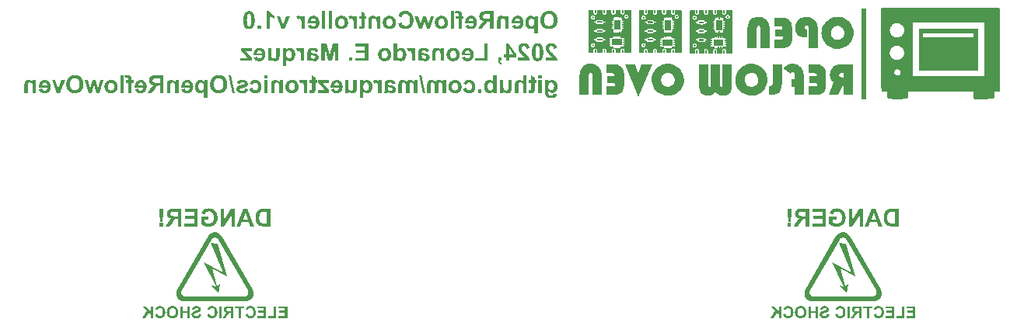
<source format=gbo>
G04*
G04 #@! TF.GenerationSoftware,Altium Limited,CircuitStudio,1.5.2 (30)*
G04*
G04 Layer_Color=32896*
%FSLAX44Y44*%
%MOMM*%
G71*
G01*
G75*
G36*
X818560Y1569045D02*
X819365Y1568961D01*
X820059Y1568822D01*
X820670Y1568684D01*
X820920Y1568600D01*
X821170Y1568545D01*
X821364Y1568489D01*
X821531Y1568406D01*
X821670Y1568378D01*
X821781Y1568323D01*
X821836Y1568295D01*
X821864D01*
X822364Y1568073D01*
X822836Y1567795D01*
X823252Y1567490D01*
X823613Y1567212D01*
X823918Y1566962D01*
X824168Y1566740D01*
X824307Y1566602D01*
X824335Y1566574D01*
X824362Y1566546D01*
X824751Y1566102D01*
X825112Y1565630D01*
X825417Y1565213D01*
X825667Y1564797D01*
X825862Y1564436D01*
X826028Y1564158D01*
X826056Y1564047D01*
X826112Y1563964D01*
X826139Y1563936D01*
Y1563909D01*
X826417Y1563131D01*
X826639Y1562298D01*
X826778Y1561465D01*
X826889Y1560688D01*
X826917Y1560327D01*
X826944Y1559994D01*
X826972Y1559716D01*
Y1559467D01*
X827000Y1559245D01*
Y1559106D01*
Y1558995D01*
Y1558967D01*
X826972Y1558134D01*
X826889Y1557329D01*
X826778Y1556579D01*
X826611Y1555885D01*
X826417Y1555247D01*
X826195Y1554664D01*
X825973Y1554109D01*
X825723Y1553637D01*
X825501Y1553192D01*
X825279Y1552832D01*
X825057Y1552498D01*
X824862Y1552221D01*
X824696Y1552026D01*
X824585Y1551860D01*
X824501Y1551776D01*
X824474Y1551749D01*
X823974Y1551277D01*
X823446Y1550888D01*
X822919Y1550527D01*
X822336Y1550250D01*
X821781Y1550000D01*
X821198Y1549778D01*
X820670Y1549611D01*
X820115Y1549472D01*
X819615Y1549361D01*
X819143Y1549278D01*
X818727Y1549222D01*
X818366Y1549195D01*
X818088Y1549167D01*
X817866Y1549139D01*
X817672D01*
X816895Y1549167D01*
X816173Y1549250D01*
X815479Y1549389D01*
X814840Y1549556D01*
X814229Y1549750D01*
X813674Y1549972D01*
X813174Y1550194D01*
X812702Y1550444D01*
X812314Y1550694D01*
X811953Y1550916D01*
X811647Y1551138D01*
X811398Y1551332D01*
X811176Y1551499D01*
X811037Y1551638D01*
X810953Y1551721D01*
X810926Y1551749D01*
X810481Y1552276D01*
X810093Y1552832D01*
X809732Y1553414D01*
X809454Y1553997D01*
X809204Y1554608D01*
X808982Y1555219D01*
X808816Y1555830D01*
X808677Y1556413D01*
X808594Y1556940D01*
X808510Y1557468D01*
X808455Y1557912D01*
X808399Y1558301D01*
Y1558634D01*
X808372Y1558884D01*
Y1559023D01*
Y1559078D01*
X808399Y1559939D01*
X808483Y1560744D01*
X808594Y1561493D01*
X808760Y1562215D01*
X808954Y1562854D01*
X809177Y1563464D01*
X809399Y1564020D01*
X809649Y1564492D01*
X809898Y1564936D01*
X810120Y1565325D01*
X810343Y1565658D01*
X810537Y1565935D01*
X810676Y1566130D01*
X810815Y1566296D01*
X810898Y1566379D01*
X810926Y1566407D01*
X811425Y1566879D01*
X811953Y1567296D01*
X812508Y1567657D01*
X813063Y1567962D01*
X813646Y1568212D01*
X814202Y1568434D01*
X814757Y1568600D01*
X815284Y1568739D01*
X815784Y1568850D01*
X816256Y1568934D01*
X816672Y1568989D01*
X817033Y1569045D01*
X817311D01*
X817533Y1569072D01*
X817727D01*
X818560Y1569045D01*
D02*
G37*
G36*
X592465Y1563714D02*
X593159Y1563603D01*
X593797Y1563464D01*
X594353Y1563298D01*
X594575Y1563187D01*
X594797Y1563103D01*
X594991Y1563048D01*
X595130Y1562965D01*
X595269Y1562909D01*
X595352Y1562854D01*
X595408Y1562826D01*
X595435D01*
X596018Y1562437D01*
X596518Y1562021D01*
X596962Y1561577D01*
X597323Y1561160D01*
X597601Y1560771D01*
X597823Y1560466D01*
X597906Y1560355D01*
X597934Y1560272D01*
X597990Y1560216D01*
Y1560188D01*
X598295Y1559550D01*
X598489Y1558911D01*
X598656Y1558328D01*
X598767Y1557801D01*
X598822Y1557329D01*
X598850Y1557135D01*
Y1556968D01*
X598878Y1556857D01*
Y1556746D01*
Y1556690D01*
Y1556663D01*
X598850Y1555802D01*
X598739Y1554997D01*
X598600Y1554303D01*
X598517Y1553997D01*
X598434Y1553720D01*
X598350Y1553470D01*
X598267Y1553248D01*
X598184Y1553054D01*
X598128Y1552887D01*
X598073Y1552748D01*
X598017Y1552665D01*
X597990Y1552609D01*
Y1552582D01*
X597601Y1551999D01*
X597184Y1551499D01*
X596740Y1551055D01*
X596324Y1550694D01*
X595935Y1550416D01*
X595630Y1550222D01*
X595519Y1550139D01*
X595435Y1550083D01*
X595380Y1550055D01*
X595352D01*
X594686Y1549778D01*
X594047Y1549556D01*
X593437Y1549417D01*
X592854Y1549306D01*
X592382Y1549250D01*
X592187Y1549222D01*
X592021D01*
X591882Y1549195D01*
X591688D01*
X591105Y1549222D01*
X590577Y1549278D01*
X590050Y1549389D01*
X589578Y1549528D01*
X589106Y1549667D01*
X588689Y1549833D01*
X588301Y1550027D01*
X587940Y1550222D01*
X587634Y1550416D01*
X587357Y1550611D01*
X587107Y1550777D01*
X586912Y1550916D01*
X586746Y1551055D01*
X586635Y1551166D01*
X586579Y1551221D01*
X586552Y1551249D01*
X586191Y1551665D01*
X585885Y1552082D01*
X585608Y1552498D01*
X585358Y1552943D01*
X585163Y1553387D01*
X584997Y1553831D01*
X584858Y1554247D01*
X584747Y1554664D01*
X584664Y1555025D01*
X584608Y1555386D01*
X584553Y1555691D01*
X584525Y1555969D01*
X584497Y1556191D01*
Y1556357D01*
Y1556468D01*
Y1556496D01*
X584525Y1557079D01*
X584580Y1557634D01*
X584692Y1558134D01*
X584803Y1558634D01*
X584969Y1559078D01*
X585136Y1559522D01*
X585330Y1559911D01*
X585497Y1560272D01*
X585691Y1560577D01*
X585885Y1560883D01*
X586052Y1561105D01*
X586218Y1561327D01*
X586329Y1561465D01*
X586441Y1561604D01*
X586496Y1561660D01*
X586524Y1561688D01*
X586912Y1562048D01*
X587329Y1562354D01*
X587745Y1562632D01*
X588190Y1562881D01*
X588634Y1563076D01*
X589050Y1563242D01*
X589467Y1563381D01*
X589883Y1563492D01*
X590244Y1563575D01*
X590605Y1563631D01*
X590910Y1563687D01*
X591188Y1563714D01*
X591410Y1563742D01*
X591715D01*
X592465Y1563714D01*
D02*
G37*
G36*
X644658D02*
X645352Y1563603D01*
X645990Y1563464D01*
X646546Y1563298D01*
X646768Y1563187D01*
X646990Y1563103D01*
X647184Y1563048D01*
X647323Y1562965D01*
X647462Y1562909D01*
X647545Y1562854D01*
X647601Y1562826D01*
X647628D01*
X648211Y1562437D01*
X648711Y1562021D01*
X649155Y1561577D01*
X649516Y1561160D01*
X649794Y1560771D01*
X650016Y1560466D01*
X650099Y1560355D01*
X650127Y1560272D01*
X650182Y1560216D01*
Y1560188D01*
X650488Y1559550D01*
X650682Y1558911D01*
X650849Y1558328D01*
X650960Y1557801D01*
X651015Y1557329D01*
X651043Y1557135D01*
Y1556968D01*
X651071Y1556857D01*
Y1556746D01*
Y1556690D01*
Y1556663D01*
X651043Y1555802D01*
X650932Y1554997D01*
X650793Y1554303D01*
X650710Y1553997D01*
X650627Y1553720D01*
X650543Y1553470D01*
X650460Y1553248D01*
X650377Y1553054D01*
X650321Y1552887D01*
X650266Y1552748D01*
X650210Y1552665D01*
X650182Y1552609D01*
Y1552582D01*
X649794Y1551999D01*
X649377Y1551499D01*
X648933Y1551055D01*
X648517Y1550694D01*
X648128Y1550416D01*
X647823Y1550222D01*
X647712Y1550139D01*
X647628Y1550083D01*
X647573Y1550055D01*
X647545D01*
X646879Y1549778D01*
X646240Y1549556D01*
X645630Y1549417D01*
X645046Y1549306D01*
X644575Y1549250D01*
X644380Y1549222D01*
X644214D01*
X644075Y1549195D01*
X643880D01*
X643298Y1549222D01*
X642770Y1549278D01*
X642243Y1549389D01*
X641770Y1549528D01*
X641299Y1549667D01*
X640882Y1549833D01*
X640493Y1550027D01*
X640133Y1550222D01*
X639827Y1550416D01*
X639550Y1550611D01*
X639300Y1550777D01*
X639105Y1550916D01*
X638939Y1551055D01*
X638828Y1551166D01*
X638772Y1551221D01*
X638745Y1551249D01*
X638384Y1551665D01*
X638078Y1552082D01*
X637801Y1552498D01*
X637551Y1552943D01*
X637356Y1553387D01*
X637190Y1553831D01*
X637051Y1554247D01*
X636940Y1554664D01*
X636857Y1555025D01*
X636801Y1555386D01*
X636746Y1555691D01*
X636718Y1555969D01*
X636690Y1556191D01*
Y1556357D01*
Y1556468D01*
Y1556496D01*
X636718Y1557079D01*
X636773Y1557634D01*
X636884Y1558134D01*
X636995Y1558634D01*
X637162Y1559078D01*
X637329Y1559522D01*
X637523Y1559911D01*
X637690Y1560272D01*
X637884Y1560577D01*
X638078Y1560883D01*
X638245Y1561105D01*
X638411Y1561327D01*
X638522Y1561465D01*
X638633Y1561604D01*
X638689Y1561660D01*
X638717Y1561688D01*
X639105Y1562048D01*
X639522Y1562354D01*
X639938Y1562632D01*
X640382Y1562881D01*
X640827Y1563076D01*
X641243Y1563242D01*
X641659Y1563381D01*
X642076Y1563492D01*
X642437Y1563575D01*
X642798Y1563631D01*
X643103Y1563687D01*
X643381Y1563714D01*
X643603Y1563742D01*
X643908D01*
X644658Y1563714D01*
D02*
G37*
G36*
X898765Y1566861D02*
X898487Y1566676D01*
X898209Y1566491D01*
X898117Y1566398D01*
X897932Y1566306D01*
X897839D01*
X897746Y1566398D01*
X897654D01*
X897376Y1566584D01*
X897283Y1566676D01*
X897098Y1566861D01*
Y1569824D01*
X898765D01*
Y1566861D01*
D02*
G37*
G36*
X798183Y1563714D02*
X798655Y1563631D01*
X799099Y1563520D01*
X799460Y1563409D01*
X799765Y1563298D01*
X800015Y1563187D01*
X800154Y1563103D01*
X800209Y1563076D01*
X800626Y1562826D01*
X800959Y1562548D01*
X801292Y1562271D01*
X801542Y1561993D01*
X801736Y1561743D01*
X801903Y1561549D01*
X801986Y1561438D01*
X802014Y1561382D01*
Y1563437D01*
X805456D01*
Y1544170D01*
X801764D01*
Y1551221D01*
X801375Y1550833D01*
X801014Y1550500D01*
X800709Y1550222D01*
X800404Y1550027D01*
X800154Y1549861D01*
X799987Y1549722D01*
X799848Y1549667D01*
X799821Y1549639D01*
X799460Y1549500D01*
X799099Y1549389D01*
X798738Y1549306D01*
X798405Y1549250D01*
X798127Y1549222D01*
X797905Y1549195D01*
X797711D01*
X797267Y1549222D01*
X796850Y1549278D01*
X796434Y1549361D01*
X796045Y1549500D01*
X795351Y1549805D01*
X795046Y1549972D01*
X794740Y1550166D01*
X794490Y1550333D01*
X794268Y1550500D01*
X794074Y1550666D01*
X793907Y1550805D01*
X793769Y1550944D01*
X793685Y1551027D01*
X793630Y1551082D01*
X793602Y1551110D01*
X793297Y1551499D01*
X793047Y1551915D01*
X792797Y1552332D01*
X792603Y1552776D01*
X792436Y1553220D01*
X792297Y1553664D01*
X792103Y1554553D01*
X792020Y1554941D01*
X791964Y1555330D01*
X791936Y1555663D01*
X791908Y1555941D01*
X791881Y1556191D01*
Y1556385D01*
Y1556496D01*
Y1556524D01*
X791908Y1557135D01*
X791964Y1557745D01*
X792047Y1558273D01*
X792131Y1558800D01*
X792269Y1559272D01*
X792408Y1559716D01*
X792575Y1560105D01*
X792714Y1560466D01*
X792880Y1560771D01*
X793047Y1561049D01*
X793186Y1561299D01*
X793297Y1561465D01*
X793408Y1561632D01*
X793491Y1561743D01*
X793547Y1561799D01*
X793574Y1561826D01*
X793907Y1562160D01*
X794241Y1562465D01*
X794574Y1562715D01*
X794935Y1562937D01*
X795268Y1563131D01*
X795629Y1563270D01*
X795934Y1563409D01*
X796267Y1563492D01*
X796545Y1563575D01*
X796822Y1563631D01*
X797072Y1563687D01*
X797267Y1563714D01*
X797461Y1563742D01*
X797683D01*
X798183Y1563714D01*
D02*
G37*
G36*
X491577Y1568795D02*
X492049Y1568739D01*
X492521Y1568628D01*
X492937Y1568517D01*
X493326Y1568351D01*
X493687Y1568184D01*
X493992Y1568017D01*
X494298Y1567823D01*
X494548Y1567629D01*
X494798Y1567462D01*
X494992Y1567296D01*
X495131Y1567129D01*
X495269Y1567018D01*
X495353Y1566907D01*
X495408Y1566851D01*
X495436Y1566824D01*
X495769Y1566352D01*
X496047Y1565796D01*
X496297Y1565213D01*
X496519Y1564603D01*
X496685Y1563964D01*
X496852Y1563298D01*
X496963Y1562659D01*
X497074Y1562021D01*
X497130Y1561410D01*
X497185Y1560855D01*
X497240Y1560327D01*
X497268Y1559883D01*
X497296Y1559522D01*
Y1559245D01*
Y1559133D01*
Y1559050D01*
Y1559023D01*
Y1558995D01*
X497268Y1557995D01*
X497213Y1557079D01*
X497130Y1556219D01*
X497018Y1555441D01*
X496907Y1554747D01*
X496769Y1554109D01*
X496602Y1553553D01*
X496435Y1553054D01*
X496297Y1552637D01*
X496130Y1552249D01*
X495991Y1551943D01*
X495852Y1551693D01*
X495769Y1551527D01*
X495686Y1551388D01*
X495630Y1551305D01*
X495603Y1551277D01*
X495269Y1550888D01*
X494908Y1550583D01*
X494548Y1550277D01*
X494159Y1550055D01*
X493798Y1549833D01*
X493409Y1549667D01*
X493048Y1549528D01*
X492687Y1549417D01*
X492354Y1549306D01*
X492049Y1549250D01*
X491771Y1549195D01*
X491549Y1549167D01*
X491355D01*
X491188Y1549139D01*
X491077D01*
X490578Y1549167D01*
X490106Y1549222D01*
X489634Y1549333D01*
X489217Y1549444D01*
X488829Y1549583D01*
X488468Y1549750D01*
X488162Y1549944D01*
X487857Y1550139D01*
X487607Y1550305D01*
X487357Y1550500D01*
X487163Y1550666D01*
X486996Y1550805D01*
X486885Y1550916D01*
X486802Y1551027D01*
X486746Y1551082D01*
X486719Y1551110D01*
X486385Y1551582D01*
X486108Y1552137D01*
X485830Y1552720D01*
X485636Y1553359D01*
X485442Y1553997D01*
X485303Y1554636D01*
X485164Y1555302D01*
X485053Y1555941D01*
X484997Y1556552D01*
X484942Y1557107D01*
X484886Y1557634D01*
X484859Y1558078D01*
X484831Y1558439D01*
Y1558717D01*
Y1558828D01*
Y1558911D01*
Y1558939D01*
Y1558967D01*
X484859Y1559966D01*
X484914Y1560883D01*
X484997Y1561715D01*
X485136Y1562493D01*
X485275Y1563215D01*
X485414Y1563853D01*
X485608Y1564436D01*
X485775Y1564936D01*
X485941Y1565408D01*
X486108Y1565769D01*
X486274Y1566102D01*
X486413Y1566379D01*
X486552Y1566574D01*
X486635Y1566713D01*
X486691Y1566796D01*
X486719Y1566824D01*
X487024Y1567184D01*
X487357Y1567490D01*
X487718Y1567740D01*
X488079Y1567990D01*
X488440Y1568184D01*
X488801Y1568323D01*
X489134Y1568462D01*
X489495Y1568573D01*
X489828Y1568656D01*
X490106Y1568712D01*
X490383Y1568767D01*
X490605Y1568795D01*
X490800Y1568822D01*
X491077D01*
X491577Y1568795D01*
D02*
G37*
G36*
X574170Y1549500D02*
X570477D01*
Y1568712D01*
X574170D01*
Y1549500D01*
D02*
G37*
G36*
X581638D02*
X577945D01*
Y1568712D01*
X581638D01*
Y1549500D01*
D02*
G37*
G36*
X602404Y1563714D02*
X602681Y1563687D01*
X602959Y1563603D01*
X603181Y1563520D01*
X603375Y1563437D01*
X603542Y1563381D01*
X603625Y1563326D01*
X603653Y1563298D01*
X603931Y1563103D01*
X604180Y1562826D01*
X604458Y1562520D01*
X604680Y1562215D01*
X604902Y1561910D01*
X605069Y1561660D01*
X605180Y1561493D01*
X605208Y1561465D01*
Y1563437D01*
X608623D01*
Y1549500D01*
X604930D01*
Y1553775D01*
Y1554414D01*
Y1554997D01*
X604902Y1555524D01*
X604875Y1555996D01*
Y1556441D01*
X604847Y1556801D01*
X604819Y1557162D01*
X604791Y1557440D01*
X604763Y1557690D01*
X604736Y1557912D01*
X604708Y1558078D01*
Y1558217D01*
X604680Y1558301D01*
X604652Y1558384D01*
Y1558439D01*
X604541Y1558828D01*
X604403Y1559161D01*
X604264Y1559439D01*
X604125Y1559633D01*
X604014Y1559800D01*
X603903Y1559911D01*
X603847Y1559966D01*
X603820Y1559994D01*
X603597Y1560133D01*
X603375Y1560244D01*
X603153Y1560327D01*
X602959Y1560383D01*
X602792Y1560411D01*
X602626Y1560438D01*
X602515D01*
X602209Y1560411D01*
X601904Y1560355D01*
X601626Y1560244D01*
X601349Y1560133D01*
X601127Y1560022D01*
X600960Y1559911D01*
X600821Y1559855D01*
X600793Y1559828D01*
X599627Y1563020D01*
X600072Y1563270D01*
X600488Y1563437D01*
X600905Y1563575D01*
X601293Y1563659D01*
X601599Y1563714D01*
X601848Y1563742D01*
X602071D01*
X602404Y1563714D01*
D02*
G37*
G36*
X701320D02*
X702014Y1563603D01*
X702653Y1563464D01*
X703208Y1563298D01*
X703430Y1563187D01*
X703652Y1563103D01*
X703847Y1563048D01*
X703986Y1562965D01*
X704124Y1562909D01*
X704208Y1562854D01*
X704263Y1562826D01*
X704291D01*
X704874Y1562437D01*
X705374Y1562021D01*
X705818Y1561577D01*
X706179Y1561160D01*
X706457Y1560771D01*
X706679Y1560466D01*
X706762Y1560355D01*
X706790Y1560272D01*
X706845Y1560216D01*
Y1560188D01*
X707150Y1559550D01*
X707345Y1558911D01*
X707511Y1558328D01*
X707623Y1557801D01*
X707678Y1557329D01*
X707706Y1557135D01*
Y1556968D01*
X707734Y1556857D01*
Y1556746D01*
Y1556690D01*
Y1556663D01*
X707706Y1555802D01*
X707595Y1554997D01*
X707456Y1554303D01*
X707373Y1553997D01*
X707289Y1553720D01*
X707206Y1553470D01*
X707123Y1553248D01*
X707039Y1553054D01*
X706984Y1552887D01*
X706928Y1552748D01*
X706873Y1552665D01*
X706845Y1552609D01*
Y1552582D01*
X706457Y1551999D01*
X706040Y1551499D01*
X705596Y1551055D01*
X705179Y1550694D01*
X704791Y1550416D01*
X704485Y1550222D01*
X704374Y1550139D01*
X704291Y1550083D01*
X704236Y1550055D01*
X704208D01*
X703541Y1549778D01*
X702903Y1549556D01*
X702292Y1549417D01*
X701709Y1549306D01*
X701237Y1549250D01*
X701043Y1549222D01*
X700876D01*
X700738Y1549195D01*
X700543D01*
X699960Y1549222D01*
X699433Y1549278D01*
X698905Y1549389D01*
X698433Y1549528D01*
X697961Y1549667D01*
X697545Y1549833D01*
X697156Y1550027D01*
X696795Y1550222D01*
X696490Y1550416D01*
X696212Y1550611D01*
X695962Y1550777D01*
X695768Y1550916D01*
X695602Y1551055D01*
X695490Y1551166D01*
X695435Y1551221D01*
X695407Y1551249D01*
X695046Y1551665D01*
X694741Y1552082D01*
X694463Y1552498D01*
X694213Y1552943D01*
X694019Y1553387D01*
X693852Y1553831D01*
X693714Y1554247D01*
X693603Y1554664D01*
X693519Y1555025D01*
X693464Y1555386D01*
X693408Y1555691D01*
X693381Y1555969D01*
X693353Y1556191D01*
Y1556357D01*
Y1556468D01*
Y1556496D01*
X693381Y1557079D01*
X693436Y1557634D01*
X693547Y1558134D01*
X693658Y1558634D01*
X693825Y1559078D01*
X693991Y1559522D01*
X694186Y1559911D01*
X694352Y1560272D01*
X694547Y1560577D01*
X694741Y1560883D01*
X694907Y1561105D01*
X695074Y1561327D01*
X695185Y1561465D01*
X695296Y1561604D01*
X695352Y1561660D01*
X695379Y1561688D01*
X695768Y1562048D01*
X696184Y1562354D01*
X696601Y1562632D01*
X697045Y1562881D01*
X697489Y1563076D01*
X697906Y1563242D01*
X698322Y1563381D01*
X698739Y1563492D01*
X699100Y1563575D01*
X699460Y1563631D01*
X699766Y1563687D01*
X700043Y1563714D01*
X700266Y1563742D01*
X700571D01*
X701320Y1563714D01*
D02*
G37*
G36*
X503987Y1549500D02*
X500294D01*
Y1553192D01*
X503987D01*
Y1549500D01*
D02*
G37*
G36*
X545686Y1563714D02*
X545963Y1563687D01*
X546241Y1563603D01*
X546463Y1563520D01*
X546657Y1563437D01*
X546824Y1563381D01*
X546907Y1563326D01*
X546935Y1563298D01*
X547212Y1563103D01*
X547462Y1562826D01*
X547740Y1562520D01*
X547962Y1562215D01*
X548184Y1561910D01*
X548351Y1561660D01*
X548462Y1561493D01*
X548490Y1561465D01*
Y1563437D01*
X551904D01*
Y1549500D01*
X548212D01*
Y1553775D01*
Y1554414D01*
Y1554997D01*
X548184Y1555524D01*
X548156Y1555996D01*
Y1556441D01*
X548129Y1556801D01*
X548101Y1557162D01*
X548073Y1557440D01*
X548045Y1557690D01*
X548018Y1557912D01*
X547990Y1558078D01*
Y1558217D01*
X547962Y1558301D01*
X547934Y1558384D01*
Y1558439D01*
X547823Y1558828D01*
X547685Y1559161D01*
X547546Y1559439D01*
X547407Y1559633D01*
X547296Y1559800D01*
X547185Y1559911D01*
X547129Y1559966D01*
X547101Y1559994D01*
X546879Y1560133D01*
X546657Y1560244D01*
X546435Y1560327D01*
X546241Y1560383D01*
X546074Y1560411D01*
X545908Y1560438D01*
X545797D01*
X545491Y1560411D01*
X545186Y1560355D01*
X544908Y1560244D01*
X544631Y1560133D01*
X544408Y1560022D01*
X544242Y1559911D01*
X544103Y1559855D01*
X544075Y1559828D01*
X542909Y1563020D01*
X543354Y1563270D01*
X543770Y1563437D01*
X544186Y1563575D01*
X544575Y1563659D01*
X544880Y1563714D01*
X545130Y1563742D01*
X545352D01*
X545686Y1563714D01*
D02*
G37*
G36*
X888766Y1566861D02*
X888488Y1566676D01*
X888303Y1566491D01*
X888210Y1566398D01*
X888118Y1566306D01*
X887747Y1566398D01*
X887655Y1566491D01*
X887562D01*
X887284Y1566769D01*
X887192Y1566954D01*
X887099Y1567324D01*
Y1567880D01*
Y1568343D01*
Y1568435D01*
Y1568528D01*
Y1569824D01*
X888766D01*
Y1566861D01*
D02*
G37*
G36*
X979682Y1566584D02*
X979405Y1566213D01*
X979312Y1566121D01*
X979219Y1566028D01*
X978571D01*
X978386Y1566121D01*
X978294Y1566213D01*
X978016Y1566584D01*
Y1569546D01*
X979682D01*
Y1566584D01*
D02*
G37*
G36*
X999402D02*
X999125Y1566213D01*
X998847Y1566028D01*
X998754D01*
X998384Y1566121D01*
X998199D01*
X997921Y1566491D01*
X997829Y1566584D01*
Y1566676D01*
X997736Y1567046D01*
Y1567602D01*
Y1567972D01*
Y1568157D01*
Y1569546D01*
X999402D01*
Y1566584D01*
D02*
G37*
G36*
X1009401D02*
X1009031Y1566213D01*
X1008939Y1566121D01*
X1008846Y1566028D01*
X1008290D01*
X1008105Y1566121D01*
X1008013Y1566213D01*
X1007735Y1566584D01*
Y1569546D01*
X1009401D01*
Y1566584D01*
D02*
G37*
G36*
X962277Y1569268D02*
Y1523347D01*
X961999Y1523162D01*
X961814Y1522977D01*
X955148D01*
Y1524458D01*
Y1524921D01*
Y1525291D01*
X955055Y1525847D01*
Y1526125D01*
Y1526217D01*
X954963Y1526588D01*
X954777Y1526865D01*
X954685Y1527143D01*
X954592Y1527236D01*
X954129Y1527606D01*
X953574Y1527791D01*
X953204Y1527884D01*
X953111D01*
X952555Y1527791D01*
X952000Y1527606D01*
X951630Y1527328D01*
X951537Y1527236D01*
X951259Y1526865D01*
X951074Y1526588D01*
X950982Y1526402D01*
Y1526310D01*
Y1526125D01*
X950889Y1525847D01*
Y1525291D01*
Y1524736D01*
Y1524551D01*
Y1524458D01*
Y1522977D01*
X945334D01*
X945241Y1526402D01*
X944964Y1526865D01*
X944501Y1527421D01*
X944038Y1527699D01*
X943668Y1527884D01*
X943482D01*
X942742Y1527791D01*
X942186Y1527606D01*
X941816Y1527328D01*
X941723Y1527236D01*
X941353Y1526865D01*
X941168Y1526588D01*
X941075Y1526402D01*
Y1526310D01*
Y1526125D01*
X940983Y1525847D01*
Y1525291D01*
Y1524736D01*
Y1524551D01*
Y1524458D01*
Y1522977D01*
X935428D01*
Y1524458D01*
Y1524921D01*
Y1525384D01*
X935335Y1525940D01*
Y1526217D01*
Y1526310D01*
X934965Y1526958D01*
X934872Y1527143D01*
X934780Y1527236D01*
X934131Y1527699D01*
X933576Y1527884D01*
X933020D01*
X932372Y1527699D01*
X931817Y1527328D01*
X931539Y1527051D01*
X931447Y1526865D01*
X931169Y1526402D01*
Y1522977D01*
X925521D01*
X925429Y1526402D01*
X925244Y1526865D01*
X924688Y1527421D01*
X924225Y1527699D01*
X923855Y1527884D01*
X923670D01*
X922929Y1527791D01*
X922373Y1527606D01*
X922003Y1527328D01*
X921910Y1527236D01*
X921540Y1526865D01*
X921355Y1526588D01*
X921262Y1526402D01*
Y1526310D01*
Y1526125D01*
X921170Y1525847D01*
Y1525291D01*
Y1524736D01*
Y1524551D01*
Y1524458D01*
Y1522977D01*
X915985D01*
X915522Y1523347D01*
Y1569268D01*
X915985Y1569731D01*
X921077D01*
Y1568157D01*
Y1567417D01*
Y1566954D01*
X921170Y1566584D01*
Y1566491D01*
X921355Y1565936D01*
X921448Y1565750D01*
X921540Y1565658D01*
X921818Y1565473D01*
X921910Y1565380D01*
X922188Y1565195D01*
X922281Y1565102D01*
X922651Y1564917D01*
X923947D01*
X924225Y1565010D01*
X924318Y1565102D01*
X924410D01*
X924688Y1565380D01*
X924781Y1565473D01*
X925058Y1565750D01*
X925151Y1565843D01*
X925244D01*
X925429Y1566213D01*
X925521Y1569731D01*
X930984D01*
Y1568157D01*
Y1567417D01*
Y1566954D01*
X931076Y1566584D01*
Y1566491D01*
X931261Y1565936D01*
X931354Y1565750D01*
X931447Y1565658D01*
X931817Y1565380D01*
X932095Y1565102D01*
X932465Y1565010D01*
X932558Y1564917D01*
X933020Y1564825D01*
X933483D01*
X933761Y1564917D01*
X933854D01*
X934131Y1565010D01*
X934224Y1565102D01*
X934317D01*
X934594Y1565380D01*
X934687Y1565473D01*
X934780D01*
X935057Y1565843D01*
X935242Y1566121D01*
X935335Y1566306D01*
Y1566398D01*
Y1566954D01*
Y1567602D01*
Y1568157D01*
Y1568250D01*
Y1568343D01*
Y1569731D01*
X940797D01*
Y1568065D01*
Y1567232D01*
X940890Y1566676D01*
X940983Y1566398D01*
Y1566306D01*
X941168Y1565936D01*
X941353Y1565658D01*
X941631Y1565473D01*
X941723Y1565380D01*
X942279Y1565010D01*
X942834Y1564825D01*
X943390D01*
X944038Y1565102D01*
X944501Y1565380D01*
X944779Y1565750D01*
X944871Y1565843D01*
X945149Y1566213D01*
X945241Y1569731D01*
X950796D01*
Y1568157D01*
Y1567324D01*
Y1566769D01*
X950889Y1566491D01*
Y1566398D01*
X950982Y1566028D01*
X951167Y1565750D01*
X951352Y1565565D01*
X951444Y1565473D01*
X952000Y1565102D01*
X952463Y1564917D01*
X952833Y1564825D01*
X953018D01*
X953574Y1564917D01*
X954037Y1565195D01*
X954407Y1565380D01*
X954500Y1565473D01*
X954870Y1566121D01*
X955055Y1566306D01*
Y1566398D01*
X955148Y1566861D01*
Y1567417D01*
Y1567972D01*
Y1568065D01*
Y1568157D01*
Y1569731D01*
X961814D01*
X962277Y1569268D01*
D02*
G37*
G36*
X907097Y1569454D02*
Y1523625D01*
X906912Y1523347D01*
X906727Y1523162D01*
X900061D01*
Y1524643D01*
Y1525106D01*
Y1525477D01*
X899968Y1526032D01*
Y1526310D01*
Y1526402D01*
X899876Y1526773D01*
X899691Y1527051D01*
X899598Y1527328D01*
X899505Y1527421D01*
X899043Y1527791D01*
X898487Y1527976D01*
X898117Y1528069D01*
X898024D01*
X897469Y1527976D01*
X896913Y1527791D01*
X896543Y1527513D01*
X896450Y1527421D01*
X896172Y1527051D01*
X895987Y1526773D01*
X895895Y1526588D01*
Y1526495D01*
Y1526310D01*
X895802Y1526032D01*
Y1525477D01*
Y1524921D01*
Y1524736D01*
Y1524643D01*
Y1523162D01*
X890247D01*
X890154Y1526588D01*
X889877Y1527051D01*
X889414Y1527606D01*
X888858Y1527884D01*
X888488Y1528069D01*
X888303D01*
X887655Y1527976D01*
X887099Y1527791D01*
X886729Y1527513D01*
X886636Y1527421D01*
X886359Y1527051D01*
X886173Y1526773D01*
X886081Y1526588D01*
Y1526495D01*
Y1526310D01*
X885988Y1526032D01*
Y1525477D01*
Y1524921D01*
Y1524736D01*
Y1524643D01*
Y1523162D01*
X880341D01*
Y1524643D01*
Y1525106D01*
Y1525569D01*
X880248Y1526125D01*
Y1526402D01*
Y1526495D01*
X879878Y1527143D01*
X879785Y1527328D01*
X879693Y1527421D01*
X879137Y1527884D01*
X878489Y1528069D01*
X877934D01*
X877286Y1527884D01*
X876730Y1527513D01*
X876452Y1527236D01*
X876360Y1527051D01*
X876082Y1526588D01*
Y1523162D01*
X870434D01*
X870342Y1526588D01*
X870064Y1527051D01*
X869601Y1527606D01*
X869138Y1527884D01*
X868768Y1528069D01*
X868583D01*
X867842Y1527976D01*
X867287Y1527791D01*
X866916Y1527513D01*
X866824Y1527421D01*
X866546Y1527051D01*
X866361Y1526773D01*
X866268Y1526588D01*
Y1526495D01*
X866176Y1526310D01*
Y1526032D01*
X866083Y1525477D01*
Y1524921D01*
Y1524736D01*
Y1524643D01*
Y1523162D01*
X860806D01*
X860435Y1523625D01*
Y1569454D01*
X860806Y1569824D01*
X865990D01*
Y1568435D01*
Y1567695D01*
Y1567139D01*
X866083Y1566769D01*
Y1566676D01*
X866176Y1566398D01*
X866361Y1566121D01*
X866453Y1565936D01*
X866546Y1565843D01*
X866731Y1565565D01*
X866824Y1565473D01*
X867101Y1565380D01*
X867194Y1565287D01*
X867564Y1565102D01*
X867657Y1565010D01*
X868860D01*
X869138Y1565195D01*
X869231Y1565287D01*
X869323D01*
X869601Y1565565D01*
X869694Y1565658D01*
X869786D01*
X869971Y1565936D01*
X870064Y1566028D01*
X870342Y1566491D01*
X870434Y1569824D01*
X875897D01*
Y1568435D01*
Y1567695D01*
Y1567139D01*
X875989Y1566769D01*
Y1566676D01*
X876174Y1566121D01*
X876267Y1565936D01*
X876360Y1565843D01*
X876730Y1565473D01*
X877008Y1565287D01*
X877378Y1565102D01*
X877471D01*
X877934Y1565010D01*
X878397D01*
X878767Y1565102D01*
X878859D01*
X879137Y1565195D01*
X879230Y1565287D01*
X879508Y1565473D01*
X879600Y1565658D01*
X879693D01*
X879970Y1566028D01*
X880155Y1566306D01*
X880248Y1566491D01*
Y1566584D01*
Y1566769D01*
Y1567046D01*
Y1567695D01*
Y1568250D01*
Y1568435D01*
Y1568528D01*
Y1569824D01*
X885711D01*
Y1568343D01*
Y1567509D01*
X885803Y1566861D01*
X885896Y1566584D01*
Y1566491D01*
X886081Y1566121D01*
X886359Y1565843D01*
X886544Y1565658D01*
X886636Y1565565D01*
X887192Y1565195D01*
X887747Y1565010D01*
X888303D01*
X888951Y1565287D01*
X889414Y1565565D01*
X889692Y1565936D01*
X889784Y1566028D01*
X890062Y1566491D01*
X890154Y1569824D01*
X895710D01*
Y1568435D01*
Y1567602D01*
Y1566954D01*
X895802Y1566676D01*
Y1566584D01*
X895895Y1566213D01*
X896080Y1565936D01*
X896265Y1565750D01*
X896358Y1565658D01*
X896913Y1565287D01*
X897376Y1565102D01*
X897746Y1565010D01*
X897932D01*
X898487Y1565102D01*
X898950Y1565380D01*
X899320Y1565565D01*
X899413Y1565658D01*
X899783Y1566306D01*
X899968Y1566491D01*
Y1566584D01*
X900061Y1567046D01*
Y1567695D01*
Y1568250D01*
Y1568343D01*
Y1568435D01*
Y1569824D01*
X906727D01*
X907097Y1569454D01*
D02*
G37*
G36*
X989589Y1568157D02*
Y1567417D01*
Y1567046D01*
Y1566769D01*
Y1566676D01*
X989311Y1566306D01*
X989126Y1566121D01*
X988755Y1565936D01*
X988663D01*
X988292Y1566121D01*
X988200Y1566213D01*
X987922Y1566584D01*
Y1569546D01*
X989589D01*
Y1568157D01*
D02*
G37*
G36*
X953852Y1566769D02*
X953481Y1566491D01*
X953296Y1566213D01*
X953204Y1566121D01*
X952741D01*
X952555Y1566306D01*
X952463Y1566491D01*
X952185Y1566769D01*
Y1569731D01*
X953852D01*
Y1566769D01*
D02*
G37*
G36*
X869046Y1566861D02*
X868768Y1566676D01*
X868675Y1566491D01*
X868583Y1566398D01*
X868305Y1566306D01*
X868212D01*
X868027Y1566398D01*
X867935D01*
X867749Y1566584D01*
X867657Y1566676D01*
X867379Y1566861D01*
Y1569824D01*
X869046D01*
Y1566861D01*
D02*
G37*
G36*
X878952Y1568528D02*
Y1567787D01*
Y1567417D01*
Y1567139D01*
Y1567046D01*
X878859Y1566769D01*
X878674Y1566676D01*
X878582Y1566491D01*
X878489D01*
X878119Y1566306D01*
X878026D01*
X877841Y1566398D01*
X877656Y1566491D01*
X877563Y1566584D01*
Y1566676D01*
X877286Y1566861D01*
Y1569824D01*
X878859D01*
X878952Y1568528D01*
D02*
G37*
G36*
X924133Y1566769D02*
X923855Y1566491D01*
X923762Y1566213D01*
X923670Y1566121D01*
X923021D01*
X922836Y1566306D01*
X922744Y1566491D01*
X922466Y1566769D01*
Y1569731D01*
X924133D01*
Y1566769D01*
D02*
G37*
G36*
X933946Y1568343D02*
Y1567602D01*
Y1567232D01*
Y1566954D01*
Y1566861D01*
X933761Y1566398D01*
X933576Y1566306D01*
Y1566213D01*
X933206Y1566121D01*
X933113D01*
X932743Y1566306D01*
X932650Y1566491D01*
X932372Y1566769D01*
Y1569731D01*
X933946D01*
Y1568343D01*
D02*
G37*
G36*
X943853Y1566769D02*
X943575Y1566491D01*
X943297Y1566213D01*
X943205Y1566121D01*
X942834Y1566213D01*
X942649D01*
X942371Y1566584D01*
X942279Y1566769D01*
X942186Y1567139D01*
Y1567695D01*
Y1568157D01*
Y1568250D01*
Y1568343D01*
Y1569731D01*
X943853D01*
Y1566769D01*
D02*
G37*
G36*
X626362Y1563714D02*
X626862Y1563631D01*
X627306Y1563520D01*
X627751Y1563381D01*
X628167Y1563187D01*
X628528Y1562993D01*
X628889Y1562770D01*
X629194Y1562576D01*
X629472Y1562354D01*
X629722Y1562132D01*
X629944Y1561938D01*
X630110Y1561743D01*
X630249Y1561604D01*
X630360Y1561493D01*
X630416Y1561410D01*
X630444Y1561382D01*
Y1563437D01*
X633858D01*
Y1549500D01*
X630166D01*
Y1555774D01*
Y1556191D01*
Y1556579D01*
X630138Y1556940D01*
X630110Y1557246D01*
Y1557551D01*
X630083Y1557801D01*
X630055Y1558051D01*
X630027Y1558245D01*
X629972Y1558578D01*
X629944Y1558800D01*
X629888Y1558939D01*
Y1558967D01*
X629777Y1559272D01*
X629611Y1559578D01*
X629444Y1559800D01*
X629278Y1560022D01*
X629111Y1560161D01*
X628972Y1560300D01*
X628889Y1560355D01*
X628861Y1560383D01*
X628556Y1560549D01*
X628250Y1560688D01*
X627973Y1560771D01*
X627695Y1560855D01*
X627473Y1560883D01*
X627306Y1560910D01*
X627140D01*
X626862Y1560883D01*
X626612Y1560855D01*
X626418Y1560799D01*
X626224Y1560716D01*
X626057Y1560633D01*
X625946Y1560577D01*
X625891Y1560549D01*
X625863Y1560522D01*
X625668Y1560383D01*
X625530Y1560216D01*
X625280Y1559883D01*
X625196Y1559716D01*
X625141Y1559606D01*
X625085Y1559522D01*
Y1559494D01*
X625030Y1559356D01*
X625002Y1559189D01*
X624947Y1558773D01*
X624891Y1558273D01*
X624863Y1557801D01*
X624836Y1557329D01*
Y1557135D01*
Y1556940D01*
Y1556801D01*
Y1556690D01*
Y1556607D01*
Y1556579D01*
Y1549500D01*
X621143D01*
Y1558134D01*
Y1558717D01*
X621171Y1559189D01*
X621199Y1559633D01*
X621254Y1559966D01*
X621282Y1560244D01*
X621338Y1560438D01*
X621365Y1560577D01*
Y1560605D01*
X621449Y1560938D01*
X621560Y1561216D01*
X621671Y1561493D01*
X621810Y1561715D01*
X621921Y1561910D01*
X622004Y1562048D01*
X622059Y1562132D01*
X622087Y1562160D01*
X622309Y1562409D01*
X622559Y1562632D01*
X622809Y1562826D01*
X623059Y1562993D01*
X623281Y1563131D01*
X623475Y1563215D01*
X623586Y1563270D01*
X623642Y1563298D01*
X624030Y1563437D01*
X624419Y1563548D01*
X624780Y1563631D01*
X625113Y1563687D01*
X625419Y1563714D01*
X625668Y1563742D01*
X625863D01*
X626362Y1563714D01*
D02*
G37*
G36*
X714147Y1528714D02*
X714841Y1528603D01*
X715479Y1528464D01*
X716034Y1528298D01*
X716256Y1528187D01*
X716479Y1528103D01*
X716673Y1528048D01*
X716812Y1527965D01*
X716951Y1527909D01*
X717034Y1527854D01*
X717089Y1527826D01*
X717117D01*
X717700Y1527437D01*
X718200Y1527021D01*
X718644Y1526577D01*
X719005Y1526160D01*
X719283Y1525771D01*
X719505Y1525466D01*
X719588Y1525355D01*
X719616Y1525272D01*
X719671Y1525216D01*
Y1525188D01*
X719977Y1524550D01*
X720171Y1523911D01*
X720338Y1523328D01*
X720449Y1522801D01*
X720504Y1522329D01*
X720532Y1522135D01*
Y1521968D01*
X720560Y1521857D01*
Y1521746D01*
Y1521690D01*
Y1521663D01*
X720532Y1520802D01*
X720421Y1519997D01*
X720282Y1519303D01*
X720199Y1518997D01*
X720116Y1518720D01*
X720032Y1518470D01*
X719949Y1518248D01*
X719866Y1518054D01*
X719810Y1517887D01*
X719755Y1517748D01*
X719699Y1517665D01*
X719671Y1517609D01*
Y1517582D01*
X719283Y1516999D01*
X718866Y1516499D01*
X718422Y1516055D01*
X718006Y1515694D01*
X717617Y1515416D01*
X717311Y1515222D01*
X717200Y1515139D01*
X717117Y1515083D01*
X717062Y1515055D01*
X717034D01*
X716368Y1514778D01*
X715729Y1514556D01*
X715118Y1514417D01*
X714535Y1514306D01*
X714063Y1514250D01*
X713869Y1514222D01*
X713702D01*
X713564Y1514195D01*
X713369D01*
X712786Y1514222D01*
X712259Y1514278D01*
X711731Y1514389D01*
X711259Y1514528D01*
X710787Y1514667D01*
X710371Y1514833D01*
X709982Y1515027D01*
X709621Y1515222D01*
X709316Y1515416D01*
X709038Y1515611D01*
X708789Y1515777D01*
X708594Y1515916D01*
X708428Y1516055D01*
X708316Y1516166D01*
X708261Y1516221D01*
X708233Y1516249D01*
X707872Y1516665D01*
X707567Y1517082D01*
X707289Y1517498D01*
X707039Y1517943D01*
X706845Y1518387D01*
X706679Y1518831D01*
X706540Y1519247D01*
X706429Y1519664D01*
X706345Y1520025D01*
X706290Y1520386D01*
X706234Y1520691D01*
X706207Y1520969D01*
X706179Y1521191D01*
Y1521357D01*
Y1521468D01*
Y1521496D01*
X706207Y1522079D01*
X706262Y1522634D01*
X706373Y1523134D01*
X706484Y1523634D01*
X706651Y1524078D01*
X706817Y1524522D01*
X707012Y1524911D01*
X707178Y1525272D01*
X707373Y1525577D01*
X707567Y1525883D01*
X707734Y1526105D01*
X707900Y1526327D01*
X708011Y1526465D01*
X708122Y1526604D01*
X708178Y1526660D01*
X708205Y1526688D01*
X708594Y1527048D01*
X709011Y1527354D01*
X709427Y1527632D01*
X709871Y1527881D01*
X710315Y1528076D01*
X710732Y1528242D01*
X711148Y1528381D01*
X711565Y1528492D01*
X711926Y1528575D01*
X712287Y1528631D01*
X712592Y1528687D01*
X712869Y1528714D01*
X713092Y1528742D01*
X713397D01*
X714147Y1528714D01*
D02*
G37*
G36*
X545019D02*
X545297Y1528687D01*
X545574Y1528603D01*
X545797Y1528520D01*
X545991Y1528437D01*
X546157Y1528381D01*
X546241Y1528326D01*
X546269Y1528298D01*
X546546Y1528103D01*
X546796Y1527826D01*
X547074Y1527520D01*
X547296Y1527215D01*
X547518Y1526910D01*
X547685Y1526660D01*
X547795Y1526493D01*
X547823Y1526465D01*
Y1528437D01*
X551238D01*
Y1514500D01*
X547546D01*
Y1518775D01*
Y1519414D01*
Y1519997D01*
X547518Y1520524D01*
X547490Y1520996D01*
Y1521441D01*
X547462Y1521801D01*
X547435Y1522162D01*
X547407Y1522440D01*
X547379Y1522690D01*
X547351Y1522912D01*
X547323Y1523078D01*
Y1523217D01*
X547296Y1523301D01*
X547268Y1523384D01*
Y1523439D01*
X547157Y1523828D01*
X547018Y1524161D01*
X546879Y1524439D01*
X546740Y1524633D01*
X546629Y1524800D01*
X546518Y1524911D01*
X546463Y1524966D01*
X546435Y1524994D01*
X546213Y1525133D01*
X545991Y1525244D01*
X545769Y1525327D01*
X545574Y1525383D01*
X545408Y1525411D01*
X545241Y1525438D01*
X545130D01*
X544825Y1525411D01*
X544520Y1525355D01*
X544242Y1525244D01*
X543964Y1525133D01*
X543742Y1525022D01*
X543576Y1524911D01*
X543437Y1524855D01*
X543409Y1524828D01*
X542243Y1528020D01*
X542687Y1528270D01*
X543104Y1528437D01*
X543520Y1528575D01*
X543909Y1528659D01*
X544214Y1528714D01*
X544464Y1528742D01*
X544686D01*
X545019Y1528714D01*
D02*
G37*
G36*
X603348Y1514500D02*
X599655D01*
Y1518192D01*
X603348D01*
Y1514500D01*
D02*
G37*
G36*
X805873Y1533795D02*
X806345Y1533739D01*
X806817Y1533628D01*
X807233Y1533517D01*
X807622Y1533351D01*
X807983Y1533184D01*
X808288Y1533017D01*
X808594Y1532823D01*
X808844Y1532629D01*
X809093Y1532462D01*
X809288Y1532296D01*
X809426Y1532129D01*
X809565Y1532018D01*
X809649Y1531907D01*
X809704Y1531851D01*
X809732Y1531824D01*
X810065Y1531352D01*
X810343Y1530796D01*
X810592Y1530213D01*
X810815Y1529603D01*
X810981Y1528964D01*
X811148Y1528298D01*
X811259Y1527659D01*
X811370Y1527021D01*
X811425Y1526410D01*
X811481Y1525855D01*
X811536Y1525327D01*
X811564Y1524883D01*
X811592Y1524522D01*
Y1524245D01*
Y1524133D01*
Y1524050D01*
Y1524023D01*
Y1523995D01*
X811564Y1522995D01*
X811509Y1522079D01*
X811425Y1521219D01*
X811314Y1520441D01*
X811203Y1519747D01*
X811064Y1519108D01*
X810898Y1518553D01*
X810731Y1518054D01*
X810592Y1517637D01*
X810426Y1517249D01*
X810287Y1516943D01*
X810148Y1516693D01*
X810065Y1516527D01*
X809982Y1516388D01*
X809926Y1516305D01*
X809898Y1516277D01*
X809565Y1515888D01*
X809204Y1515583D01*
X808844Y1515277D01*
X808455Y1515055D01*
X808094Y1514833D01*
X807705Y1514667D01*
X807344Y1514528D01*
X806983Y1514417D01*
X806650Y1514306D01*
X806345Y1514250D01*
X806067Y1514195D01*
X805845Y1514167D01*
X805651D01*
X805484Y1514139D01*
X805373D01*
X804874Y1514167D01*
X804401Y1514222D01*
X803930Y1514333D01*
X803513Y1514444D01*
X803124Y1514583D01*
X802764Y1514750D01*
X802458Y1514944D01*
X802153Y1515139D01*
X801903Y1515305D01*
X801653Y1515500D01*
X801459Y1515666D01*
X801292Y1515805D01*
X801181Y1515916D01*
X801098Y1516027D01*
X801042Y1516082D01*
X801014Y1516110D01*
X800681Y1516582D01*
X800404Y1517137D01*
X800126Y1517720D01*
X799932Y1518359D01*
X799737Y1518997D01*
X799599Y1519636D01*
X799460Y1520302D01*
X799349Y1520941D01*
X799293Y1521552D01*
X799238Y1522107D01*
X799182Y1522634D01*
X799155Y1523078D01*
X799127Y1523439D01*
Y1523717D01*
Y1523828D01*
Y1523911D01*
Y1523939D01*
Y1523967D01*
X799155Y1524966D01*
X799210Y1525883D01*
X799293Y1526715D01*
X799432Y1527493D01*
X799571Y1528215D01*
X799710Y1528853D01*
X799904Y1529436D01*
X800071Y1529936D01*
X800237Y1530408D01*
X800404Y1530769D01*
X800570Y1531102D01*
X800709Y1531379D01*
X800848Y1531574D01*
X800931Y1531713D01*
X800987Y1531796D01*
X801014Y1531824D01*
X801320Y1532184D01*
X801653Y1532490D01*
X802014Y1532740D01*
X802375Y1532990D01*
X802736Y1533184D01*
X803097Y1533323D01*
X803430Y1533462D01*
X803791Y1533573D01*
X804124Y1533656D01*
X804401Y1533712D01*
X804679Y1533767D01*
X804901Y1533795D01*
X805096Y1533822D01*
X805373D01*
X805873Y1533795D01*
D02*
G37*
G36*
X639550Y1528714D02*
X640244Y1528603D01*
X640882Y1528464D01*
X641437Y1528298D01*
X641659Y1528187D01*
X641882Y1528103D01*
X642076Y1528048D01*
X642215Y1527965D01*
X642354Y1527909D01*
X642437Y1527854D01*
X642492Y1527826D01*
X642520D01*
X643103Y1527437D01*
X643603Y1527021D01*
X644047Y1526577D01*
X644408Y1526160D01*
X644686Y1525771D01*
X644908Y1525466D01*
X644991Y1525355D01*
X645019Y1525272D01*
X645074Y1525216D01*
Y1525188D01*
X645380Y1524550D01*
X645574Y1523911D01*
X645741Y1523328D01*
X645852Y1522801D01*
X645907Y1522329D01*
X645935Y1522135D01*
Y1521968D01*
X645963Y1521857D01*
Y1521746D01*
Y1521690D01*
Y1521663D01*
X645935Y1520802D01*
X645824Y1519997D01*
X645685Y1519303D01*
X645602Y1518997D01*
X645518Y1518720D01*
X645435Y1518470D01*
X645352Y1518248D01*
X645269Y1518054D01*
X645213Y1517887D01*
X645157Y1517748D01*
X645102Y1517665D01*
X645074Y1517609D01*
Y1517582D01*
X644686Y1516999D01*
X644269Y1516499D01*
X643825Y1516055D01*
X643409Y1515694D01*
X643020Y1515416D01*
X642714Y1515222D01*
X642603Y1515139D01*
X642520Y1515083D01*
X642465Y1515055D01*
X642437D01*
X641770Y1514778D01*
X641132Y1514556D01*
X640521Y1514417D01*
X639938Y1514306D01*
X639466Y1514250D01*
X639272Y1514222D01*
X639105D01*
X638967Y1514195D01*
X638772D01*
X638189Y1514222D01*
X637662Y1514278D01*
X637134Y1514389D01*
X636662Y1514528D01*
X636190Y1514667D01*
X635774Y1514833D01*
X635385Y1515027D01*
X635024Y1515222D01*
X634719Y1515416D01*
X634441Y1515611D01*
X634192Y1515777D01*
X633997Y1515916D01*
X633831Y1516055D01*
X633719Y1516166D01*
X633664Y1516221D01*
X633636Y1516249D01*
X633275Y1516665D01*
X632970Y1517082D01*
X632692Y1517498D01*
X632442Y1517943D01*
X632248Y1518387D01*
X632081Y1518831D01*
X631943Y1519247D01*
X631832Y1519664D01*
X631748Y1520025D01*
X631693Y1520386D01*
X631637Y1520691D01*
X631610Y1520969D01*
X631582Y1521191D01*
Y1521357D01*
Y1521468D01*
Y1521496D01*
X631610Y1522079D01*
X631665Y1522634D01*
X631776Y1523134D01*
X631887Y1523634D01*
X632054Y1524078D01*
X632220Y1524522D01*
X632415Y1524911D01*
X632581Y1525272D01*
X632776Y1525577D01*
X632970Y1525883D01*
X633136Y1526105D01*
X633303Y1526327D01*
X633414Y1526465D01*
X633525Y1526604D01*
X633581Y1526660D01*
X633609Y1526688D01*
X633997Y1527048D01*
X634414Y1527354D01*
X634830Y1527632D01*
X635274Y1527881D01*
X635718Y1528076D01*
X636135Y1528242D01*
X636551Y1528381D01*
X636968Y1528492D01*
X637329Y1528575D01*
X637690Y1528631D01*
X637995Y1528687D01*
X638273Y1528714D01*
X638495Y1528742D01*
X638800D01*
X639550Y1528714D01*
D02*
G37*
G36*
X652431Y1526799D02*
X652764Y1527132D01*
X653098Y1527437D01*
X653431Y1527687D01*
X653792Y1527937D01*
X654125Y1528103D01*
X654458Y1528270D01*
X654791Y1528409D01*
X655096Y1528492D01*
X655402Y1528575D01*
X655652Y1528631D01*
X655901Y1528687D01*
X656096Y1528714D01*
X656262Y1528742D01*
X656485D01*
X656956Y1528714D01*
X657401Y1528659D01*
X657817Y1528575D01*
X658233Y1528464D01*
X658928Y1528159D01*
X659261Y1527992D01*
X659538Y1527826D01*
X659816Y1527632D01*
X660038Y1527465D01*
X660232Y1527326D01*
X660399Y1527187D01*
X660538Y1527048D01*
X660621Y1526965D01*
X660677Y1526910D01*
X660704Y1526882D01*
X660982Y1526521D01*
X661232Y1526132D01*
X661454Y1525716D01*
X661648Y1525272D01*
X661815Y1524828D01*
X661954Y1524383D01*
X662148Y1523495D01*
X662204Y1523106D01*
X662259Y1522718D01*
X662287Y1522384D01*
X662315Y1522079D01*
X662342Y1521829D01*
Y1521663D01*
Y1521524D01*
Y1521496D01*
X662315Y1520858D01*
X662259Y1520275D01*
X662176Y1519719D01*
X662065Y1519192D01*
X661954Y1518720D01*
X661815Y1518276D01*
X661648Y1517887D01*
X661482Y1517526D01*
X661343Y1517193D01*
X661176Y1516915D01*
X661038Y1516665D01*
X660899Y1516471D01*
X660815Y1516305D01*
X660732Y1516194D01*
X660677Y1516138D01*
X660649Y1516110D01*
X660316Y1515777D01*
X659983Y1515472D01*
X659622Y1515222D01*
X659288Y1515000D01*
X658928Y1514805D01*
X658594Y1514667D01*
X658261Y1514528D01*
X657956Y1514444D01*
X657651Y1514361D01*
X657373Y1514306D01*
X657151Y1514250D01*
X656929Y1514222D01*
X656762Y1514195D01*
X656540D01*
X656096Y1514222D01*
X655679Y1514278D01*
X655263Y1514361D01*
X654902Y1514472D01*
X654624Y1514583D01*
X654375Y1514667D01*
X654236Y1514722D01*
X654180Y1514750D01*
X653764Y1515000D01*
X653375Y1515277D01*
X653014Y1515583D01*
X652737Y1515860D01*
X652487Y1516110D01*
X652292Y1516332D01*
X652181Y1516471D01*
X652154Y1516527D01*
Y1514500D01*
X648739D01*
Y1533712D01*
X652431D01*
Y1526799D01*
D02*
G37*
G36*
X750931Y1514500D02*
X737384D01*
Y1517748D01*
X747045D01*
Y1533573D01*
X750931D01*
Y1514500D01*
D02*
G37*
G36*
X782358Y1521552D02*
Y1518359D01*
X774474D01*
Y1514500D01*
X770920D01*
Y1518359D01*
X768533D01*
Y1521579D01*
X770920D01*
Y1533795D01*
X774030D01*
X782358Y1521552D01*
D02*
G37*
G36*
X503043Y1528714D02*
X503515Y1528659D01*
X503987Y1528548D01*
X504403Y1528437D01*
X504820Y1528298D01*
X505181Y1528131D01*
X505541Y1527937D01*
X505847Y1527770D01*
X506124Y1527576D01*
X506374Y1527382D01*
X506596Y1527215D01*
X506763Y1527076D01*
X506902Y1526965D01*
X507013Y1526854D01*
X507068Y1526799D01*
X507096Y1526771D01*
X507402Y1526382D01*
X507679Y1525966D01*
X507929Y1525549D01*
X508151Y1525105D01*
X508318Y1524633D01*
X508456Y1524189D01*
X508679Y1523328D01*
X508762Y1522912D01*
X508817Y1522551D01*
X508845Y1522218D01*
X508873Y1521940D01*
X508901Y1521690D01*
Y1521496D01*
Y1521385D01*
Y1521357D01*
X508873Y1520830D01*
X508845Y1520302D01*
X508762Y1519830D01*
X508679Y1519386D01*
X508595Y1518942D01*
X508456Y1518553D01*
X508345Y1518192D01*
X508207Y1517859D01*
X508096Y1517554D01*
X507957Y1517304D01*
X507846Y1517082D01*
X507762Y1516888D01*
X507651Y1516749D01*
X507596Y1516638D01*
X507568Y1516582D01*
X507540Y1516554D01*
X507179Y1516138D01*
X506819Y1515777D01*
X506402Y1515472D01*
X505958Y1515194D01*
X505514Y1514972D01*
X505070Y1514778D01*
X504625Y1514611D01*
X504181Y1514500D01*
X503792Y1514389D01*
X503404Y1514333D01*
X503043Y1514278D01*
X502738Y1514222D01*
X502488D01*
X502321Y1514195D01*
X502154D01*
X501349Y1514250D01*
X500600Y1514361D01*
X499961Y1514528D01*
X499406Y1514722D01*
X499156Y1514833D01*
X498962Y1514917D01*
X498768Y1515000D01*
X498629Y1515083D01*
X498518Y1515166D01*
X498406Y1515194D01*
X498379Y1515250D01*
X498351D01*
X497823Y1515694D01*
X497352Y1516166D01*
X496963Y1516693D01*
X496657Y1517193D01*
X496408Y1517637D01*
X496324Y1517832D01*
X496241Y1517998D01*
X496186Y1518137D01*
X496130Y1518248D01*
X496102Y1518303D01*
Y1518331D01*
X499767Y1518942D01*
X499906Y1518581D01*
X500045Y1518248D01*
X500183Y1517998D01*
X500350Y1517776D01*
X500461Y1517609D01*
X500572Y1517498D01*
X500655Y1517443D01*
X500683Y1517415D01*
X500905Y1517249D01*
X501155Y1517137D01*
X501405Y1517054D01*
X501627Y1516999D01*
X501821Y1516971D01*
X501988Y1516943D01*
X502127D01*
X502571Y1516971D01*
X502987Y1517082D01*
X503376Y1517221D01*
X503681Y1517387D01*
X503931Y1517554D01*
X504098Y1517693D01*
X504237Y1517804D01*
X504264Y1517832D01*
X504542Y1518192D01*
X504736Y1518609D01*
X504903Y1519053D01*
X505014Y1519442D01*
X505070Y1519830D01*
X505097Y1520108D01*
X505125Y1520219D01*
Y1520302D01*
Y1520358D01*
Y1520386D01*
X495908D01*
Y1521163D01*
X495964Y1521857D01*
X496047Y1522523D01*
X496158Y1523134D01*
X496297Y1523717D01*
X496435Y1524217D01*
X496602Y1524689D01*
X496769Y1525105D01*
X496935Y1525466D01*
X497102Y1525799D01*
X497240Y1526049D01*
X497379Y1526271D01*
X497490Y1526438D01*
X497574Y1526577D01*
X497629Y1526632D01*
X497657Y1526660D01*
X497990Y1527021D01*
X498379Y1527354D01*
X498768Y1527632D01*
X499156Y1527854D01*
X499573Y1528076D01*
X499989Y1528242D01*
X500378Y1528381D01*
X500766Y1528492D01*
X501127Y1528575D01*
X501460Y1528631D01*
X501766Y1528687D01*
X502016Y1528714D01*
X502238Y1528742D01*
X502543D01*
X503043Y1528714D01*
D02*
G37*
G36*
X621199Y1514500D02*
X606596D01*
Y1517748D01*
X617312D01*
Y1522968D01*
X607679D01*
Y1526216D01*
X617312D01*
Y1530463D01*
X606957D01*
Y1533712D01*
X621199D01*
Y1514500D01*
D02*
G37*
G36*
X665896Y1528714D02*
X666173Y1528687D01*
X666451Y1528603D01*
X666673Y1528520D01*
X666868Y1528437D01*
X667034Y1528381D01*
X667117Y1528326D01*
X667145Y1528298D01*
X667423Y1528103D01*
X667673Y1527826D01*
X667950Y1527520D01*
X668172Y1527215D01*
X668394Y1526910D01*
X668561Y1526660D01*
X668672Y1526493D01*
X668700Y1526465D01*
Y1528437D01*
X672115D01*
Y1514500D01*
X668422D01*
Y1518775D01*
Y1519414D01*
Y1519997D01*
X668394Y1520524D01*
X668367Y1520996D01*
Y1521441D01*
X668339Y1521801D01*
X668311Y1522162D01*
X668283Y1522440D01*
X668256Y1522690D01*
X668228Y1522912D01*
X668200Y1523078D01*
Y1523217D01*
X668172Y1523301D01*
X668145Y1523384D01*
Y1523439D01*
X668034Y1523828D01*
X667895Y1524161D01*
X667756Y1524439D01*
X667617Y1524633D01*
X667506Y1524800D01*
X667395Y1524911D01*
X667339Y1524966D01*
X667312Y1524994D01*
X667090Y1525133D01*
X666868Y1525244D01*
X666646Y1525327D01*
X666451Y1525383D01*
X666285Y1525411D01*
X666118Y1525438D01*
X666007D01*
X665702Y1525411D01*
X665396Y1525355D01*
X665119Y1525244D01*
X664841Y1525133D01*
X664619Y1525022D01*
X664452Y1524911D01*
X664314Y1524855D01*
X664286Y1524828D01*
X663120Y1528020D01*
X663564Y1528270D01*
X663980Y1528437D01*
X664397Y1528575D01*
X664785Y1528659D01*
X665091Y1528714D01*
X665341Y1528742D01*
X665563D01*
X665896Y1528714D01*
D02*
G37*
G36*
X695851D02*
X696351Y1528631D01*
X696795Y1528520D01*
X697239Y1528381D01*
X697656Y1528187D01*
X698017Y1527992D01*
X698378Y1527770D01*
X698683Y1527576D01*
X698961Y1527354D01*
X699211Y1527132D01*
X699433Y1526938D01*
X699599Y1526743D01*
X699738Y1526604D01*
X699849Y1526493D01*
X699905Y1526410D01*
X699932Y1526382D01*
Y1528437D01*
X703347D01*
Y1514500D01*
X699655D01*
Y1520774D01*
Y1521191D01*
Y1521579D01*
X699627Y1521940D01*
X699599Y1522246D01*
Y1522551D01*
X699571Y1522801D01*
X699544Y1523051D01*
X699516Y1523245D01*
X699460Y1523578D01*
X699433Y1523800D01*
X699377Y1523939D01*
Y1523967D01*
X699266Y1524272D01*
X699100Y1524578D01*
X698933Y1524800D01*
X698766Y1525022D01*
X698600Y1525161D01*
X698461Y1525300D01*
X698378Y1525355D01*
X698350Y1525383D01*
X698045Y1525549D01*
X697739Y1525688D01*
X697461Y1525771D01*
X697184Y1525855D01*
X696962Y1525883D01*
X696795Y1525910D01*
X696629D01*
X696351Y1525883D01*
X696101Y1525855D01*
X695907Y1525799D01*
X695713Y1525716D01*
X695546Y1525633D01*
X695435Y1525577D01*
X695379Y1525549D01*
X695352Y1525522D01*
X695157Y1525383D01*
X695018Y1525216D01*
X694769Y1524883D01*
X694685Y1524716D01*
X694630Y1524606D01*
X694574Y1524522D01*
Y1524494D01*
X694519Y1524356D01*
X694491Y1524189D01*
X694435Y1523773D01*
X694380Y1523273D01*
X694352Y1522801D01*
X694324Y1522329D01*
Y1522135D01*
Y1521940D01*
Y1521801D01*
Y1521690D01*
Y1521607D01*
Y1521579D01*
Y1514500D01*
X690632D01*
Y1523134D01*
Y1523717D01*
X690660Y1524189D01*
X690687Y1524633D01*
X690743Y1524966D01*
X690771Y1525244D01*
X690826Y1525438D01*
X690854Y1525577D01*
Y1525605D01*
X690937Y1525938D01*
X691049Y1526216D01*
X691160Y1526493D01*
X691298Y1526715D01*
X691409Y1526910D01*
X691493Y1527048D01*
X691548Y1527132D01*
X691576Y1527160D01*
X691798Y1527409D01*
X692048Y1527632D01*
X692298Y1527826D01*
X692548Y1527992D01*
X692770Y1528131D01*
X692964Y1528215D01*
X693075Y1528270D01*
X693131Y1528298D01*
X693519Y1528437D01*
X693908Y1528548D01*
X694269Y1528631D01*
X694602Y1528687D01*
X694907Y1528714D01*
X695157Y1528742D01*
X695352D01*
X695851Y1528714D01*
D02*
G37*
G36*
X766090Y1514500D02*
X764285D01*
X764313Y1514111D01*
X764368Y1513778D01*
X764452Y1513473D01*
X764563Y1513223D01*
X764646Y1513029D01*
X764729Y1512890D01*
X764785Y1512807D01*
X764813Y1512779D01*
X765007Y1512557D01*
X765257Y1512362D01*
X765507Y1512168D01*
X765784Y1512029D01*
X766006Y1511918D01*
X766201Y1511835D01*
X766339Y1511779D01*
X766395Y1511752D01*
X765673Y1510225D01*
X765257Y1510391D01*
X764868Y1510585D01*
X764535Y1510780D01*
X764257Y1510974D01*
X764035Y1511141D01*
X763869Y1511280D01*
X763758Y1511363D01*
X763730Y1511391D01*
X763452Y1511668D01*
X763230Y1511946D01*
X763064Y1512224D01*
X762897Y1512501D01*
X762814Y1512723D01*
X762730Y1512890D01*
X762675Y1513029D01*
Y1513056D01*
X762592Y1513417D01*
X762508Y1513834D01*
X762453Y1514250D01*
X762425Y1514639D01*
X762397Y1515000D01*
Y1515305D01*
Y1515416D01*
Y1515500D01*
Y1515527D01*
Y1515555D01*
Y1518192D01*
X766090D01*
Y1514500D01*
D02*
G37*
G36*
X766562Y1563714D02*
X767061Y1563631D01*
X767506Y1563520D01*
X767950Y1563381D01*
X768366Y1563187D01*
X768727Y1562993D01*
X769088Y1562770D01*
X769393Y1562576D01*
X769671Y1562354D01*
X769921Y1562132D01*
X770143Y1561938D01*
X770310Y1561743D01*
X770448Y1561604D01*
X770559Y1561493D01*
X770615Y1561410D01*
X770643Y1561382D01*
Y1563437D01*
X774057D01*
Y1549500D01*
X770365D01*
Y1555774D01*
Y1556191D01*
Y1556579D01*
X770337Y1556940D01*
X770310Y1557246D01*
Y1557551D01*
X770282Y1557801D01*
X770254Y1558051D01*
X770226Y1558245D01*
X770171Y1558578D01*
X770143Y1558800D01*
X770087Y1558939D01*
Y1558967D01*
X769976Y1559272D01*
X769810Y1559578D01*
X769643Y1559800D01*
X769477Y1560022D01*
X769310Y1560161D01*
X769171Y1560300D01*
X769088Y1560355D01*
X769060Y1560383D01*
X768755Y1560549D01*
X768449Y1560688D01*
X768172Y1560771D01*
X767894Y1560855D01*
X767672Y1560883D01*
X767506Y1560910D01*
X767339D01*
X767061Y1560883D01*
X766812Y1560855D01*
X766617Y1560799D01*
X766423Y1560716D01*
X766256Y1560633D01*
X766145Y1560577D01*
X766090Y1560549D01*
X766062Y1560522D01*
X765868Y1560383D01*
X765729Y1560216D01*
X765479Y1559883D01*
X765396Y1559716D01*
X765340Y1559606D01*
X765285Y1559522D01*
Y1559494D01*
X765229Y1559356D01*
X765201Y1559189D01*
X765146Y1558773D01*
X765090Y1558273D01*
X765062Y1557801D01*
X765035Y1557329D01*
Y1557135D01*
Y1556940D01*
Y1556801D01*
Y1556690D01*
Y1556607D01*
Y1556579D01*
Y1549500D01*
X761342D01*
Y1558134D01*
Y1558717D01*
X761370Y1559189D01*
X761398Y1559633D01*
X761453Y1559966D01*
X761481Y1560244D01*
X761537Y1560438D01*
X761564Y1560577D01*
Y1560605D01*
X761648Y1560938D01*
X761759Y1561216D01*
X761870Y1561493D01*
X762009Y1561715D01*
X762120Y1561910D01*
X762203Y1562048D01*
X762259Y1562132D01*
X762286Y1562160D01*
X762508Y1562409D01*
X762758Y1562632D01*
X763008Y1562826D01*
X763258Y1562993D01*
X763480Y1563131D01*
X763674Y1563215D01*
X763785Y1563270D01*
X763841Y1563298D01*
X764230Y1563437D01*
X764618Y1563548D01*
X764979Y1563631D01*
X765312Y1563687D01*
X765618Y1563714D01*
X765868Y1563742D01*
X766062D01*
X766562Y1563714D01*
D02*
G37*
G36*
X561899D02*
X562371Y1563659D01*
X562843Y1563548D01*
X563259Y1563437D01*
X563675Y1563298D01*
X564036Y1563131D01*
X564397Y1562937D01*
X564703Y1562770D01*
X564980Y1562576D01*
X565230Y1562382D01*
X565452Y1562215D01*
X565619Y1562076D01*
X565758Y1561965D01*
X565869Y1561854D01*
X565924Y1561799D01*
X565952Y1561771D01*
X566257Y1561382D01*
X566535Y1560966D01*
X566785Y1560549D01*
X567007Y1560105D01*
X567174Y1559633D01*
X567312Y1559189D01*
X567534Y1558328D01*
X567618Y1557912D01*
X567673Y1557551D01*
X567701Y1557218D01*
X567729Y1556940D01*
X567757Y1556690D01*
Y1556496D01*
Y1556385D01*
Y1556357D01*
X567729Y1555830D01*
X567701Y1555302D01*
X567618Y1554830D01*
X567534Y1554386D01*
X567451Y1553942D01*
X567312Y1553553D01*
X567201Y1553192D01*
X567062Y1552859D01*
X566951Y1552554D01*
X566813Y1552304D01*
X566702Y1552082D01*
X566618Y1551888D01*
X566507Y1551749D01*
X566452Y1551638D01*
X566424Y1551582D01*
X566396Y1551554D01*
X566035Y1551138D01*
X565674Y1550777D01*
X565258Y1550472D01*
X564814Y1550194D01*
X564370Y1549972D01*
X563925Y1549778D01*
X563481Y1549611D01*
X563037Y1549500D01*
X562648Y1549389D01*
X562260Y1549333D01*
X561899Y1549278D01*
X561593Y1549222D01*
X561343D01*
X561177Y1549195D01*
X561010D01*
X560205Y1549250D01*
X559456Y1549361D01*
X558817Y1549528D01*
X558262Y1549722D01*
X558012Y1549833D01*
X557818Y1549917D01*
X557623Y1550000D01*
X557485Y1550083D01*
X557374Y1550166D01*
X557262Y1550194D01*
X557235Y1550250D01*
X557207D01*
X556679Y1550694D01*
X556207Y1551166D01*
X555819Y1551693D01*
X555513Y1552193D01*
X555263Y1552637D01*
X555180Y1552832D01*
X555097Y1552998D01*
X555041Y1553137D01*
X554986Y1553248D01*
X554958Y1553303D01*
Y1553331D01*
X558623Y1553942D01*
X558762Y1553581D01*
X558900Y1553248D01*
X559039Y1552998D01*
X559206Y1552776D01*
X559317Y1552609D01*
X559428Y1552498D01*
X559511Y1552443D01*
X559539Y1552415D01*
X559761Y1552249D01*
X560011Y1552137D01*
X560261Y1552054D01*
X560483Y1551999D01*
X560677Y1551971D01*
X560844Y1551943D01*
X560983D01*
X561427Y1551971D01*
X561843Y1552082D01*
X562232Y1552221D01*
X562537Y1552387D01*
X562787Y1552554D01*
X562954Y1552693D01*
X563092Y1552804D01*
X563120Y1552832D01*
X563398Y1553192D01*
X563592Y1553609D01*
X563759Y1554053D01*
X563870Y1554442D01*
X563925Y1554830D01*
X563953Y1555108D01*
X563981Y1555219D01*
Y1555302D01*
Y1555358D01*
Y1555386D01*
X554764D01*
Y1556163D01*
X554819Y1556857D01*
X554903Y1557523D01*
X555014Y1558134D01*
X555153Y1558717D01*
X555291Y1559217D01*
X555458Y1559689D01*
X555624Y1560105D01*
X555791Y1560466D01*
X555958Y1560799D01*
X556096Y1561049D01*
X556235Y1561271D01*
X556346Y1561438D01*
X556429Y1561577D01*
X556485Y1561632D01*
X556513Y1561660D01*
X556846Y1562021D01*
X557235Y1562354D01*
X557623Y1562632D01*
X558012Y1562854D01*
X558428Y1563076D01*
X558845Y1563242D01*
X559234Y1563381D01*
X559622Y1563492D01*
X559983Y1563575D01*
X560316Y1563631D01*
X560622Y1563687D01*
X560872Y1563714D01*
X561094Y1563742D01*
X561399D01*
X561899Y1563714D01*
D02*
G37*
G36*
X733441D02*
X733913Y1563659D01*
X734385Y1563548D01*
X734802Y1563437D01*
X735218Y1563298D01*
X735579Y1563131D01*
X735940Y1562937D01*
X736245Y1562770D01*
X736523Y1562576D01*
X736773Y1562382D01*
X736995Y1562215D01*
X737161Y1562076D01*
X737300Y1561965D01*
X737411Y1561854D01*
X737467Y1561799D01*
X737495Y1561771D01*
X737800Y1561382D01*
X738078Y1560966D01*
X738327Y1560549D01*
X738550Y1560105D01*
X738716Y1559633D01*
X738855Y1559189D01*
X739077Y1558328D01*
X739160Y1557912D01*
X739216Y1557551D01*
X739244Y1557218D01*
X739271Y1556940D01*
X739299Y1556690D01*
Y1556496D01*
Y1556385D01*
Y1556357D01*
X739271Y1555830D01*
X739244Y1555302D01*
X739160Y1554830D01*
X739077Y1554386D01*
X738994Y1553942D01*
X738855Y1553553D01*
X738744Y1553192D01*
X738605Y1552859D01*
X738494Y1552554D01*
X738355Y1552304D01*
X738244Y1552082D01*
X738161Y1551888D01*
X738050Y1551749D01*
X737994Y1551638D01*
X737967Y1551582D01*
X737939Y1551554D01*
X737578Y1551138D01*
X737217Y1550777D01*
X736801Y1550472D01*
X736356Y1550194D01*
X735912Y1549972D01*
X735468Y1549778D01*
X735024Y1549611D01*
X734580Y1549500D01*
X734191Y1549389D01*
X733802Y1549333D01*
X733441Y1549278D01*
X733136Y1549222D01*
X732886D01*
X732719Y1549195D01*
X732553D01*
X731748Y1549250D01*
X730998Y1549361D01*
X730360Y1549528D01*
X729805Y1549722D01*
X729555Y1549833D01*
X729360Y1549917D01*
X729166Y1550000D01*
X729027Y1550083D01*
X728916Y1550166D01*
X728805Y1550194D01*
X728777Y1550250D01*
X728749D01*
X728222Y1550694D01*
X727750Y1551166D01*
X727361Y1551693D01*
X727056Y1552193D01*
X726806Y1552637D01*
X726723Y1552832D01*
X726640Y1552998D01*
X726584Y1553137D01*
X726528Y1553248D01*
X726501Y1553303D01*
Y1553331D01*
X730165Y1553942D01*
X730304Y1553581D01*
X730443Y1553248D01*
X730582Y1552998D01*
X730748Y1552776D01*
X730859Y1552609D01*
X730971Y1552498D01*
X731054Y1552443D01*
X731081Y1552415D01*
X731304Y1552249D01*
X731553Y1552137D01*
X731803Y1552054D01*
X732026Y1551999D01*
X732220Y1551971D01*
X732386Y1551943D01*
X732525D01*
X732969Y1551971D01*
X733386Y1552082D01*
X733774Y1552221D01*
X734080Y1552387D01*
X734330Y1552554D01*
X734496Y1552693D01*
X734635Y1552804D01*
X734663Y1552832D01*
X734940Y1553192D01*
X735135Y1553609D01*
X735301Y1554053D01*
X735412Y1554442D01*
X735468Y1554830D01*
X735496Y1555108D01*
X735524Y1555219D01*
Y1555302D01*
Y1555358D01*
Y1555386D01*
X726306D01*
Y1556163D01*
X726362Y1556857D01*
X726445Y1557523D01*
X726556Y1558134D01*
X726695Y1558717D01*
X726834Y1559217D01*
X727001Y1559689D01*
X727167Y1560105D01*
X727334Y1560466D01*
X727500Y1560799D01*
X727639Y1561049D01*
X727778Y1561271D01*
X727889Y1561438D01*
X727972Y1561577D01*
X728028Y1561632D01*
X728055Y1561660D01*
X728389Y1562021D01*
X728777Y1562354D01*
X729166Y1562632D01*
X729555Y1562854D01*
X729971Y1563076D01*
X730387Y1563242D01*
X730776Y1563381D01*
X731165Y1563492D01*
X731526Y1563575D01*
X731859Y1563631D01*
X732164Y1563687D01*
X732414Y1563714D01*
X732636Y1563742D01*
X732942D01*
X733441Y1563714D01*
D02*
G37*
G36*
X714369Y1549500D02*
X710676D01*
Y1568712D01*
X714369D01*
Y1549500D01*
D02*
G37*
G36*
X719144Y1569045D02*
X719643Y1568989D01*
X720060Y1568906D01*
X720449Y1568795D01*
X720726Y1568684D01*
X720948Y1568600D01*
X721087Y1568545D01*
X721143Y1568517D01*
X721476Y1568295D01*
X721781Y1568073D01*
X722003Y1567823D01*
X722198Y1567601D01*
X722337Y1567407D01*
X722420Y1567240D01*
X722475Y1567129D01*
X722503Y1567101D01*
X722614Y1566740D01*
X722697Y1566324D01*
X722781Y1565880D01*
X722808Y1565463D01*
X722836Y1565075D01*
X722864Y1564769D01*
Y1564630D01*
Y1564547D01*
Y1564492D01*
Y1564464D01*
Y1563437D01*
X724918D01*
Y1560549D01*
X722864D01*
Y1549500D01*
X719172D01*
Y1560549D01*
X716423D01*
Y1563437D01*
X719172D01*
Y1564408D01*
X719144Y1564769D01*
X719116Y1565075D01*
X719061Y1565325D01*
X719005Y1565519D01*
X718950Y1565685D01*
X718894Y1565769D01*
X718838Y1565824D01*
Y1565852D01*
X718672Y1565991D01*
X718505Y1566074D01*
X718117Y1566185D01*
X717950Y1566213D01*
X717811Y1566241D01*
X717672D01*
X717062Y1566213D01*
X716784Y1566185D01*
X716534Y1566130D01*
X716312Y1566102D01*
X716118Y1566046D01*
X716007Y1566019D01*
X715979D01*
X715479Y1568600D01*
X716062Y1568767D01*
X716617Y1568878D01*
X717145Y1568961D01*
X717617Y1569017D01*
X718006Y1569045D01*
X718311Y1569072D01*
X718589D01*
X719144Y1569045D01*
D02*
G37*
G36*
X757567Y1549500D02*
X753680D01*
Y1557523D01*
X752431D01*
X752042Y1557496D01*
X751709Y1557468D01*
X751431Y1557412D01*
X751209Y1557384D01*
X751070Y1557329D01*
X750987Y1557301D01*
X750959D01*
X750737Y1557190D01*
X750515Y1557079D01*
X750321Y1556940D01*
X750126Y1556829D01*
X749988Y1556690D01*
X749877Y1556579D01*
X749821Y1556524D01*
X749793Y1556496D01*
X749682Y1556357D01*
X749543Y1556219D01*
X749238Y1555802D01*
X748905Y1555358D01*
X748544Y1554858D01*
X748239Y1554414D01*
X748100Y1554192D01*
X747989Y1554025D01*
X747878Y1553887D01*
X747794Y1553775D01*
X747767Y1553692D01*
X747739Y1553664D01*
X744963Y1549500D01*
X740299D01*
X742658Y1553248D01*
X742908Y1553637D01*
X743158Y1554025D01*
X743380Y1554358D01*
X743602Y1554664D01*
X743797Y1554941D01*
X743963Y1555219D01*
X744296Y1555636D01*
X744546Y1555969D01*
X744713Y1556191D01*
X744852Y1556329D01*
X744879Y1556357D01*
X745185Y1556690D01*
X745546Y1556996D01*
X745879Y1557246D01*
X746212Y1557496D01*
X746490Y1557690D01*
X746712Y1557829D01*
X746878Y1557940D01*
X746906Y1557968D01*
X746934D01*
X746462Y1558051D01*
X746045Y1558162D01*
X745657Y1558273D01*
X745268Y1558412D01*
X744935Y1558551D01*
X744630Y1558689D01*
X744324Y1558828D01*
X744074Y1558995D01*
X743852Y1559133D01*
X743658Y1559272D01*
X743491Y1559411D01*
X743380Y1559522D01*
X743269Y1559606D01*
X743186Y1559689D01*
X743158Y1559716D01*
X743130Y1559744D01*
X742908Y1560022D01*
X742714Y1560300D01*
X742381Y1560910D01*
X742159Y1561493D01*
X742020Y1562076D01*
X741909Y1562576D01*
X741881Y1562770D01*
Y1562965D01*
X741853Y1563103D01*
Y1563242D01*
Y1563298D01*
Y1563326D01*
X741881Y1563936D01*
X741992Y1564519D01*
X742131Y1565019D01*
X742270Y1565463D01*
X742436Y1565824D01*
X742575Y1566102D01*
X742631Y1566185D01*
X742686Y1566268D01*
X742714Y1566296D01*
Y1566324D01*
X743047Y1566796D01*
X743408Y1567184D01*
X743769Y1567490D01*
X744130Y1567768D01*
X744463Y1567934D01*
X744713Y1568073D01*
X744879Y1568156D01*
X744907Y1568184D01*
X744935D01*
X745212Y1568267D01*
X745518Y1568351D01*
X746212Y1568489D01*
X746962Y1568573D01*
X747683Y1568656D01*
X748044D01*
X748350Y1568684D01*
X748655D01*
X748905Y1568712D01*
X757567D01*
Y1549500D01*
D02*
G37*
G36*
X530056D02*
X526724D01*
X521199Y1563437D01*
X524975D01*
X527640Y1556302D01*
X527807Y1555885D01*
X527918Y1555497D01*
X527973Y1555358D01*
X528001Y1555247D01*
X528029Y1555164D01*
Y1555136D01*
X528057Y1554997D01*
X528112Y1554830D01*
X528251Y1554414D01*
X528306Y1554247D01*
X528362Y1554081D01*
X528390Y1553970D01*
X528418Y1553942D01*
X529167Y1556302D01*
X531805Y1563437D01*
X535663D01*
X530056Y1549500D01*
D02*
G37*
G36*
X687911D02*
X684330D01*
X681970Y1558439D01*
X679583Y1549500D01*
X676029D01*
X671559Y1563437D01*
X675196D01*
X677861Y1554303D01*
X680166Y1563437D01*
X683719D01*
X686134Y1554303D01*
X688744Y1563437D01*
X692298D01*
X687911Y1549500D01*
D02*
G37*
G36*
X513565Y1568184D02*
X513926Y1567601D01*
X514314Y1567046D01*
X514703Y1566602D01*
X515036Y1566241D01*
X515341Y1565963D01*
X515452Y1565852D01*
X515536Y1565769D01*
X515591Y1565741D01*
X515619Y1565713D01*
X516230Y1565269D01*
X516813Y1564880D01*
X517340Y1564575D01*
X517812Y1564353D01*
X518201Y1564186D01*
X518479Y1564047D01*
X518590Y1564020D01*
X518673Y1563992D01*
X518701Y1563964D01*
X518728D01*
Y1560633D01*
X517729Y1561021D01*
X516841Y1561438D01*
X516424Y1561660D01*
X516035Y1561910D01*
X515675Y1562132D01*
X515341Y1562354D01*
X515036Y1562576D01*
X514758Y1562770D01*
X514536Y1562937D01*
X514342Y1563103D01*
X514175Y1563242D01*
X514064Y1563326D01*
X514009Y1563381D01*
X513981Y1563409D01*
Y1549500D01*
X510289D01*
Y1568822D01*
X513287D01*
X513565Y1568184D01*
D02*
G37*
G36*
X784163Y1563714D02*
X784635Y1563659D01*
X785107Y1563548D01*
X785523Y1563437D01*
X785940Y1563298D01*
X786301Y1563131D01*
X786662Y1562937D01*
X786967Y1562770D01*
X787244Y1562576D01*
X787494Y1562382D01*
X787716Y1562215D01*
X787883Y1562076D01*
X788022Y1561965D01*
X788133Y1561854D01*
X788188Y1561799D01*
X788216Y1561771D01*
X788521Y1561382D01*
X788799Y1560966D01*
X789049Y1560549D01*
X789271Y1560105D01*
X789438Y1559633D01*
X789576Y1559189D01*
X789799Y1558328D01*
X789882Y1557912D01*
X789937Y1557551D01*
X789965Y1557218D01*
X789993Y1556940D01*
X790021Y1556690D01*
Y1556496D01*
Y1556385D01*
Y1556357D01*
X789993Y1555830D01*
X789965Y1555302D01*
X789882Y1554830D01*
X789799Y1554386D01*
X789715Y1553942D01*
X789576Y1553553D01*
X789465Y1553192D01*
X789327Y1552859D01*
X789216Y1552554D01*
X789077Y1552304D01*
X788966Y1552082D01*
X788882Y1551888D01*
X788771Y1551749D01*
X788716Y1551638D01*
X788688Y1551582D01*
X788660Y1551554D01*
X788299Y1551138D01*
X787939Y1550777D01*
X787522Y1550472D01*
X787078Y1550194D01*
X786634Y1549972D01*
X786189Y1549778D01*
X785745Y1549611D01*
X785301Y1549500D01*
X784912Y1549389D01*
X784524Y1549333D01*
X784163Y1549278D01*
X783857Y1549222D01*
X783608D01*
X783441Y1549195D01*
X783275D01*
X782469Y1549250D01*
X781720Y1549361D01*
X781081Y1549528D01*
X780526Y1549722D01*
X780276Y1549833D01*
X780082Y1549917D01*
X779887Y1550000D01*
X779749Y1550083D01*
X779638Y1550166D01*
X779527Y1550194D01*
X779499Y1550250D01*
X779471D01*
X778944Y1550694D01*
X778472Y1551166D01*
X778083Y1551693D01*
X777778Y1552193D01*
X777528Y1552637D01*
X777444Y1552832D01*
X777361Y1552998D01*
X777306Y1553137D01*
X777250Y1553248D01*
X777222Y1553303D01*
Y1553331D01*
X780887Y1553942D01*
X781026Y1553581D01*
X781165Y1553248D01*
X781303Y1552998D01*
X781470Y1552776D01*
X781581Y1552609D01*
X781692Y1552498D01*
X781775Y1552443D01*
X781803Y1552415D01*
X782025Y1552249D01*
X782275Y1552137D01*
X782525Y1552054D01*
X782747Y1551999D01*
X782941Y1551971D01*
X783108Y1551943D01*
X783247D01*
X783691Y1551971D01*
X784107Y1552082D01*
X784496Y1552221D01*
X784801Y1552387D01*
X785051Y1552554D01*
X785218Y1552693D01*
X785357Y1552804D01*
X785384Y1552832D01*
X785662Y1553192D01*
X785856Y1553609D01*
X786023Y1554053D01*
X786134Y1554442D01*
X786189Y1554830D01*
X786217Y1555108D01*
X786245Y1555219D01*
Y1555302D01*
Y1555358D01*
Y1555386D01*
X777028D01*
Y1556163D01*
X777084Y1556857D01*
X777167Y1557523D01*
X777278Y1558134D01*
X777417Y1558717D01*
X777555Y1559217D01*
X777722Y1559689D01*
X777889Y1560105D01*
X778055Y1560466D01*
X778222Y1560799D01*
X778361Y1561049D01*
X778499Y1561271D01*
X778610Y1561438D01*
X778694Y1561577D01*
X778749Y1561632D01*
X778777Y1561660D01*
X779110Y1562021D01*
X779499Y1562354D01*
X779887Y1562632D01*
X780276Y1562854D01*
X780693Y1563076D01*
X781109Y1563242D01*
X781498Y1563381D01*
X781886Y1563492D01*
X782247Y1563575D01*
X782580Y1563631D01*
X782886Y1563687D01*
X783136Y1563714D01*
X783358Y1563742D01*
X783663D01*
X784163Y1563714D01*
D02*
G37*
G36*
X617229Y1566213D02*
Y1563437D01*
X618922D01*
Y1560494D01*
X617229D01*
Y1554414D01*
Y1554053D01*
Y1553748D01*
Y1553442D01*
X617201Y1553192D01*
Y1552748D01*
X617173Y1552387D01*
X617146Y1552110D01*
Y1551943D01*
X617118Y1551832D01*
Y1551804D01*
X617062Y1551499D01*
X616979Y1551221D01*
X616896Y1550971D01*
X616812Y1550777D01*
X616729Y1550611D01*
X616674Y1550500D01*
X616646Y1550416D01*
X616618Y1550388D01*
X616451Y1550194D01*
X616257Y1550027D01*
X615868Y1549750D01*
X615702Y1549667D01*
X615563Y1549583D01*
X615452Y1549556D01*
X615424Y1549528D01*
X615119Y1549417D01*
X614813Y1549333D01*
X614508Y1549278D01*
X614230Y1549250D01*
X613981Y1549222D01*
X613786Y1549195D01*
X613620D01*
X613037Y1549222D01*
X612481Y1549278D01*
X611982Y1549361D01*
X611565Y1549472D01*
X611204Y1549556D01*
X610927Y1549639D01*
X610760Y1549694D01*
X610732Y1549722D01*
X610705D01*
X611038Y1552582D01*
X611371Y1552471D01*
X611676Y1552387D01*
X611926Y1552332D01*
X612148Y1552304D01*
X612315Y1552276D01*
X612426Y1552249D01*
X612537D01*
X612787Y1552276D01*
X612981Y1552332D01*
X613092Y1552387D01*
X613148Y1552415D01*
X613314Y1552582D01*
X613398Y1552720D01*
X613453Y1552832D01*
X613481Y1552887D01*
Y1552943D01*
X613509Y1553054D01*
Y1553303D01*
Y1553637D01*
X613536Y1553970D01*
Y1554303D01*
Y1554581D01*
Y1554692D01*
Y1554775D01*
Y1554830D01*
Y1554858D01*
Y1560494D01*
X611010D01*
Y1563437D01*
X613536D01*
Y1568378D01*
X617229Y1566213D01*
D02*
G37*
G36*
X662009Y1569045D02*
X662731Y1568961D01*
X663370Y1568822D01*
X664008Y1568656D01*
X664563Y1568462D01*
X665119Y1568239D01*
X665591Y1567990D01*
X666035Y1567740D01*
X666451Y1567490D01*
X666784Y1567240D01*
X667090Y1567018D01*
X667339Y1566824D01*
X667534Y1566657D01*
X667673Y1566518D01*
X667756Y1566435D01*
X667784Y1566407D01*
X668228Y1565880D01*
X668589Y1565325D01*
X668922Y1564742D01*
X669200Y1564131D01*
X669449Y1563492D01*
X669644Y1562881D01*
X669810Y1562271D01*
X669949Y1561688D01*
X670060Y1561105D01*
X670116Y1560605D01*
X670171Y1560133D01*
X670227Y1559744D01*
Y1559411D01*
X670255Y1559161D01*
Y1558995D01*
Y1558967D01*
Y1558939D01*
X670227Y1558106D01*
X670144Y1557329D01*
X670033Y1556579D01*
X669866Y1555913D01*
X669699Y1555275D01*
X669477Y1554664D01*
X669255Y1554136D01*
X669033Y1553664D01*
X668811Y1553220D01*
X668589Y1552832D01*
X668367Y1552526D01*
X668200Y1552249D01*
X668034Y1552054D01*
X667923Y1551888D01*
X667839Y1551804D01*
X667812Y1551776D01*
X667339Y1551305D01*
X666840Y1550916D01*
X666312Y1550555D01*
X665785Y1550277D01*
X665257Y1550027D01*
X664730Y1549805D01*
X664230Y1549639D01*
X663758Y1549500D01*
X663286Y1549389D01*
X662870Y1549306D01*
X662481Y1549250D01*
X662176Y1549222D01*
X661898Y1549195D01*
X661704Y1549167D01*
X661537D01*
X660954Y1549195D01*
X660427Y1549222D01*
X659899Y1549306D01*
X659427Y1549417D01*
X658983Y1549528D01*
X658567Y1549639D01*
X658178Y1549778D01*
X657817Y1549944D01*
X657512Y1550083D01*
X657234Y1550222D01*
X656984Y1550333D01*
X656790Y1550444D01*
X656623Y1550555D01*
X656512Y1550638D01*
X656457Y1550666D01*
X656429Y1550694D01*
X656068Y1550999D01*
X655735Y1551332D01*
X655124Y1552082D01*
X654624Y1552859D01*
X654236Y1553609D01*
X654069Y1553970D01*
X653930Y1554303D01*
X653819Y1554608D01*
X653708Y1554858D01*
X653625Y1555080D01*
X653569Y1555247D01*
X653542Y1555358D01*
Y1555386D01*
X657317Y1556552D01*
X657540Y1555802D01*
X657789Y1555164D01*
X658039Y1554636D01*
X658317Y1554192D01*
X658539Y1553859D01*
X658733Y1553637D01*
X658872Y1553498D01*
X658928Y1553442D01*
X659372Y1553109D01*
X659816Y1552887D01*
X660260Y1552720D01*
X660649Y1552582D01*
X661010Y1552526D01*
X661315Y1552498D01*
X661426Y1552471D01*
X661565D01*
X661954Y1552498D01*
X662315Y1552526D01*
X662981Y1552720D01*
X663564Y1552943D01*
X664036Y1553248D01*
X664425Y1553526D01*
X664702Y1553748D01*
X664813Y1553859D01*
X664896Y1553942D01*
X664924Y1553970D01*
X664952Y1553997D01*
X665174Y1554303D01*
X665368Y1554664D01*
X665563Y1555052D01*
X665702Y1555469D01*
X665924Y1556329D01*
X666090Y1557190D01*
X666146Y1557607D01*
X666173Y1557968D01*
X666229Y1558328D01*
Y1558634D01*
X666257Y1558856D01*
Y1559050D01*
Y1559189D01*
Y1559217D01*
X666229Y1559855D01*
X666201Y1560438D01*
X666146Y1560966D01*
X666062Y1561465D01*
X665951Y1561910D01*
X665840Y1562326D01*
X665729Y1562687D01*
X665591Y1563020D01*
X665480Y1563298D01*
X665368Y1563548D01*
X665257Y1563742D01*
X665146Y1563909D01*
X665063Y1564047D01*
X665007Y1564131D01*
X664952Y1564186D01*
Y1564214D01*
X664702Y1564492D01*
X664425Y1564742D01*
X664147Y1564936D01*
X663841Y1565102D01*
X663259Y1565380D01*
X662703Y1565574D01*
X662231Y1565685D01*
X662009Y1565713D01*
X661843Y1565741D01*
X661676Y1565769D01*
X661482D01*
X660927Y1565741D01*
X660427Y1565630D01*
X659983Y1565491D01*
X659594Y1565325D01*
X659288Y1565158D01*
X659066Y1565019D01*
X658928Y1564908D01*
X658872Y1564880D01*
X658511Y1564547D01*
X658178Y1564158D01*
X657928Y1563770D01*
X657734Y1563381D01*
X657595Y1563048D01*
X657512Y1562798D01*
X657456Y1562687D01*
Y1562604D01*
X657428Y1562576D01*
Y1562548D01*
X653597Y1563464D01*
X653875Y1564270D01*
X654180Y1564964D01*
X654513Y1565574D01*
X654819Y1566074D01*
X655124Y1566463D01*
X655235Y1566629D01*
X655346Y1566768D01*
X655430Y1566851D01*
X655513Y1566935D01*
X655541Y1566990D01*
X655568D01*
X655985Y1567351D01*
X656457Y1567684D01*
X656901Y1567962D01*
X657373Y1568184D01*
X657873Y1568406D01*
X658345Y1568573D01*
X658817Y1568712D01*
X659261Y1568822D01*
X659677Y1568906D01*
X660066Y1568961D01*
X660399Y1569017D01*
X660704Y1569045D01*
X660954Y1569072D01*
X661287D01*
X662009Y1569045D01*
D02*
G37*
G36*
X532793Y1234000D02*
X523053D01*
Y1236167D01*
X530200D01*
Y1239648D01*
X523775D01*
Y1241814D01*
X530200D01*
Y1244647D01*
X523293D01*
Y1246814D01*
X532793D01*
Y1234000D01*
D02*
G37*
G36*
X394455Y1247036D02*
X394936Y1246980D01*
X395362Y1246888D01*
X395788Y1246777D01*
X396158Y1246647D01*
X396529Y1246499D01*
X396844Y1246332D01*
X397140Y1246165D01*
X397418Y1245999D01*
X397640Y1245832D01*
X397844Y1245684D01*
X398010Y1245554D01*
X398140Y1245443D01*
X398232Y1245351D01*
X398288Y1245295D01*
X398307Y1245277D01*
X398603Y1244925D01*
X398843Y1244555D01*
X399066Y1244166D01*
X399251Y1243758D01*
X399417Y1243332D01*
X399547Y1242925D01*
X399658Y1242518D01*
X399751Y1242129D01*
X399825Y1241740D01*
X399862Y1241407D01*
X399899Y1241092D01*
X399936Y1240833D01*
Y1240611D01*
X399954Y1240444D01*
Y1240333D01*
Y1240314D01*
Y1240296D01*
X399936Y1239740D01*
X399880Y1239222D01*
X399806Y1238722D01*
X399695Y1238277D01*
X399584Y1237851D01*
X399436Y1237444D01*
X399288Y1237092D01*
X399140Y1236777D01*
X398992Y1236481D01*
X398843Y1236222D01*
X398695Y1236018D01*
X398584Y1235833D01*
X398473Y1235704D01*
X398399Y1235592D01*
X398344Y1235537D01*
X398325Y1235518D01*
X398010Y1235204D01*
X397677Y1234944D01*
X397325Y1234704D01*
X396973Y1234519D01*
X396622Y1234352D01*
X396270Y1234204D01*
X395936Y1234093D01*
X395622Y1234000D01*
X395307Y1233926D01*
X395029Y1233870D01*
X394770Y1233833D01*
X394566Y1233815D01*
X394381Y1233796D01*
X394251Y1233778D01*
X394140D01*
X393751Y1233796D01*
X393400Y1233815D01*
X393048Y1233870D01*
X392733Y1233944D01*
X392437Y1234019D01*
X392159Y1234093D01*
X391900Y1234185D01*
X391659Y1234296D01*
X391455Y1234389D01*
X391270Y1234482D01*
X391104Y1234556D01*
X390974Y1234630D01*
X390863Y1234704D01*
X390789Y1234759D01*
X390752Y1234778D01*
X390733Y1234796D01*
X390493Y1235000D01*
X390270Y1235222D01*
X389863Y1235722D01*
X389530Y1236241D01*
X389270Y1236740D01*
X389159Y1236981D01*
X389067Y1237203D01*
X388993Y1237407D01*
X388919Y1237574D01*
X388863Y1237722D01*
X388826Y1237833D01*
X388807Y1237907D01*
Y1237926D01*
X391326Y1238703D01*
X391474Y1238203D01*
X391641Y1237777D01*
X391807Y1237426D01*
X391992Y1237129D01*
X392140Y1236907D01*
X392270Y1236759D01*
X392363Y1236666D01*
X392400Y1236629D01*
X392696Y1236407D01*
X392992Y1236259D01*
X393288Y1236148D01*
X393548Y1236055D01*
X393788Y1236018D01*
X393992Y1236000D01*
X394066Y1235981D01*
X394159D01*
X394418Y1236000D01*
X394659Y1236018D01*
X395103Y1236148D01*
X395492Y1236296D01*
X395807Y1236500D01*
X396066Y1236685D01*
X396251Y1236833D01*
X396325Y1236907D01*
X396381Y1236963D01*
X396399Y1236981D01*
X396418Y1237000D01*
X396566Y1237203D01*
X396696Y1237444D01*
X396825Y1237703D01*
X396918Y1237981D01*
X397066Y1238555D01*
X397177Y1239129D01*
X397214Y1239407D01*
X397233Y1239648D01*
X397270Y1239888D01*
Y1240092D01*
X397288Y1240240D01*
Y1240370D01*
Y1240462D01*
Y1240481D01*
X397270Y1240907D01*
X397251Y1241296D01*
X397214Y1241647D01*
X397158Y1241981D01*
X397084Y1242277D01*
X397010Y1242555D01*
X396936Y1242795D01*
X396844Y1243018D01*
X396770Y1243203D01*
X396696Y1243369D01*
X396622Y1243499D01*
X396547Y1243610D01*
X396492Y1243703D01*
X396455Y1243758D01*
X396418Y1243795D01*
Y1243814D01*
X396251Y1243999D01*
X396066Y1244166D01*
X395881Y1244295D01*
X395677Y1244406D01*
X395288Y1244592D01*
X394918Y1244721D01*
X394603Y1244795D01*
X394455Y1244814D01*
X394344Y1244832D01*
X394233Y1244851D01*
X394103D01*
X393733Y1244832D01*
X393400Y1244758D01*
X393103Y1244666D01*
X392844Y1244555D01*
X392640Y1244443D01*
X392492Y1244351D01*
X392400Y1244277D01*
X392363Y1244258D01*
X392122Y1244036D01*
X391900Y1243777D01*
X391733Y1243518D01*
X391604Y1243258D01*
X391511Y1243036D01*
X391455Y1242869D01*
X391418Y1242795D01*
Y1242740D01*
X391400Y1242721D01*
Y1242703D01*
X388844Y1243314D01*
X389030Y1243851D01*
X389233Y1244314D01*
X389455Y1244721D01*
X389659Y1245054D01*
X389863Y1245314D01*
X389937Y1245425D01*
X390011Y1245517D01*
X390067Y1245573D01*
X390122Y1245629D01*
X390141Y1245666D01*
X390159D01*
X390437Y1245906D01*
X390752Y1246128D01*
X391048Y1246314D01*
X391363Y1246462D01*
X391696Y1246610D01*
X392011Y1246721D01*
X392326Y1246814D01*
X392622Y1246888D01*
X392900Y1246943D01*
X393159Y1246980D01*
X393381Y1247017D01*
X393585Y1247036D01*
X393751Y1247054D01*
X393974D01*
X394455Y1247036D01*
D02*
G37*
G36*
X451153D02*
X451634Y1246980D01*
X452060Y1246888D01*
X452486Y1246777D01*
X452856Y1246647D01*
X453227Y1246499D01*
X453541Y1246332D01*
X453838Y1246165D01*
X454115Y1245999D01*
X454338Y1245832D01*
X454541Y1245684D01*
X454708Y1245554D01*
X454838Y1245443D01*
X454930Y1245351D01*
X454986Y1245295D01*
X455004Y1245277D01*
X455301Y1244925D01*
X455541Y1244555D01*
X455764Y1244166D01*
X455949Y1243758D01*
X456115Y1243332D01*
X456245Y1242925D01*
X456356Y1242518D01*
X456449Y1242129D01*
X456523Y1241740D01*
X456560Y1241407D01*
X456597Y1241092D01*
X456634Y1240833D01*
Y1240611D01*
X456652Y1240444D01*
Y1240333D01*
Y1240314D01*
Y1240296D01*
X456634Y1239740D01*
X456578Y1239222D01*
X456504Y1238722D01*
X456393Y1238277D01*
X456282Y1237851D01*
X456134Y1237444D01*
X455986Y1237092D01*
X455838Y1236777D01*
X455689Y1236481D01*
X455541Y1236222D01*
X455393Y1236018D01*
X455282Y1235833D01*
X455171Y1235704D01*
X455097Y1235592D01*
X455041Y1235537D01*
X455023Y1235518D01*
X454708Y1235204D01*
X454375Y1234944D01*
X454023Y1234704D01*
X453671Y1234519D01*
X453319Y1234352D01*
X452967Y1234204D01*
X452634Y1234093D01*
X452319Y1234000D01*
X452005Y1233926D01*
X451727Y1233870D01*
X451468Y1233833D01*
X451264Y1233815D01*
X451079Y1233796D01*
X450949Y1233778D01*
X450838D01*
X450449Y1233796D01*
X450097Y1233815D01*
X449746Y1233870D01*
X449431Y1233944D01*
X449134Y1234019D01*
X448857Y1234093D01*
X448598Y1234185D01*
X448357Y1234296D01*
X448153Y1234389D01*
X447968Y1234482D01*
X447801Y1234556D01*
X447672Y1234630D01*
X447561Y1234704D01*
X447487Y1234759D01*
X447449Y1234778D01*
X447431Y1234796D01*
X447190Y1235000D01*
X446968Y1235222D01*
X446561Y1235722D01*
X446227Y1236241D01*
X445968Y1236740D01*
X445857Y1236981D01*
X445765Y1237203D01*
X445690Y1237407D01*
X445616Y1237574D01*
X445561Y1237722D01*
X445524Y1237833D01*
X445505Y1237907D01*
Y1237926D01*
X448023Y1238703D01*
X448172Y1238203D01*
X448338Y1237777D01*
X448505Y1237426D01*
X448690Y1237129D01*
X448838Y1236907D01*
X448968Y1236759D01*
X449061Y1236666D01*
X449098Y1236629D01*
X449394Y1236407D01*
X449690Y1236259D01*
X449986Y1236148D01*
X450246Y1236055D01*
X450486Y1236018D01*
X450690Y1236000D01*
X450764Y1235981D01*
X450857D01*
X451116Y1236000D01*
X451357Y1236018D01*
X451801Y1236148D01*
X452190Y1236296D01*
X452505Y1236500D01*
X452764Y1236685D01*
X452949Y1236833D01*
X453023Y1236907D01*
X453079Y1236963D01*
X453097Y1236981D01*
X453116Y1237000D01*
X453264Y1237203D01*
X453393Y1237444D01*
X453523Y1237703D01*
X453616Y1237981D01*
X453764Y1238555D01*
X453875Y1239129D01*
X453912Y1239407D01*
X453930Y1239648D01*
X453967Y1239888D01*
Y1240092D01*
X453986Y1240240D01*
Y1240370D01*
Y1240462D01*
Y1240481D01*
X453967Y1240907D01*
X453949Y1241296D01*
X453912Y1241647D01*
X453856Y1241981D01*
X453782Y1242277D01*
X453708Y1242555D01*
X453634Y1242795D01*
X453541Y1243018D01*
X453467Y1243203D01*
X453393Y1243369D01*
X453319Y1243499D01*
X453245Y1243610D01*
X453190Y1243703D01*
X453153Y1243758D01*
X453116Y1243795D01*
Y1243814D01*
X452949Y1243999D01*
X452764Y1244166D01*
X452579Y1244295D01*
X452375Y1244406D01*
X451986Y1244592D01*
X451616Y1244721D01*
X451301Y1244795D01*
X451153Y1244814D01*
X451042Y1244832D01*
X450931Y1244851D01*
X450801D01*
X450431Y1244832D01*
X450097Y1244758D01*
X449801Y1244666D01*
X449542Y1244555D01*
X449338Y1244443D01*
X449190Y1244351D01*
X449098Y1244277D01*
X449061Y1244258D01*
X448820Y1244036D01*
X448598Y1243777D01*
X448431Y1243518D01*
X448301Y1243258D01*
X448209Y1243036D01*
X448153Y1242869D01*
X448116Y1242795D01*
Y1242740D01*
X448098Y1242721D01*
Y1242703D01*
X445542Y1243314D01*
X445728Y1243851D01*
X445931Y1244314D01*
X446153Y1244721D01*
X446357Y1245054D01*
X446561Y1245314D01*
X446635Y1245425D01*
X446709Y1245517D01*
X446764Y1245573D01*
X446820Y1245629D01*
X446838Y1245666D01*
X446857D01*
X447135Y1245906D01*
X447449Y1246128D01*
X447746Y1246314D01*
X448061Y1246462D01*
X448394Y1246610D01*
X448709Y1246721D01*
X449023Y1246814D01*
X449320Y1246888D01*
X449597Y1246943D01*
X449857Y1246980D01*
X450079Y1247017D01*
X450283Y1247036D01*
X450449Y1247054D01*
X450671D01*
X451153Y1247036D01*
D02*
G37*
G36*
X485946Y1244647D02*
X482150D01*
Y1234000D01*
X479557D01*
Y1244647D01*
X475780D01*
Y1246814D01*
X485946D01*
Y1244647D01*
D02*
G37*
G36*
X509906Y1234000D02*
X500166D01*
Y1236167D01*
X507314D01*
Y1239648D01*
X500888D01*
Y1241814D01*
X507314D01*
Y1244647D01*
X500407D01*
Y1246814D01*
X509906D01*
Y1234000D01*
D02*
G37*
G36*
X520794D02*
X511758D01*
Y1236167D01*
X518201D01*
Y1246721D01*
X520794D01*
Y1234000D01*
D02*
G37*
G36*
X1163274Y1472797D02*
X1158182D01*
Y1571676D01*
X1163274D01*
Y1472797D01*
D02*
G37*
G36*
X1303723Y1572601D02*
X1305482D01*
X1306223Y1572509D01*
X1307334D01*
X1307611Y1572416D01*
X1307796D01*
X1308167Y1572231D01*
X1308630Y1571953D01*
X1308722Y1571676D01*
X1308815Y1571398D01*
Y1571305D01*
Y1571213D01*
Y1570935D01*
X1308907Y1570472D01*
Y1569824D01*
Y1568898D01*
Y1567695D01*
Y1567509D01*
Y1567046D01*
Y1566213D01*
Y1565102D01*
Y1563714D01*
Y1562047D01*
X1309000Y1560103D01*
Y1557973D01*
Y1557881D01*
Y1557696D01*
Y1557325D01*
Y1556862D01*
Y1556307D01*
Y1555659D01*
Y1554825D01*
Y1553900D01*
Y1552881D01*
Y1551863D01*
Y1549456D01*
Y1546771D01*
Y1543808D01*
Y1543716D01*
Y1543438D01*
Y1542975D01*
Y1542419D01*
Y1541586D01*
Y1540753D01*
Y1539734D01*
Y1538531D01*
Y1537327D01*
Y1535939D01*
Y1532976D01*
Y1529828D01*
Y1526402D01*
Y1481870D01*
X1308445Y1481315D01*
X1308352Y1481222D01*
X1308167Y1481037D01*
X1307889Y1480852D01*
X1307611Y1480667D01*
X1307056D01*
X1306778Y1480574D01*
X1302519D01*
Y1477889D01*
Y1477796D01*
Y1477519D01*
Y1477148D01*
Y1476593D01*
X1302427Y1475482D01*
Y1475019D01*
X1302334Y1474556D01*
X1302241Y1474371D01*
X1302149Y1474001D01*
X1301779Y1473538D01*
X1301408Y1473167D01*
X1301130D01*
X1300945Y1473075D01*
X1300019D01*
X1299371Y1472982D01*
X1296501D01*
X1295390Y1472890D01*
X1281133D01*
X1280392Y1473538D01*
X1280299Y1473630D01*
X1280114Y1473815D01*
X1279929Y1474186D01*
X1279836Y1474556D01*
Y1474649D01*
Y1474834D01*
X1279744Y1475112D01*
Y1475482D01*
Y1476037D01*
Y1476685D01*
Y1477519D01*
Y1480574D01*
X1208733D01*
Y1477426D01*
Y1477241D01*
Y1476871D01*
X1208640Y1476223D01*
Y1475482D01*
X1208455Y1474741D01*
X1208270Y1474093D01*
X1208084Y1473538D01*
X1207714Y1473260D01*
X1207622D01*
X1207436Y1473167D01*
X1206881D01*
X1206511Y1473075D01*
X1205492D01*
X1204844Y1472982D01*
X1202992D01*
X1201881Y1472890D01*
X1192253D01*
X1191049Y1472982D01*
X1189198D01*
X1188735Y1473075D01*
X1187809D01*
X1187439Y1473167D01*
X1187253D01*
X1187161Y1473260D01*
X1186883Y1473445D01*
X1186513Y1473908D01*
X1186328Y1474556D01*
Y1474649D01*
X1186235Y1474741D01*
Y1475019D01*
X1186142Y1475389D01*
Y1475852D01*
X1186050Y1476408D01*
Y1477056D01*
Y1477889D01*
Y1480574D01*
X1181513D01*
X1181236Y1480667D01*
X1180865D01*
X1180587Y1480852D01*
X1180310Y1480944D01*
X1180032Y1481222D01*
X1179939Y1481407D01*
Y1481685D01*
X1179847Y1482148D01*
X1179754Y1482888D01*
Y1483351D01*
X1179661Y1483999D01*
Y1484648D01*
X1179569Y1485388D01*
Y1486314D01*
Y1487332D01*
Y1487425D01*
Y1487610D01*
Y1488073D01*
Y1488814D01*
Y1489740D01*
Y1490943D01*
Y1492517D01*
Y1493443D01*
X1179476Y1494461D01*
Y1495572D01*
Y1496776D01*
Y1498072D01*
Y1499461D01*
Y1501035D01*
Y1502701D01*
Y1504460D01*
Y1506312D01*
Y1508349D01*
Y1510571D01*
Y1512885D01*
Y1515293D01*
Y1517885D01*
Y1520662D01*
Y1523532D01*
Y1526588D01*
Y1571490D01*
X1180865Y1572601D01*
X1277337D01*
X1278725Y1572694D01*
X1301871D01*
X1303723Y1572601D01*
D02*
G37*
G36*
X948297Y1511404D02*
X949593Y1511311D01*
X952093Y1510663D01*
X954222Y1509923D01*
X956074Y1508997D01*
X956814Y1508441D01*
X957555Y1507979D01*
X958203Y1507608D01*
X958666Y1507238D01*
X959036Y1506868D01*
X959314Y1506590D01*
X959499Y1506497D01*
X959592Y1506405D01*
X960518Y1505386D01*
X961258Y1504368D01*
X961999Y1503349D01*
X962554Y1502331D01*
X963480Y1500202D01*
X964128Y1498257D01*
X964499Y1496498D01*
X964591Y1495757D01*
X964684Y1495110D01*
X964776Y1494646D01*
Y1494276D01*
Y1493999D01*
Y1493906D01*
X964684Y1492610D01*
X964591Y1491314D01*
X963943Y1488906D01*
X963110Y1486777D01*
X962184Y1485018D01*
X961721Y1484185D01*
X961258Y1483537D01*
X960795Y1482888D01*
X960425Y1482426D01*
X960055Y1482055D01*
X959777Y1481777D01*
X959684Y1481592D01*
X959592Y1481500D01*
X958573Y1480667D01*
X957555Y1479833D01*
X956536Y1479185D01*
X955425Y1478630D01*
X953389Y1477704D01*
X951444Y1477148D01*
X949778Y1476778D01*
X949037Y1476685D01*
X948389Y1476593D01*
X947926Y1476500D01*
X947186D01*
X945797Y1476593D01*
X944501Y1476685D01*
X942186Y1477241D01*
X940057Y1478074D01*
X938205Y1479000D01*
X937372Y1479463D01*
X936724Y1479926D01*
X936076Y1480389D01*
X935613Y1480759D01*
X935242Y1481037D01*
X934965Y1481315D01*
X934780Y1481407D01*
X934687Y1481500D01*
X933761Y1482518D01*
X933020Y1483537D01*
X932280Y1484555D01*
X931724Y1485573D01*
X930798Y1487703D01*
X930243Y1489647D01*
X929873Y1491314D01*
X929780Y1492054D01*
X929687Y1492702D01*
X929595Y1493165D01*
Y1493628D01*
Y1493813D01*
Y1493906D01*
X929687Y1495202D01*
X929780Y1496498D01*
X930428Y1498905D01*
X931169Y1501035D01*
X932095Y1502794D01*
X932650Y1503627D01*
X933113Y1504275D01*
X933483Y1504923D01*
X933854Y1505386D01*
X934224Y1505757D01*
X934502Y1506034D01*
X934594Y1506219D01*
X934687Y1506312D01*
X935705Y1507238D01*
X936631Y1508071D01*
X937742Y1508719D01*
X938761Y1509275D01*
X940797Y1510201D01*
X942742Y1510849D01*
X944408Y1511219D01*
X945056Y1511311D01*
X945704Y1511404D01*
X946260Y1511497D01*
X946908D01*
X948297Y1511404D01*
D02*
G37*
G36*
X492926Y1247036D02*
X493408Y1246980D01*
X493834Y1246888D01*
X494259Y1246777D01*
X494630Y1246647D01*
X495000Y1246499D01*
X495315Y1246332D01*
X495611Y1246165D01*
X495889Y1245999D01*
X496111Y1245832D01*
X496315Y1245684D01*
X496482Y1245554D01*
X496611Y1245443D01*
X496704Y1245351D01*
X496759Y1245295D01*
X496778Y1245277D01*
X497074Y1244925D01*
X497315Y1244555D01*
X497537Y1244166D01*
X497722Y1243758D01*
X497889Y1243332D01*
X498018Y1242925D01*
X498130Y1242518D01*
X498222Y1242129D01*
X498296Y1241740D01*
X498333Y1241407D01*
X498370Y1241092D01*
X498407Y1240833D01*
Y1240611D01*
X498426Y1240444D01*
Y1240333D01*
Y1240314D01*
Y1240296D01*
X498407Y1239740D01*
X498352Y1239222D01*
X498278Y1238722D01*
X498167Y1238277D01*
X498055Y1237851D01*
X497907Y1237444D01*
X497759Y1237092D01*
X497611Y1236777D01*
X497463Y1236481D01*
X497315Y1236222D01*
X497167Y1236018D01*
X497056Y1235833D01*
X496944Y1235704D01*
X496870Y1235592D01*
X496815Y1235537D01*
X496796Y1235518D01*
X496482Y1235204D01*
X496148Y1234944D01*
X495796Y1234704D01*
X495445Y1234519D01*
X495093Y1234352D01*
X494741Y1234204D01*
X494408Y1234093D01*
X494093Y1234000D01*
X493778Y1233926D01*
X493500Y1233870D01*
X493241Y1233833D01*
X493037Y1233815D01*
X492852Y1233796D01*
X492723Y1233778D01*
X492612D01*
X492223Y1233796D01*
X491871Y1233815D01*
X491519Y1233870D01*
X491204Y1233944D01*
X490908Y1234019D01*
X490630Y1234093D01*
X490371Y1234185D01*
X490130Y1234296D01*
X489927Y1234389D01*
X489741Y1234482D01*
X489575Y1234556D01*
X489445Y1234630D01*
X489334Y1234704D01*
X489260Y1234759D01*
X489223Y1234778D01*
X489204Y1234796D01*
X488964Y1235000D01*
X488741Y1235222D01*
X488334Y1235722D01*
X488001Y1236241D01*
X487742Y1236740D01*
X487631Y1236981D01*
X487538Y1237203D01*
X487464Y1237407D01*
X487390Y1237574D01*
X487334Y1237722D01*
X487297Y1237833D01*
X487279Y1237907D01*
Y1237926D01*
X489797Y1238703D01*
X489945Y1238203D01*
X490112Y1237777D01*
X490278Y1237426D01*
X490464Y1237129D01*
X490612Y1236907D01*
X490741Y1236759D01*
X490834Y1236666D01*
X490871Y1236629D01*
X491167Y1236407D01*
X491464Y1236259D01*
X491760Y1236148D01*
X492019Y1236055D01*
X492260Y1236018D01*
X492463Y1236000D01*
X492537Y1235981D01*
X492630D01*
X492889Y1236000D01*
X493130Y1236018D01*
X493574Y1236148D01*
X493963Y1236296D01*
X494278Y1236500D01*
X494537Y1236685D01*
X494722Y1236833D01*
X494796Y1236907D01*
X494852Y1236963D01*
X494870Y1236981D01*
X494889Y1237000D01*
X495037Y1237203D01*
X495167Y1237444D01*
X495296Y1237703D01*
X495389Y1237981D01*
X495537Y1238555D01*
X495648Y1239129D01*
X495685Y1239407D01*
X495704Y1239648D01*
X495741Y1239888D01*
Y1240092D01*
X495759Y1240240D01*
Y1240370D01*
Y1240462D01*
Y1240481D01*
X495741Y1240907D01*
X495722Y1241296D01*
X495685Y1241647D01*
X495630Y1241981D01*
X495556Y1242277D01*
X495482Y1242555D01*
X495407Y1242795D01*
X495315Y1243018D01*
X495241Y1243203D01*
X495167Y1243369D01*
X495093Y1243499D01*
X495019Y1243610D01*
X494963Y1243703D01*
X494926Y1243758D01*
X494889Y1243795D01*
Y1243814D01*
X494722Y1243999D01*
X494537Y1244166D01*
X494352Y1244295D01*
X494148Y1244406D01*
X493759Y1244592D01*
X493389Y1244721D01*
X493074Y1244795D01*
X492926Y1244814D01*
X492815Y1244832D01*
X492704Y1244851D01*
X492575D01*
X492204Y1244832D01*
X491871Y1244758D01*
X491575Y1244666D01*
X491315Y1244555D01*
X491112Y1244443D01*
X490964Y1244351D01*
X490871Y1244277D01*
X490834Y1244258D01*
X490593Y1244036D01*
X490371Y1243777D01*
X490204Y1243518D01*
X490075Y1243258D01*
X489982Y1243036D01*
X489927Y1242869D01*
X489890Y1242795D01*
Y1242740D01*
X489871Y1242721D01*
Y1242703D01*
X487316Y1243314D01*
X487501Y1243851D01*
X487705Y1244314D01*
X487927Y1244721D01*
X488130Y1245054D01*
X488334Y1245314D01*
X488408Y1245425D01*
X488482Y1245517D01*
X488538Y1245573D01*
X488593Y1245629D01*
X488612Y1245666D01*
X488630D01*
X488908Y1245906D01*
X489223Y1246128D01*
X489519Y1246314D01*
X489834Y1246462D01*
X490167Y1246610D01*
X490482Y1246721D01*
X490797Y1246814D01*
X491093Y1246888D01*
X491371Y1246943D01*
X491630Y1246980D01*
X491852Y1247017D01*
X492056Y1247036D01*
X492223Y1247054D01*
X492445D01*
X492926Y1247036D01*
D02*
G37*
G36*
X386567Y1234000D02*
X383975D01*
Y1237870D01*
X381882Y1240018D01*
X378346Y1234000D01*
X374994D01*
X380086Y1241814D01*
X375235Y1246814D01*
X378716D01*
X383975Y1241110D01*
Y1246814D01*
X386567D01*
Y1234000D01*
D02*
G37*
G36*
X426341D02*
X423748D01*
Y1239611D01*
X418693D01*
Y1234000D01*
X416101D01*
Y1246814D01*
X418693D01*
Y1241777D01*
X423748D01*
Y1246814D01*
X426341D01*
Y1234000D01*
D02*
G37*
G36*
X474095D02*
X471503D01*
Y1239351D01*
X470669D01*
X470410Y1239333D01*
X470188Y1239314D01*
X470003Y1239277D01*
X469855Y1239259D01*
X469762Y1239222D01*
X469706Y1239203D01*
X469688D01*
X469540Y1239129D01*
X469392Y1239055D01*
X469262Y1238962D01*
X469132Y1238888D01*
X469040Y1238796D01*
X468966Y1238722D01*
X468929Y1238685D01*
X468910Y1238666D01*
X468836Y1238574D01*
X468744Y1238481D01*
X468540Y1238203D01*
X468318Y1237907D01*
X468077Y1237574D01*
X467873Y1237278D01*
X467781Y1237129D01*
X467707Y1237018D01*
X467633Y1236926D01*
X467577Y1236852D01*
X467559Y1236796D01*
X467540Y1236777D01*
X465688Y1234000D01*
X462578D01*
X464151Y1236500D01*
X464318Y1236759D01*
X464485Y1237018D01*
X464633Y1237241D01*
X464781Y1237444D01*
X464911Y1237629D01*
X465022Y1237814D01*
X465244Y1238092D01*
X465411Y1238314D01*
X465522Y1238463D01*
X465614Y1238555D01*
X465633Y1238574D01*
X465836Y1238796D01*
X466077Y1238999D01*
X466299Y1239166D01*
X466522Y1239333D01*
X466707Y1239462D01*
X466855Y1239555D01*
X466966Y1239629D01*
X466984Y1239648D01*
X467003D01*
X466688Y1239703D01*
X466410Y1239777D01*
X466151Y1239851D01*
X465892Y1239944D01*
X465670Y1240036D01*
X465466Y1240129D01*
X465262Y1240222D01*
X465096Y1240333D01*
X464948Y1240425D01*
X464818Y1240518D01*
X464707Y1240611D01*
X464633Y1240685D01*
X464559Y1240740D01*
X464503Y1240796D01*
X464485Y1240814D01*
X464466Y1240833D01*
X464318Y1241018D01*
X464188Y1241203D01*
X463966Y1241610D01*
X463818Y1241999D01*
X463726Y1242388D01*
X463652Y1242721D01*
X463633Y1242851D01*
Y1242981D01*
X463615Y1243073D01*
Y1243166D01*
Y1243203D01*
Y1243221D01*
X463633Y1243629D01*
X463707Y1244017D01*
X463800Y1244351D01*
X463892Y1244647D01*
X464003Y1244888D01*
X464096Y1245073D01*
X464133Y1245128D01*
X464170Y1245184D01*
X464188Y1245203D01*
Y1245221D01*
X464411Y1245536D01*
X464651Y1245795D01*
X464892Y1245999D01*
X465133Y1246184D01*
X465355Y1246295D01*
X465522Y1246388D01*
X465633Y1246443D01*
X465651Y1246462D01*
X465670D01*
X465855Y1246517D01*
X466059Y1246573D01*
X466522Y1246665D01*
X467022Y1246721D01*
X467503Y1246777D01*
X467744D01*
X467947Y1246795D01*
X468151D01*
X468318Y1246814D01*
X474095D01*
Y1234000D01*
D02*
G37*
G36*
X435251Y1334000D02*
X420648D01*
Y1337248D01*
X431364D01*
Y1342467D01*
X421731D01*
Y1345716D01*
X431364D01*
Y1349963D01*
X421009D01*
Y1353212D01*
X435251D01*
Y1334000D01*
D02*
G37*
G36*
X496855D02*
X492747D01*
X491164Y1338359D01*
X483446D01*
X481780Y1334000D01*
X477588D01*
X485306Y1353212D01*
X489415D01*
X496855Y1334000D01*
D02*
G37*
G36*
X514262D02*
X506988D01*
X506239Y1334028D01*
X505545Y1334056D01*
X504962Y1334111D01*
X504490Y1334194D01*
X504101Y1334278D01*
X503796Y1334333D01*
X503713Y1334361D01*
X503629D01*
X503601Y1334389D01*
X503574D01*
X502963Y1334611D01*
X502408Y1334861D01*
X501964Y1335110D01*
X501575Y1335360D01*
X501269Y1335582D01*
X501047Y1335749D01*
X500909Y1335860D01*
X500853Y1335916D01*
X500381Y1336443D01*
X499965Y1336998D01*
X499604Y1337581D01*
X499326Y1338109D01*
X499104Y1338609D01*
X498993Y1338803D01*
X498937Y1338970D01*
X498882Y1339136D01*
X498826Y1339247D01*
X498799Y1339303D01*
Y1339330D01*
X498604Y1339997D01*
X498438Y1340691D01*
X498327Y1341357D01*
X498271Y1341996D01*
X498243Y1342301D01*
X498216Y1342579D01*
Y1342801D01*
X498188Y1343023D01*
Y1343189D01*
Y1343300D01*
Y1343384D01*
Y1343411D01*
X498216Y1344383D01*
X498299Y1345244D01*
X498327Y1345660D01*
X498382Y1346021D01*
X498438Y1346382D01*
X498493Y1346687D01*
X498577Y1346965D01*
X498632Y1347215D01*
X498688Y1347437D01*
X498715Y1347603D01*
X498771Y1347742D01*
X498799Y1347853D01*
X498826Y1347909D01*
Y1347937D01*
X499076Y1348603D01*
X499382Y1349214D01*
X499687Y1349741D01*
X499992Y1350185D01*
X500242Y1350546D01*
X500464Y1350824D01*
X500603Y1350990D01*
X500631Y1351046D01*
X500659D01*
X501131Y1351490D01*
X501603Y1351851D01*
X502102Y1352157D01*
X502547Y1352406D01*
X502935Y1352601D01*
X503268Y1352740D01*
X503379Y1352767D01*
X503463Y1352795D01*
X503518Y1352823D01*
X503546D01*
X504073Y1352962D01*
X504656Y1353045D01*
X505267Y1353128D01*
X505850Y1353156D01*
X506378Y1353184D01*
X506600Y1353212D01*
X514262D01*
Y1334000D01*
D02*
G37*
G36*
X455504Y1327435D02*
X456282Y1327324D01*
X456949Y1327101D01*
X457393Y1326879D01*
X457837Y1326657D01*
X458060Y1326546D01*
X458171Y1326435D01*
X458615Y1326213D01*
X458837Y1326102D01*
X459837Y1325213D01*
X460726Y1324213D01*
X461170Y1323546D01*
X461393Y1323324D01*
Y1323213D01*
X494833Y1265219D01*
X494945D01*
Y1265108D01*
Y1264997D01*
X495167Y1264552D01*
X495389Y1264219D01*
X495500Y1263997D01*
Y1263886D01*
X495611Y1263552D01*
X495722Y1263108D01*
X495833Y1262775D01*
Y1262664D01*
X495945Y1261442D01*
Y1260331D01*
X495833Y1259331D01*
X495611Y1258442D01*
X495278Y1257664D01*
X495056Y1257109D01*
X494945Y1256776D01*
X494833Y1256664D01*
X494389Y1255887D01*
X494278Y1255665D01*
X494167Y1255553D01*
X493611Y1254998D01*
X493389Y1254776D01*
X493278Y1254665D01*
X492278Y1253887D01*
X491278Y1253331D01*
X490278Y1252887D01*
X489278Y1252665D01*
X488501Y1252443D01*
X487834Y1252331D01*
X420175D01*
X419619Y1252443D01*
X419175D01*
X419064Y1252554D01*
X418619D01*
X418175Y1252665D01*
X417841Y1252776D01*
X417730D01*
X416619Y1253220D01*
X415620Y1253776D01*
X414842Y1254442D01*
X414175Y1255109D01*
X413620Y1255665D01*
X413286Y1256220D01*
X413064Y1256553D01*
X412953Y1256664D01*
X412842D01*
X412620Y1257220D01*
X412398Y1257553D01*
X412286Y1257775D01*
Y1257887D01*
X412175Y1258331D01*
X412064Y1258775D01*
X411953Y1258997D01*
Y1259109D01*
X411842Y1260331D01*
Y1261442D01*
X411953Y1262553D01*
X412175Y1263441D01*
X412509Y1264219D01*
X412731Y1264886D01*
X412842Y1265219D01*
X412953Y1265330D01*
X446505Y1323435D01*
X446950Y1324102D01*
X447061Y1324324D01*
X447172Y1324435D01*
X447727Y1324991D01*
X447949Y1325213D01*
X448061Y1325324D01*
X449061Y1326102D01*
X449949Y1326657D01*
X450949Y1327101D01*
X451838Y1327324D01*
X452616Y1327546D01*
X453282Y1327657D01*
X454726D01*
X455504Y1327435D01*
D02*
G37*
G36*
X397356Y1334000D02*
X393663D01*
Y1337692D01*
X397356D01*
Y1334000D01*
D02*
G37*
G36*
X417344D02*
X413458D01*
Y1342023D01*
X412208D01*
X411820Y1341996D01*
X411487Y1341968D01*
X411209Y1341912D01*
X410987Y1341884D01*
X410848Y1341829D01*
X410765Y1341801D01*
X410737D01*
X410515Y1341690D01*
X410293Y1341579D01*
X410098Y1341440D01*
X409904Y1341329D01*
X409765Y1341190D01*
X409654Y1341079D01*
X409599Y1341024D01*
X409571Y1340996D01*
X409460Y1340857D01*
X409321Y1340719D01*
X409016Y1340302D01*
X408683Y1339858D01*
X408322Y1339358D01*
X408016Y1338914D01*
X407877Y1338692D01*
X407766Y1338525D01*
X407655Y1338387D01*
X407572Y1338275D01*
X407544Y1338192D01*
X407517Y1338164D01*
X404740Y1334000D01*
X400076D01*
X402436Y1337748D01*
X402686Y1338137D01*
X402936Y1338525D01*
X403158Y1338858D01*
X403380Y1339164D01*
X403574Y1339441D01*
X403741Y1339719D01*
X404074Y1340135D01*
X404324Y1340469D01*
X404491Y1340691D01*
X404629Y1340830D01*
X404657Y1340857D01*
X404962Y1341190D01*
X405323Y1341496D01*
X405657Y1341746D01*
X405990Y1341996D01*
X406267Y1342190D01*
X406489Y1342329D01*
X406656Y1342440D01*
X406684Y1342467D01*
X406711D01*
X406240Y1342551D01*
X405823Y1342662D01*
X405434Y1342773D01*
X405046Y1342912D01*
X404713Y1343051D01*
X404407Y1343189D01*
X404102Y1343328D01*
X403852Y1343495D01*
X403630Y1343634D01*
X403436Y1343772D01*
X403269Y1343911D01*
X403158Y1344022D01*
X403047Y1344106D01*
X402963Y1344189D01*
X402936Y1344216D01*
X402908Y1344244D01*
X402686Y1344522D01*
X402492Y1344799D01*
X402158Y1345410D01*
X401936Y1345993D01*
X401797Y1346576D01*
X401687Y1347076D01*
X401659Y1347270D01*
Y1347465D01*
X401631Y1347603D01*
Y1347742D01*
Y1347798D01*
Y1347826D01*
X401659Y1348436D01*
X401770Y1349019D01*
X401909Y1349519D01*
X402047Y1349963D01*
X402214Y1350324D01*
X402353Y1350602D01*
X402408Y1350685D01*
X402464Y1350768D01*
X402492Y1350796D01*
Y1350824D01*
X402825Y1351296D01*
X403186Y1351685D01*
X403546Y1351990D01*
X403907Y1352268D01*
X404241Y1352434D01*
X404491Y1352573D01*
X404657Y1352656D01*
X404685Y1352684D01*
X404713D01*
X404990Y1352767D01*
X405296Y1352851D01*
X405990Y1352989D01*
X406739Y1353073D01*
X407461Y1353156D01*
X407822D01*
X408127Y1353184D01*
X408433D01*
X408683Y1353212D01*
X417344D01*
Y1334000D01*
D02*
G37*
G36*
X408324Y1247036D02*
X408861Y1246980D01*
X409324Y1246888D01*
X409731Y1246795D01*
X409898Y1246740D01*
X410065Y1246702D01*
X410194Y1246665D01*
X410305Y1246610D01*
X410398Y1246591D01*
X410472Y1246554D01*
X410509Y1246536D01*
X410527D01*
X410861Y1246388D01*
X411175Y1246202D01*
X411453Y1245999D01*
X411694Y1245814D01*
X411898Y1245647D01*
X412064Y1245499D01*
X412157Y1245406D01*
X412175Y1245388D01*
X412194Y1245369D01*
X412453Y1245073D01*
X412694Y1244758D01*
X412897Y1244480D01*
X413064Y1244203D01*
X413194Y1243962D01*
X413305Y1243777D01*
X413323Y1243703D01*
X413360Y1243647D01*
X413379Y1243629D01*
Y1243610D01*
X413564Y1243092D01*
X413712Y1242536D01*
X413805Y1241981D01*
X413879Y1241462D01*
X413897Y1241221D01*
X413916Y1240999D01*
X413935Y1240814D01*
Y1240648D01*
X413953Y1240499D01*
Y1240407D01*
Y1240333D01*
Y1240314D01*
X413935Y1239759D01*
X413879Y1239222D01*
X413805Y1238722D01*
X413694Y1238259D01*
X413564Y1237833D01*
X413416Y1237444D01*
X413268Y1237074D01*
X413101Y1236759D01*
X412953Y1236463D01*
X412805Y1236222D01*
X412657Y1236000D01*
X412527Y1235815D01*
X412416Y1235685D01*
X412342Y1235574D01*
X412286Y1235518D01*
X412268Y1235500D01*
X411935Y1235185D01*
X411583Y1234926D01*
X411231Y1234685D01*
X410842Y1234500D01*
X410472Y1234333D01*
X410083Y1234185D01*
X409731Y1234074D01*
X409361Y1233981D01*
X409028Y1233907D01*
X408713Y1233852D01*
X408435Y1233815D01*
X408194Y1233796D01*
X408009Y1233778D01*
X407861Y1233759D01*
X407731D01*
X407213Y1233778D01*
X406731Y1233833D01*
X406269Y1233926D01*
X405843Y1234037D01*
X405435Y1234167D01*
X405065Y1234315D01*
X404732Y1234463D01*
X404417Y1234630D01*
X404158Y1234796D01*
X403917Y1234944D01*
X403713Y1235092D01*
X403547Y1235222D01*
X403399Y1235333D01*
X403306Y1235426D01*
X403250Y1235481D01*
X403232Y1235500D01*
X402936Y1235852D01*
X402676Y1236222D01*
X402436Y1236611D01*
X402251Y1237000D01*
X402084Y1237407D01*
X401936Y1237814D01*
X401825Y1238222D01*
X401732Y1238611D01*
X401676Y1238962D01*
X401621Y1239314D01*
X401584Y1239611D01*
X401547Y1239870D01*
Y1240092D01*
X401528Y1240259D01*
Y1240351D01*
Y1240388D01*
X401547Y1240962D01*
X401602Y1241499D01*
X401676Y1241999D01*
X401788Y1242481D01*
X401917Y1242906D01*
X402065Y1243314D01*
X402214Y1243684D01*
X402380Y1243999D01*
X402547Y1244295D01*
X402695Y1244555D01*
X402843Y1244777D01*
X402973Y1244962D01*
X403065Y1245091D01*
X403158Y1245203D01*
X403213Y1245258D01*
X403232Y1245277D01*
X403565Y1245591D01*
X403917Y1245869D01*
X404287Y1246110D01*
X404658Y1246314D01*
X405047Y1246480D01*
X405417Y1246628D01*
X405787Y1246740D01*
X406139Y1246832D01*
X406472Y1246906D01*
X406787Y1246962D01*
X407065Y1246999D01*
X407305Y1247036D01*
X407491D01*
X407639Y1247054D01*
X407769D01*
X408324Y1247036D01*
D02*
G37*
G36*
X434358D02*
X434840Y1246980D01*
X435266Y1246906D01*
X435636Y1246832D01*
X435803Y1246777D01*
X435951Y1246740D01*
X436062Y1246702D01*
X436173Y1246665D01*
X436247Y1246628D01*
X436302Y1246610D01*
X436340Y1246591D01*
X436358D01*
X436728Y1246406D01*
X437043Y1246202D01*
X437321Y1245980D01*
X437543Y1245777D01*
X437728Y1245591D01*
X437839Y1245443D01*
X437932Y1245332D01*
X437951Y1245314D01*
Y1245295D01*
X438136Y1244980D01*
X438265Y1244647D01*
X438358Y1244332D01*
X438413Y1244055D01*
X438451Y1243814D01*
X438488Y1243629D01*
Y1243555D01*
Y1243499D01*
Y1243481D01*
Y1243462D01*
X438469Y1243184D01*
X438432Y1242906D01*
X438376Y1242666D01*
X438302Y1242425D01*
X438117Y1241981D01*
X437895Y1241592D01*
X437802Y1241425D01*
X437691Y1241296D01*
X437599Y1241166D01*
X437506Y1241055D01*
X437432Y1240981D01*
X437377Y1240925D01*
X437340Y1240888D01*
X437321Y1240870D01*
X437154Y1240740D01*
X436951Y1240611D01*
X436747Y1240481D01*
X436506Y1240370D01*
X436043Y1240148D01*
X435562Y1239962D01*
X435321Y1239888D01*
X435117Y1239814D01*
X434914Y1239759D01*
X434747Y1239703D01*
X434618Y1239666D01*
X434506Y1239629D01*
X434432Y1239611D01*
X434414D01*
X434118Y1239537D01*
X433858Y1239462D01*
X433618Y1239407D01*
X433395Y1239351D01*
X433210Y1239296D01*
X433044Y1239259D01*
X432896Y1239203D01*
X432766Y1239166D01*
X432655Y1239148D01*
X432562Y1239111D01*
X432433Y1239074D01*
X432359Y1239037D01*
X432340D01*
X432099Y1238944D01*
X431914Y1238851D01*
X431747Y1238759D01*
X431618Y1238666D01*
X431525Y1238592D01*
X431470Y1238537D01*
X431433Y1238500D01*
X431414Y1238481D01*
X431322Y1238351D01*
X431247Y1238222D01*
X431211Y1238092D01*
X431173Y1237981D01*
X431155Y1237870D01*
X431136Y1237777D01*
Y1237722D01*
Y1237703D01*
X431155Y1237444D01*
X431229Y1237222D01*
X431340Y1237000D01*
X431451Y1236815D01*
X431581Y1236666D01*
X431673Y1236555D01*
X431747Y1236481D01*
X431785Y1236463D01*
X432044Y1236296D01*
X432340Y1236167D01*
X432655Y1236074D01*
X432951Y1236018D01*
X433229Y1235981D01*
X433451Y1235944D01*
X433655D01*
X434081Y1235963D01*
X434451Y1236037D01*
X434766Y1236130D01*
X435043Y1236241D01*
X435266Y1236352D01*
X435414Y1236444D01*
X435506Y1236518D01*
X435543Y1236537D01*
X435784Y1236796D01*
X435969Y1237074D01*
X436136Y1237389D01*
X436247Y1237703D01*
X436340Y1237981D01*
X436414Y1238203D01*
X436432Y1238277D01*
Y1238351D01*
X436451Y1238389D01*
Y1238407D01*
X438969Y1238166D01*
X438913Y1237777D01*
X438839Y1237407D01*
X438728Y1237055D01*
X438636Y1236740D01*
X438506Y1236444D01*
X438376Y1236167D01*
X438247Y1235926D01*
X438117Y1235704D01*
X437988Y1235518D01*
X437858Y1235352D01*
X437747Y1235204D01*
X437636Y1235074D01*
X437562Y1234981D01*
X437488Y1234926D01*
X437451Y1234889D01*
X437432Y1234870D01*
X437173Y1234667D01*
X436895Y1234500D01*
X436599Y1234352D01*
X436284Y1234222D01*
X435988Y1234130D01*
X435673Y1234037D01*
X435062Y1233907D01*
X434784Y1233852D01*
X434525Y1233815D01*
X434303Y1233796D01*
X434099Y1233778D01*
X433932Y1233759D01*
X433692D01*
X433099Y1233778D01*
X432562Y1233833D01*
X432081Y1233907D01*
X431877Y1233944D01*
X431673Y1234000D01*
X431507Y1234037D01*
X431359Y1234074D01*
X431229Y1234111D01*
X431118Y1234148D01*
X431025Y1234185D01*
X430970Y1234204D01*
X430933Y1234222D01*
X430914D01*
X430507Y1234426D01*
X430173Y1234648D01*
X429859Y1234870D01*
X429618Y1235111D01*
X429433Y1235315D01*
X429285Y1235500D01*
X429211Y1235611D01*
X429174Y1235630D01*
Y1235648D01*
X428970Y1236018D01*
X428803Y1236370D01*
X428692Y1236722D01*
X428618Y1237055D01*
X428581Y1237315D01*
X428563Y1237444D01*
X428544Y1237537D01*
Y1237611D01*
Y1237666D01*
Y1237703D01*
Y1237722D01*
X428563Y1238166D01*
X428618Y1238555D01*
X428711Y1238907D01*
X428803Y1239203D01*
X428896Y1239444D01*
X428988Y1239611D01*
X429044Y1239722D01*
X429062Y1239759D01*
X429266Y1240055D01*
X429507Y1240314D01*
X429748Y1240536D01*
X429970Y1240722D01*
X430173Y1240870D01*
X430340Y1240981D01*
X430451Y1241055D01*
X430470Y1241073D01*
X430488D01*
X430673Y1241166D01*
X430859Y1241259D01*
X431303Y1241425D01*
X431766Y1241573D01*
X432210Y1241721D01*
X432414Y1241777D01*
X432618Y1241833D01*
X432803Y1241888D01*
X432951Y1241925D01*
X433081Y1241962D01*
X433173Y1241981D01*
X433247Y1241999D01*
X433266D01*
X433599Y1242092D01*
X433895Y1242166D01*
X434173Y1242240D01*
X434432Y1242314D01*
X434636Y1242388D01*
X434840Y1242462D01*
X435006Y1242536D01*
X435154Y1242592D01*
X435284Y1242647D01*
X435377Y1242703D01*
X435469Y1242740D01*
X435525Y1242777D01*
X435617Y1242832D01*
X435636Y1242851D01*
X435765Y1242981D01*
X435858Y1243110D01*
X435914Y1243240D01*
X435951Y1243369D01*
X435988Y1243462D01*
X436006Y1243555D01*
Y1243610D01*
Y1243629D01*
X435988Y1243814D01*
X435951Y1243962D01*
X435877Y1244110D01*
X435803Y1244221D01*
X435728Y1244314D01*
X435654Y1244369D01*
X435617Y1244406D01*
X435599Y1244425D01*
X435340Y1244592D01*
X435062Y1244703D01*
X434766Y1244795D01*
X434488Y1244851D01*
X434247Y1244888D01*
X434044Y1244906D01*
X433858D01*
X433470Y1244888D01*
X433136Y1244832D01*
X432858Y1244758D01*
X432636Y1244684D01*
X432451Y1244610D01*
X432322Y1244536D01*
X432247Y1244480D01*
X432229Y1244462D01*
X432044Y1244277D01*
X431877Y1244055D01*
X431747Y1243832D01*
X431655Y1243592D01*
X431581Y1243388D01*
X431544Y1243221D01*
X431507Y1243092D01*
Y1243073D01*
Y1243055D01*
X428914Y1243147D01*
X428933Y1243481D01*
X428988Y1243777D01*
X429062Y1244073D01*
X429155Y1244332D01*
X429248Y1244592D01*
X429359Y1244832D01*
X429470Y1245036D01*
X429581Y1245240D01*
X429711Y1245406D01*
X429822Y1245554D01*
X429933Y1245684D01*
X430025Y1245795D01*
X430099Y1245869D01*
X430155Y1245925D01*
X430192Y1245962D01*
X430211Y1245980D01*
X430451Y1246165D01*
X430710Y1246332D01*
X430988Y1246480D01*
X431284Y1246610D01*
X431581Y1246702D01*
X431877Y1246795D01*
X432470Y1246925D01*
X432747Y1246962D01*
X432988Y1246999D01*
X433229Y1247017D01*
X433433Y1247036D01*
X433599Y1247054D01*
X433821D01*
X434358Y1247036D01*
D02*
G37*
G36*
X461263Y1234000D02*
X458671D01*
Y1246814D01*
X461263D01*
Y1234000D01*
D02*
G37*
G36*
X448299Y1353545D02*
X449188Y1353434D01*
X449576Y1353350D01*
X449965Y1353267D01*
X450326Y1353184D01*
X450631Y1353100D01*
X450909Y1352989D01*
X451186Y1352906D01*
X451381Y1352823D01*
X451575Y1352767D01*
X451714Y1352684D01*
X451825Y1352656D01*
X451880Y1352601D01*
X451908D01*
X452769Y1352101D01*
X453130Y1351796D01*
X453491Y1351518D01*
X453824Y1351213D01*
X454129Y1350907D01*
X454407Y1350602D01*
X454657Y1350324D01*
X454851Y1350047D01*
X455045Y1349797D01*
X455212Y1349575D01*
X455351Y1349380D01*
X455434Y1349214D01*
X455517Y1349103D01*
X455545Y1349019D01*
X455573Y1348992D01*
X455795Y1348547D01*
X455989Y1348103D01*
X456295Y1347187D01*
X456517Y1346271D01*
X456656Y1345466D01*
X456711Y1345077D01*
X456767Y1344744D01*
X456794Y1344439D01*
Y1344161D01*
X456822Y1343967D01*
Y1343800D01*
Y1343689D01*
Y1343661D01*
X456767Y1342634D01*
X456656Y1341690D01*
X456461Y1340830D01*
X456378Y1340413D01*
X456267Y1340052D01*
X456156Y1339719D01*
X456073Y1339414D01*
X455962Y1339164D01*
X455878Y1338942D01*
X455823Y1338775D01*
X455767Y1338636D01*
X455712Y1338553D01*
Y1338525D01*
X455240Y1337692D01*
X454712Y1336971D01*
X454157Y1336332D01*
X453602Y1335832D01*
X453352Y1335610D01*
X453102Y1335416D01*
X452908Y1335249D01*
X452713Y1335138D01*
X452575Y1335027D01*
X452436Y1334944D01*
X452380Y1334916D01*
X452352Y1334888D01*
X451908Y1334666D01*
X451492Y1334472D01*
X450576Y1334167D01*
X449687Y1333945D01*
X448882Y1333806D01*
X448493Y1333750D01*
X448160Y1333695D01*
X447855Y1333667D01*
X447577D01*
X447383Y1333639D01*
X447078D01*
X446189Y1333667D01*
X445356Y1333778D01*
X444551Y1333917D01*
X443857Y1334083D01*
X443552Y1334167D01*
X443274Y1334250D01*
X443024Y1334333D01*
X442802Y1334389D01*
X442636Y1334444D01*
X442525Y1334500D01*
X442441Y1334527D01*
X442414D01*
X441581Y1334861D01*
X440887Y1335222D01*
X440276Y1335582D01*
X439748Y1335888D01*
X439360Y1336165D01*
X439221Y1336277D01*
X439082Y1336388D01*
X438999Y1336471D01*
X438916Y1336526D01*
X438860Y1336582D01*
Y1344300D01*
X447216D01*
Y1341052D01*
X442775D01*
Y1338581D01*
X443108Y1338331D01*
X443469Y1338109D01*
X443829Y1337914D01*
X444163Y1337748D01*
X444440Y1337609D01*
X444690Y1337498D01*
X444829Y1337443D01*
X444857Y1337415D01*
X444884D01*
X445329Y1337248D01*
X445773Y1337137D01*
X446189Y1337054D01*
X446550Y1336998D01*
X446883Y1336971D01*
X447105Y1336943D01*
X447327D01*
X447772Y1336971D01*
X448216Y1337026D01*
X448605Y1337109D01*
X448993Y1337220D01*
X449687Y1337498D01*
X449965Y1337637D01*
X450243Y1337803D01*
X450492Y1337970D01*
X450714Y1338109D01*
X450881Y1338275D01*
X451048Y1338387D01*
X451159Y1338497D01*
X451242Y1338581D01*
X451297Y1338636D01*
X451325Y1338664D01*
X451575Y1338997D01*
X451825Y1339386D01*
X452019Y1339775D01*
X452186Y1340191D01*
X452463Y1341052D01*
X452630Y1341884D01*
X452686Y1342273D01*
X452741Y1342662D01*
X452769Y1342967D01*
X452797Y1343273D01*
X452824Y1343495D01*
Y1343689D01*
Y1343800D01*
Y1343828D01*
X452797Y1344411D01*
X452769Y1344938D01*
X452686Y1345466D01*
X452602Y1345938D01*
X452491Y1346354D01*
X452352Y1346743D01*
X452214Y1347104D01*
X452075Y1347437D01*
X451964Y1347715D01*
X451825Y1347964D01*
X451686Y1348159D01*
X451575Y1348325D01*
X451492Y1348464D01*
X451409Y1348547D01*
X451381Y1348603D01*
X451353Y1348631D01*
X451048Y1348908D01*
X450742Y1349186D01*
X450409Y1349380D01*
X450076Y1349575D01*
X449743Y1349741D01*
X449410Y1349880D01*
X448771Y1350074D01*
X448466Y1350130D01*
X448188Y1350185D01*
X447938Y1350213D01*
X447716Y1350241D01*
X447550Y1350269D01*
X447300D01*
X446689Y1350241D01*
X446161Y1350130D01*
X445690Y1350019D01*
X445273Y1349852D01*
X444968Y1349713D01*
X444718Y1349575D01*
X444579Y1349464D01*
X444524Y1349436D01*
X444135Y1349103D01*
X443802Y1348742D01*
X443524Y1348381D01*
X443330Y1348020D01*
X443163Y1347687D01*
X443052Y1347437D01*
X442997Y1347270D01*
X442969Y1347243D01*
Y1347215D01*
X439110Y1347937D01*
X439221Y1348409D01*
X439388Y1348881D01*
X439554Y1349297D01*
X439776Y1349686D01*
X439971Y1350074D01*
X440193Y1350408D01*
X440415Y1350713D01*
X440637Y1350990D01*
X440859Y1351240D01*
X441053Y1351463D01*
X441220Y1351657D01*
X441386Y1351796D01*
X441525Y1351907D01*
X441636Y1352018D01*
X441692Y1352045D01*
X441720Y1352073D01*
X442108Y1352351D01*
X442525Y1352573D01*
X442969Y1352767D01*
X443441Y1352934D01*
X444357Y1353212D01*
X445245Y1353378D01*
X445662Y1353461D01*
X446050Y1353489D01*
X446411Y1353517D01*
X446717Y1353545D01*
X446967Y1353572D01*
X447300D01*
X448299Y1353545D01*
D02*
G37*
G36*
X397522Y1348686D02*
X396578Y1338970D01*
X394468D01*
X393524Y1348686D01*
Y1353212D01*
X397522D01*
Y1348686D01*
D02*
G37*
G36*
X475506Y1334000D02*
X471925D01*
Y1346660D01*
X464124Y1334000D01*
X460237D01*
Y1353212D01*
X463818D01*
Y1340274D01*
X471758Y1353212D01*
X475506D01*
Y1334000D01*
D02*
G37*
G36*
X1039306Y1511404D02*
X1040602Y1511311D01*
X1043102Y1510663D01*
X1045231Y1509923D01*
X1047083Y1508997D01*
X1047823Y1508441D01*
X1048564Y1507979D01*
X1049212Y1507608D01*
X1049675Y1507238D01*
X1050045Y1506868D01*
X1050323Y1506590D01*
X1050508Y1506497D01*
X1050601Y1506405D01*
X1051527Y1505386D01*
X1052267Y1504368D01*
X1053008Y1503349D01*
X1053564Y1502331D01*
X1054489Y1500202D01*
X1055137Y1498257D01*
X1055508Y1496498D01*
X1055600Y1495757D01*
X1055693Y1495110D01*
X1055786Y1494646D01*
Y1494276D01*
Y1493999D01*
Y1493906D01*
X1055693Y1492610D01*
X1055600Y1491314D01*
X1054952Y1488906D01*
X1054119Y1486777D01*
X1053193Y1485018D01*
X1052730Y1484185D01*
X1052267Y1483537D01*
X1051804Y1482888D01*
X1051434Y1482426D01*
X1051064Y1482055D01*
X1050786Y1481777D01*
X1050693Y1481592D01*
X1050601Y1481500D01*
X1049582Y1480667D01*
X1048564Y1479833D01*
X1047546Y1479185D01*
X1046527Y1478630D01*
X1044398Y1477704D01*
X1042454Y1477148D01*
X1040787Y1476778D01*
X1040046Y1476685D01*
X1039398Y1476593D01*
X1038935Y1476500D01*
X1038195D01*
X1036806Y1476593D01*
X1035602Y1476685D01*
X1033195Y1477241D01*
X1031066Y1478074D01*
X1029214Y1479000D01*
X1028474Y1479463D01*
X1027825Y1479926D01*
X1027177Y1480389D01*
X1026714Y1480759D01*
X1026344Y1481037D01*
X1025974Y1481315D01*
X1025881Y1481407D01*
X1025789Y1481500D01*
X1024863Y1482518D01*
X1024029Y1483537D01*
X1023381Y1484555D01*
X1022826Y1485573D01*
X1021900Y1487703D01*
X1021252Y1489647D01*
X1020882Y1491314D01*
X1020789Y1492054D01*
X1020696Y1492702D01*
X1020604Y1493165D01*
Y1493628D01*
Y1493813D01*
Y1493906D01*
X1020696Y1495202D01*
X1020789Y1496498D01*
X1021437Y1498905D01*
X1022270Y1501035D01*
X1023196Y1502794D01*
X1023659Y1503627D01*
X1024122Y1504275D01*
X1024585Y1504923D01*
X1024955Y1505386D01*
X1025326Y1505757D01*
X1025603Y1506034D01*
X1025696Y1506219D01*
X1025789Y1506312D01*
X1026714Y1507238D01*
X1027733Y1508071D01*
X1028751Y1508719D01*
X1029770Y1509275D01*
X1031806Y1510201D01*
X1033751Y1510849D01*
X1035417Y1511219D01*
X1036065Y1511311D01*
X1036713Y1511404D01*
X1037269Y1511497D01*
X1037917D01*
X1039306Y1511404D01*
D02*
G37*
G36*
X868583Y1526588D02*
X868768Y1526495D01*
X868953Y1526402D01*
Y1526310D01*
Y1526125D01*
X869046Y1525940D01*
Y1525384D01*
Y1524829D01*
Y1524736D01*
Y1524643D01*
Y1523162D01*
X867379D01*
Y1524551D01*
Y1525014D01*
Y1525384D01*
Y1525569D01*
Y1525662D01*
Y1525940D01*
Y1526125D01*
X867472Y1526217D01*
X867657Y1526402D01*
X867749Y1526495D01*
X867842D01*
X868212Y1526680D01*
X868305D01*
X868583Y1526588D01*
D02*
G37*
G36*
X878397D02*
X878582D01*
X878674Y1526495D01*
X879044Y1526217D01*
Y1524643D01*
Y1523162D01*
X877378D01*
Y1526217D01*
X877656Y1526495D01*
X877841Y1526588D01*
X877934D01*
X878026Y1526680D01*
X878304D01*
X878397Y1526588D01*
D02*
G37*
G36*
X888303D02*
X888488D01*
X888581Y1526495D01*
X888858Y1526217D01*
Y1524643D01*
Y1523162D01*
X887192D01*
Y1526217D01*
X887377Y1526495D01*
X887655Y1526588D01*
X887747D01*
X887933Y1526680D01*
X888210D01*
X888303Y1526588D01*
D02*
G37*
G36*
X933576Y1526402D02*
X933669D01*
X933761Y1526310D01*
X934039Y1526032D01*
Y1524458D01*
Y1522977D01*
X932465D01*
Y1526032D01*
X932743Y1526310D01*
X932928Y1526402D01*
X933020D01*
X933113Y1526495D01*
X933483D01*
X933576Y1526402D01*
D02*
G37*
G36*
X943482D02*
X943575D01*
X943668Y1526310D01*
X943945Y1526032D01*
Y1524458D01*
Y1522977D01*
X942279D01*
Y1526032D01*
X942557Y1526310D01*
X942742Y1526402D01*
X942834D01*
X943019Y1526495D01*
X943390D01*
X943482Y1526402D01*
D02*
G37*
G36*
X953204D02*
X953389D01*
X953481Y1526310D01*
X953852Y1526032D01*
Y1524458D01*
Y1522977D01*
X952185D01*
Y1526032D01*
X952463Y1526310D01*
X952648Y1526402D01*
X952741D01*
X952833Y1526495D01*
X953111D01*
X953204Y1526402D01*
D02*
G37*
G36*
X1073561Y1561677D02*
X1075043Y1561399D01*
X1076432Y1560936D01*
X1077542Y1560473D01*
X1078376Y1559918D01*
X1079024Y1559547D01*
X1079487Y1559177D01*
X1079579Y1559084D01*
X1080505Y1558066D01*
X1081153Y1556862D01*
X1081709Y1555566D01*
X1081986Y1554455D01*
X1082172Y1553344D01*
X1082264Y1552511D01*
X1082357Y1551863D01*
Y1551770D01*
Y1551678D01*
Y1538624D01*
X1082264Y1536864D01*
X1081894Y1535291D01*
X1081431Y1533994D01*
X1080875Y1532976D01*
X1080320Y1532143D01*
X1079857Y1531495D01*
X1079487Y1531124D01*
X1079394Y1531032D01*
X1078191Y1530106D01*
X1076802Y1529458D01*
X1075413Y1528995D01*
X1074024Y1528717D01*
X1072821Y1528532D01*
X1071895Y1528347D01*
X1063192D01*
Y1537975D01*
X1070414D01*
X1070876Y1538068D01*
X1071617Y1538161D01*
X1072080Y1538253D01*
X1072173D01*
X1072450Y1538624D01*
X1072636Y1539179D01*
X1072728Y1539549D01*
Y1539734D01*
X1072636Y1540290D01*
X1072450Y1540660D01*
X1072265Y1540845D01*
X1072173Y1540938D01*
X1071617Y1541123D01*
X1070969Y1541308D01*
X1063748D01*
Y1548808D01*
X1069210D01*
X1070228Y1548900D01*
X1070876Y1548993D01*
X1071339Y1549085D01*
X1071432Y1549178D01*
X1071802Y1549548D01*
X1071988Y1550011D01*
X1072080Y1550381D01*
Y1550567D01*
X1071988Y1551122D01*
X1071710Y1551492D01*
X1071247Y1551863D01*
X1070784Y1552048D01*
X1070321Y1552141D01*
X1069858Y1552233D01*
X1063192D01*
Y1561769D01*
X1071802D01*
X1073561Y1561677D01*
D02*
G37*
G36*
X1099762Y1562417D02*
X1100688Y1562232D01*
X1101522Y1562047D01*
X1102170Y1561862D01*
X1102725Y1561677D01*
X1103095Y1561584D01*
X1103188Y1561492D01*
X1104114Y1561029D01*
X1105040Y1560473D01*
X1105780Y1560010D01*
X1106428Y1559455D01*
X1106891Y1558992D01*
X1107354Y1558714D01*
X1107539Y1558436D01*
X1107632Y1558344D01*
X1108650Y1557047D01*
X1109298Y1555751D01*
X1109576Y1555288D01*
X1109761Y1554918D01*
X1109854Y1554640D01*
Y1554548D01*
X1110039Y1553714D01*
X1110132Y1552789D01*
X1110317Y1551955D01*
Y1551030D01*
X1110409Y1550289D01*
Y1549733D01*
Y1549363D01*
Y1549178D01*
Y1528347D01*
X1100596D01*
Y1550196D01*
X1100503Y1551122D01*
X1100225Y1551863D01*
X1099855Y1552326D01*
X1099392Y1552696D01*
X1098929Y1552881D01*
X1098559Y1553066D01*
X1098188D01*
X1097448Y1552974D01*
X1096892Y1552789D01*
X1096429Y1552418D01*
X1096152Y1552048D01*
X1095966Y1551678D01*
X1095874Y1551307D01*
Y1551122D01*
Y1551030D01*
X1095966Y1550289D01*
X1096337Y1549733D01*
X1096800Y1549270D01*
X1097355Y1548993D01*
X1098003Y1548808D01*
X1098466Y1548715D01*
X1098929D01*
Y1540012D01*
X1097448Y1539920D01*
X1095411Y1540012D01*
X1093652Y1540383D01*
X1092171Y1540845D01*
X1090967Y1541308D01*
X1090041Y1541864D01*
X1089393Y1542234D01*
X1088930Y1542605D01*
X1088838Y1542697D01*
X1087819Y1543993D01*
X1086986Y1545289D01*
X1086431Y1546678D01*
X1086060Y1547882D01*
X1085875Y1548993D01*
X1085690Y1549919D01*
Y1550289D01*
Y1550567D01*
Y1550659D01*
Y1550752D01*
X1085875Y1552603D01*
X1086245Y1554177D01*
X1086801Y1555659D01*
X1087449Y1556862D01*
X1088097Y1557881D01*
X1088652Y1558621D01*
X1089023Y1558992D01*
X1089208Y1559177D01*
X1090597Y1560288D01*
X1091985Y1561121D01*
X1093374Y1561769D01*
X1094763Y1562139D01*
X1095966Y1562417D01*
X1096892Y1562510D01*
X1097263Y1562603D01*
X1098744D01*
X1099762Y1562417D01*
D02*
G37*
G36*
X1017827Y1569176D02*
Y1523255D01*
X1017549Y1523069D01*
X1017364Y1522792D01*
X1010698D01*
Y1524366D01*
Y1524829D01*
Y1525199D01*
X1010605Y1525754D01*
Y1526032D01*
Y1526125D01*
X1010512Y1526495D01*
X1010327Y1526680D01*
X1010235Y1526865D01*
X1010142Y1526958D01*
X1009679Y1527421D01*
X1009124Y1527699D01*
X1008753Y1527791D01*
X1008661D01*
X1008105Y1527699D01*
X1007550Y1527421D01*
X1007179Y1527143D01*
X1007087Y1527051D01*
X1006809Y1526680D01*
X1006624Y1526402D01*
X1006531Y1526217D01*
Y1526125D01*
Y1525940D01*
X1006439Y1525662D01*
Y1525106D01*
Y1524551D01*
Y1524458D01*
Y1524366D01*
Y1522792D01*
X1000884D01*
X1000791Y1526310D01*
X1000513Y1526680D01*
X1000051Y1527328D01*
X999588Y1527606D01*
X999217Y1527791D01*
X999032D01*
X998291Y1527699D01*
X997736Y1527421D01*
X997366Y1527143D01*
X997273Y1527051D01*
X996995Y1526680D01*
X996810Y1526402D01*
X996718Y1526217D01*
Y1526125D01*
X996625Y1525940D01*
Y1525662D01*
X996532Y1525106D01*
Y1524551D01*
Y1524458D01*
Y1524366D01*
Y1522792D01*
X990977D01*
Y1524366D01*
Y1524829D01*
Y1525199D01*
X990885Y1525754D01*
Y1526032D01*
Y1526125D01*
X990792Y1526495D01*
X990607Y1526773D01*
X990422Y1526958D01*
X990329Y1527051D01*
X989774Y1527513D01*
X989126Y1527699D01*
X988755Y1527791D01*
X988570D01*
X987922Y1527606D01*
X987367Y1527236D01*
X987089Y1526865D01*
X986996Y1526773D01*
Y1526680D01*
X986719Y1526310D01*
Y1522792D01*
X981071D01*
X980978Y1526310D01*
X980793Y1526680D01*
X980238Y1527328D01*
X979775Y1527606D01*
X979405Y1527791D01*
X979219D01*
X978479Y1527699D01*
X977923Y1527421D01*
X977553Y1527143D01*
X977460Y1527051D01*
X977090Y1526680D01*
X976905Y1526402D01*
X976812Y1526217D01*
Y1526125D01*
Y1525940D01*
X976720Y1525662D01*
Y1525106D01*
Y1524551D01*
Y1524458D01*
Y1524366D01*
Y1522792D01*
X971535D01*
X971072Y1523255D01*
Y1569176D01*
X971535Y1569546D01*
X976627D01*
Y1568065D01*
Y1567324D01*
Y1566769D01*
X976720Y1566491D01*
Y1566398D01*
X976812Y1566028D01*
X976997Y1565750D01*
X977090Y1565565D01*
X977182Y1565473D01*
X977368Y1565287D01*
X977460Y1565195D01*
X977738Y1565102D01*
X977831Y1565010D01*
X978201Y1564825D01*
X978294Y1564732D01*
X979497D01*
X979775Y1564917D01*
X979867Y1565010D01*
X979960D01*
X980238Y1565195D01*
X980330Y1565287D01*
X980423D01*
X980701Y1565565D01*
X980793Y1565658D01*
X980978Y1566121D01*
X981071Y1569546D01*
X986533D01*
Y1568065D01*
Y1567324D01*
Y1566769D01*
X986626Y1566491D01*
Y1566398D01*
X986811Y1565750D01*
X986904Y1565565D01*
X986996Y1565473D01*
X987367Y1565195D01*
X987644Y1564917D01*
X988015Y1564825D01*
X988107Y1564732D01*
X988570Y1564639D01*
X989033Y1564732D01*
X989311Y1564825D01*
X989404D01*
X989774Y1564917D01*
X989866D01*
X990144Y1565195D01*
X990237Y1565380D01*
X990329D01*
X990607Y1565750D01*
X990792Y1566028D01*
X990885Y1566213D01*
Y1566306D01*
Y1566769D01*
Y1567324D01*
Y1567880D01*
Y1567972D01*
Y1568065D01*
Y1569546D01*
X996347D01*
Y1567972D01*
Y1567139D01*
X996440Y1566491D01*
X996532Y1566213D01*
Y1566121D01*
X996718Y1565843D01*
X996995Y1565565D01*
X997180Y1565380D01*
X997273Y1565287D01*
X997829Y1564917D01*
X998384Y1564732D01*
X998940D01*
X999588Y1564917D01*
X1000051Y1565287D01*
X1000421Y1565565D01*
X1000513Y1565658D01*
X1000699Y1566121D01*
X1000791Y1569546D01*
X1006346D01*
Y1568065D01*
Y1567232D01*
Y1566584D01*
X1006439Y1566306D01*
Y1566213D01*
X1006531Y1565936D01*
X1006717Y1565658D01*
X1006902Y1565473D01*
X1006994Y1565380D01*
X1007550Y1565010D01*
X1008013Y1564825D01*
X1008383Y1564732D01*
X1008568D01*
X1009124Y1564825D01*
X1009587Y1565102D01*
X1009957Y1565287D01*
X1010050Y1565380D01*
X1010420Y1565936D01*
X1010605Y1566121D01*
Y1566213D01*
X1010698Y1566676D01*
Y1567324D01*
Y1567880D01*
Y1567972D01*
Y1568065D01*
Y1569546D01*
X1017364D01*
X1017827Y1569176D01*
D02*
G37*
G36*
X898117Y1526588D02*
X898302D01*
X898394Y1526495D01*
X898487D01*
X898765Y1526217D01*
Y1524643D01*
Y1523162D01*
X897098D01*
Y1526217D01*
X897283Y1526495D01*
X897561Y1526588D01*
X897654D01*
X897746Y1526680D01*
X898024D01*
X898117Y1526588D01*
D02*
G37*
G36*
X1133092Y1562510D02*
X1134389Y1562417D01*
X1136888Y1561862D01*
X1139018Y1561029D01*
X1140869Y1560103D01*
X1141610Y1559640D01*
X1142351Y1559177D01*
X1142999Y1558807D01*
X1143462Y1558344D01*
X1143832Y1558066D01*
X1144110Y1557788D01*
X1144295Y1557696D01*
X1144387Y1557603D01*
X1145313Y1556585D01*
X1146054Y1555566D01*
X1146795Y1554548D01*
X1147350Y1553529D01*
X1148276Y1551400D01*
X1148924Y1549456D01*
X1149294Y1547697D01*
X1149387Y1546956D01*
X1149480Y1546308D01*
X1149572Y1545845D01*
Y1545475D01*
Y1545197D01*
Y1545104D01*
X1149480Y1543808D01*
X1149387Y1542512D01*
X1148739Y1540105D01*
X1147906Y1537975D01*
X1146980Y1536124D01*
X1146517Y1535383D01*
X1146054Y1534735D01*
X1145591Y1534087D01*
X1145221Y1533624D01*
X1144850Y1533254D01*
X1144573Y1532976D01*
X1144480Y1532791D01*
X1144387Y1532698D01*
X1143369Y1531772D01*
X1142351Y1531032D01*
X1141332Y1530384D01*
X1140314Y1529736D01*
X1138184Y1528810D01*
X1136240Y1528254D01*
X1134574Y1527884D01*
X1133833Y1527791D01*
X1133185Y1527699D01*
X1132722Y1527606D01*
X1131981D01*
X1130593Y1527699D01*
X1129389Y1527791D01*
X1126982Y1528439D01*
X1124852Y1529180D01*
X1123001Y1530198D01*
X1122260Y1530661D01*
X1121612Y1531124D01*
X1120964Y1531495D01*
X1120501Y1531865D01*
X1120131Y1532235D01*
X1119760Y1532513D01*
X1119668Y1532606D01*
X1119575Y1532698D01*
X1118649Y1533717D01*
X1117816Y1534735D01*
X1117168Y1535753D01*
X1116612Y1536772D01*
X1115687Y1538901D01*
X1115039Y1540845D01*
X1114668Y1542512D01*
X1114576Y1543253D01*
X1114483Y1543901D01*
X1114390Y1544364D01*
Y1544827D01*
Y1545012D01*
Y1545104D01*
X1114483Y1546400D01*
X1114576Y1547697D01*
X1115224Y1550104D01*
X1115964Y1552141D01*
X1116890Y1553992D01*
X1117446Y1554733D01*
X1117909Y1555474D01*
X1118279Y1556029D01*
X1118649Y1556492D01*
X1119020Y1556862D01*
X1119297Y1557233D01*
X1119390Y1557325D01*
X1119483Y1557418D01*
X1120501Y1558344D01*
X1121427Y1559177D01*
X1122538Y1559825D01*
X1123556Y1560381D01*
X1125593Y1561306D01*
X1127537Y1561954D01*
X1129204Y1562325D01*
X1129852Y1562417D01*
X1130500Y1562510D01*
X1131056Y1562603D01*
X1131704D01*
X1133092Y1562510D01*
D02*
G37*
G36*
X1047638Y1562417D02*
X1049397Y1562047D01*
X1050971Y1561492D01*
X1052267Y1560936D01*
X1053286Y1560288D01*
X1054026Y1559732D01*
X1054489Y1559362D01*
X1054675Y1559177D01*
X1055786Y1557788D01*
X1056619Y1556307D01*
X1057267Y1554825D01*
X1057637Y1553344D01*
X1057915Y1552048D01*
X1058008Y1550937D01*
X1058100Y1550567D01*
Y1550289D01*
Y1550104D01*
Y1550011D01*
Y1528347D01*
X1048101D01*
Y1549733D01*
X1048008Y1550752D01*
X1047823Y1551492D01*
X1047453Y1552048D01*
X1047083Y1552418D01*
X1046712Y1552603D01*
X1046342Y1552789D01*
X1046064D01*
X1045324Y1552696D01*
X1044861Y1552326D01*
X1044490Y1551863D01*
X1044213Y1551307D01*
X1044027Y1550659D01*
X1043935Y1550196D01*
Y1549826D01*
Y1549733D01*
Y1528347D01*
X1033936D01*
Y1549733D01*
X1034028Y1551955D01*
X1034399Y1553900D01*
X1034862Y1555566D01*
X1035417Y1556955D01*
X1036065Y1557973D01*
X1036528Y1558714D01*
X1036899Y1559177D01*
X1036991Y1559362D01*
X1038195Y1560473D01*
X1039584Y1561214D01*
X1040972Y1561769D01*
X1042361Y1562232D01*
X1043657Y1562417D01*
X1044676Y1562510D01*
X1045046Y1562603D01*
X1045601D01*
X1047638Y1562417D01*
D02*
G37*
G36*
X923670Y1526402D02*
X923855Y1526310D01*
X924040Y1526217D01*
Y1526125D01*
Y1525940D01*
X924133Y1525754D01*
Y1525199D01*
Y1524643D01*
Y1524551D01*
Y1524458D01*
Y1522977D01*
X922466D01*
Y1524366D01*
Y1524829D01*
Y1525199D01*
X922559Y1525384D01*
Y1525477D01*
Y1525754D01*
Y1525940D01*
Y1526032D01*
X922744Y1526217D01*
X922836Y1526310D01*
X922929D01*
X923207Y1526495D01*
X923299D01*
X923670Y1526402D01*
D02*
G37*
G36*
X1084671Y1511311D02*
X1086431Y1510941D01*
X1088004Y1510293D01*
X1089301Y1509645D01*
X1090412Y1508904D01*
X1091152Y1508256D01*
X1091615Y1507886D01*
X1091800Y1507701D01*
X1093004Y1506127D01*
X1093930Y1504460D01*
X1094485Y1502886D01*
X1094948Y1501313D01*
X1095226Y1499924D01*
X1095318Y1498905D01*
X1095411Y1498442D01*
Y1498165D01*
Y1497979D01*
Y1497887D01*
Y1477334D01*
X1085412D01*
Y1485851D01*
X1082079D01*
Y1494832D01*
X1085412D01*
Y1499091D01*
X1085320Y1500109D01*
X1085042Y1500942D01*
X1084671Y1501498D01*
X1084301Y1501868D01*
X1083931Y1502053D01*
X1083560Y1502238D01*
X1083190D01*
X1082542Y1502146D01*
X1082079Y1501961D01*
X1081616Y1501590D01*
X1081338Y1501313D01*
X1080875Y1500572D01*
X1080783Y1500387D01*
Y1500294D01*
X1072543Y1506219D01*
X1073284Y1507145D01*
X1074117Y1507979D01*
X1074950Y1508627D01*
X1075876Y1509275D01*
X1076709Y1509830D01*
X1077542Y1510201D01*
X1079116Y1510849D01*
X1080598Y1511219D01*
X1081153Y1511311D01*
X1081709Y1511404D01*
X1082172Y1511497D01*
X1082727D01*
X1084671Y1511311D01*
D02*
G37*
G36*
X1110780Y1510478D02*
X1112354Y1510201D01*
X1113650Y1509738D01*
X1114761Y1509275D01*
X1115687Y1508812D01*
X1116242Y1508349D01*
X1116705Y1508071D01*
X1116798Y1507979D01*
X1117723Y1506868D01*
X1118372Y1505664D01*
X1118835Y1504460D01*
X1119112Y1503257D01*
X1119297Y1502238D01*
X1119483Y1501313D01*
Y1500757D01*
Y1500664D01*
Y1500572D01*
Y1487425D01*
X1119390Y1485666D01*
X1119020Y1484092D01*
X1118557Y1482796D01*
X1118094Y1481777D01*
X1117538Y1480944D01*
X1117168Y1480296D01*
X1116798Y1479926D01*
X1116705Y1479833D01*
X1115501Y1479000D01*
X1114113Y1478352D01*
X1112724Y1477982D01*
X1111335Y1477611D01*
X1110132Y1477426D01*
X1109113Y1477334D01*
X1100411D01*
Y1486777D01*
X1107632D01*
X1108187Y1486870D01*
X1108558D01*
X1108928Y1486962D01*
X1109298Y1487055D01*
X1109391D01*
X1109669Y1487425D01*
X1109854Y1487888D01*
X1109947Y1488258D01*
Y1488443D01*
X1109854Y1489092D01*
X1109669Y1489462D01*
X1109576Y1489740D01*
X1109484Y1489832D01*
X1108928Y1490017D01*
X1108280Y1490203D01*
X1101059D01*
Y1497609D01*
X1107076D01*
X1107539Y1497702D01*
X1108187Y1497794D01*
X1108558Y1497887D01*
X1108650Y1497979D01*
X1109113Y1498350D01*
X1109298Y1498813D01*
X1109391Y1499183D01*
Y1499368D01*
X1109298Y1499924D01*
X1108928Y1500294D01*
X1108558Y1500664D01*
X1108002Y1500850D01*
X1107539Y1500942D01*
X1107076Y1501035D01*
X1100411D01*
Y1510571D01*
X1109021D01*
X1110780Y1510478D01*
D02*
G37*
G36*
X1148924Y1477334D02*
X1138925D01*
Y1501590D01*
X1137166D01*
X1135962Y1501498D01*
X1135036Y1501220D01*
X1134389Y1500850D01*
X1134018Y1500479D01*
X1133740Y1500016D01*
X1133648Y1499646D01*
X1133555Y1499368D01*
Y1499276D01*
X1133648Y1498350D01*
X1134018Y1497702D01*
X1134574Y1497146D01*
X1135129Y1496868D01*
X1135685Y1496683D01*
X1136240Y1496591D01*
X1136610Y1496498D01*
X1137444D01*
Y1487981D01*
X1132629Y1477334D01*
X1122260D01*
X1127908Y1490943D01*
X1127167Y1491591D01*
X1126426Y1492332D01*
X1125408Y1493813D01*
X1124575Y1495202D01*
X1124112Y1496591D01*
X1123741Y1497794D01*
X1123649Y1498720D01*
X1123556Y1499091D01*
Y1499368D01*
Y1499461D01*
Y1499553D01*
X1123741Y1501313D01*
X1124112Y1502979D01*
X1124667Y1504368D01*
X1125315Y1505571D01*
X1125963Y1506497D01*
X1126519Y1507238D01*
X1126889Y1507608D01*
X1127074Y1507793D01*
X1128371Y1508719D01*
X1129852Y1509367D01*
X1131333Y1509923D01*
X1132814Y1510201D01*
X1134111Y1510386D01*
X1135129Y1510571D01*
X1148924D01*
Y1477334D01*
D02*
G37*
G36*
X864787Y1511311D02*
X866546Y1510941D01*
X868120Y1510386D01*
X869416Y1509830D01*
X870527Y1509182D01*
X871268Y1508627D01*
X871730Y1508256D01*
X871916Y1508071D01*
X873027Y1506682D01*
X873860Y1505201D01*
X874415Y1503627D01*
X874786Y1502238D01*
X875063Y1500942D01*
X875156Y1499831D01*
X875249Y1499461D01*
Y1499183D01*
Y1498998D01*
Y1498905D01*
Y1477334D01*
X865342D01*
Y1498628D01*
X865250Y1499646D01*
X864972Y1500387D01*
X864694Y1500850D01*
X864231Y1501220D01*
X863861Y1501405D01*
X863583Y1501590D01*
X863213D01*
X862472Y1501498D01*
X862009Y1501127D01*
X861639Y1500664D01*
X861361Y1500109D01*
X861176Y1499553D01*
X861083Y1499091D01*
Y1498720D01*
Y1498628D01*
Y1477334D01*
X851085D01*
Y1498628D01*
X851177Y1500850D01*
X851547Y1502701D01*
X852010Y1504368D01*
X852566Y1505757D01*
X853214Y1506775D01*
X853677Y1507516D01*
X854047Y1507979D01*
X854140Y1508164D01*
X855343Y1509275D01*
X856732Y1510108D01*
X858121Y1510663D01*
X859510Y1511126D01*
X860806Y1511311D01*
X861824Y1511404D01*
X862194Y1511497D01*
X862750D01*
X864787Y1511311D01*
D02*
G37*
G36*
X890617Y1510478D02*
X892191Y1510201D01*
X893580Y1509738D01*
X894691Y1509275D01*
X895524Y1508812D01*
X896172Y1508349D01*
X896635Y1508071D01*
X896728Y1507979D01*
X897654Y1506868D01*
X898302Y1505664D01*
X898765Y1504460D01*
X899043Y1503257D01*
X899228Y1502238D01*
X899413Y1501313D01*
Y1500757D01*
Y1500664D01*
Y1500572D01*
Y1487425D01*
X899320Y1485666D01*
X898950Y1484092D01*
X898487Y1482796D01*
X897932Y1481777D01*
X897376Y1480944D01*
X896913Y1480296D01*
X896543Y1479926D01*
X896450Y1479833D01*
X895247Y1479000D01*
X893950Y1478352D01*
X892562Y1477982D01*
X891173Y1477611D01*
X889969Y1477426D01*
X889044Y1477334D01*
X880248D01*
Y1486777D01*
X887470D01*
X888025Y1486870D01*
X888395D01*
X888766Y1486962D01*
X889136Y1487055D01*
X889229D01*
X889599Y1487425D01*
X889784Y1487888D01*
X889877Y1488258D01*
Y1488443D01*
X889784Y1489092D01*
X889506Y1489462D01*
X889321Y1489740D01*
X889229Y1489832D01*
X888673Y1490017D01*
X888118Y1490203D01*
X880896D01*
Y1497609D01*
X887007D01*
X887470Y1497702D01*
X888118Y1497794D01*
X888488Y1497887D01*
X888581Y1497979D01*
X888858Y1498350D01*
X889044Y1498813D01*
X889136Y1499183D01*
Y1499368D01*
X889044Y1499924D01*
X888766Y1500294D01*
X888303Y1500664D01*
X887840Y1500850D01*
X887470Y1500942D01*
X887007Y1501035D01*
X880248D01*
Y1510571D01*
X888858D01*
X890617Y1510478D01*
D02*
G37*
G36*
X1071247Y1489184D02*
X1071154Y1487147D01*
X1070784Y1485388D01*
X1070321Y1483907D01*
X1069765Y1482611D01*
X1069210Y1481592D01*
X1068747Y1480852D01*
X1068377Y1480481D01*
X1068284Y1480296D01*
X1067081Y1479278D01*
X1065692Y1478630D01*
X1064211Y1478074D01*
X1062914Y1477704D01*
X1061618Y1477519D01*
X1060692Y1477426D01*
X1060322Y1477334D01*
X1057082D01*
Y1486870D01*
X1058378D01*
X1059026Y1486962D01*
X1059489Y1487147D01*
X1059859Y1487240D01*
X1060137Y1487425D01*
X1060322Y1487518D01*
X1060507Y1487610D01*
X1060785Y1487981D01*
X1060970Y1488443D01*
X1061248Y1489462D01*
Y1490017D01*
X1061340Y1490388D01*
Y1490665D01*
Y1490758D01*
Y1510571D01*
X1071247D01*
Y1489184D01*
D02*
G37*
G36*
X989126Y1526310D02*
X989218Y1526217D01*
X989311Y1526125D01*
X989681Y1525847D01*
Y1524366D01*
Y1522792D01*
X988015D01*
Y1525847D01*
X988292Y1526125D01*
X988478Y1526310D01*
X988570D01*
X988663Y1526402D01*
X989033D01*
X989126Y1526310D01*
D02*
G37*
G36*
X999032D02*
X999125Y1526217D01*
X999217Y1526125D01*
X999495Y1525847D01*
Y1524366D01*
Y1522792D01*
X997829D01*
Y1525847D01*
X998106Y1526125D01*
X998291Y1526310D01*
X998384D01*
X998569Y1526402D01*
X998940D01*
X999032Y1526310D01*
D02*
G37*
G36*
X1008846D02*
X1008939Y1526217D01*
X1009031Y1526125D01*
X1009401Y1525847D01*
Y1524366D01*
Y1522792D01*
X1007735D01*
Y1525847D01*
X1008013Y1526125D01*
X1008198Y1526310D01*
X1008290D01*
X1008383Y1526402D01*
X1008753D01*
X1008846Y1526310D01*
D02*
G37*
G36*
X1016715Y1487332D02*
X1016623Y1485481D01*
X1016345Y1483814D01*
X1015882Y1482426D01*
X1015419Y1481315D01*
X1015049Y1480481D01*
X1014586Y1479833D01*
X1014308Y1479370D01*
X1014216Y1479278D01*
X1013197Y1478352D01*
X1012086Y1477704D01*
X1010975Y1477148D01*
X1009864Y1476871D01*
X1008939Y1476685D01*
X1008105Y1476593D01*
X1007550Y1476500D01*
X1007365D01*
X1006346Y1476593D01*
X1005420Y1476685D01*
X1004587Y1476871D01*
X1003846Y1477056D01*
X1003291Y1477241D01*
X1002921Y1477426D01*
X1002643Y1477611D01*
X1002550D01*
X1001902Y1478074D01*
X1001161Y1478630D01*
X1000051Y1479741D01*
X999588Y1480296D01*
X999217Y1480759D01*
X999032Y1481037D01*
X998940Y1481129D01*
X998384Y1480296D01*
X997829Y1479648D01*
X997180Y1479000D01*
X996532Y1478445D01*
X995236Y1477611D01*
X993940Y1477056D01*
X992737Y1476778D01*
X991811Y1476593D01*
X991440Y1476500D01*
X990977D01*
X989404Y1476593D01*
X988107Y1476963D01*
X986904Y1477426D01*
X985885Y1477889D01*
X985052Y1478445D01*
X984404Y1478815D01*
X984034Y1479185D01*
X983941Y1479278D01*
X983015Y1480389D01*
X982367Y1481592D01*
X981904Y1482796D01*
X981627Y1483999D01*
X981349Y1485018D01*
X981256Y1485851D01*
Y1486407D01*
Y1486499D01*
Y1486592D01*
Y1510571D01*
X991163D01*
Y1488906D01*
X991255Y1488073D01*
X991348Y1487425D01*
X991626Y1486962D01*
X991903Y1486684D01*
X992181Y1486499D01*
X992366Y1486314D01*
X992644D01*
X993199Y1486407D01*
X993477Y1486592D01*
X993662Y1486684D01*
X993755Y1486777D01*
X993848Y1487055D01*
X993940Y1487332D01*
X994033Y1488073D01*
Y1488629D01*
Y1488814D01*
Y1488906D01*
Y1510571D01*
X1003939D01*
Y1488721D01*
X1004032Y1487888D01*
X1004124Y1487332D01*
X1004402Y1486870D01*
X1004587Y1486592D01*
X1004865Y1486407D01*
X1005143Y1486314D01*
X1005328D01*
X1005883Y1486407D01*
X1006161Y1486592D01*
X1006346Y1486684D01*
X1006439Y1486777D01*
X1006531Y1486962D01*
X1006624Y1487332D01*
X1006717Y1487981D01*
Y1488629D01*
Y1488814D01*
Y1488906D01*
Y1510571D01*
X1016715D01*
Y1487332D01*
D02*
G37*
G36*
X915430Y1475389D02*
X900894Y1510571D01*
X912004D01*
X915337Y1500202D01*
X918485Y1510571D01*
X929965D01*
X915430Y1475389D01*
D02*
G37*
G36*
X979219Y1526310D02*
X979405Y1526217D01*
X979590Y1526125D01*
Y1526032D01*
X979682Y1525662D01*
Y1525106D01*
Y1524551D01*
Y1524458D01*
Y1524366D01*
Y1522792D01*
X978016D01*
Y1524273D01*
Y1524736D01*
Y1525106D01*
X978108Y1525291D01*
Y1525384D01*
Y1525662D01*
Y1525847D01*
Y1525940D01*
X978294Y1526125D01*
X978386Y1526217D01*
X978479D01*
X978756Y1526402D01*
X978942D01*
X979219Y1526310D01*
D02*
G37*
G36*
X729860Y1528714D02*
X730332Y1528659D01*
X730804Y1528548D01*
X731220Y1528437D01*
X731637Y1528298D01*
X731998Y1528131D01*
X732359Y1527937D01*
X732664Y1527770D01*
X732942Y1527576D01*
X733192Y1527382D01*
X733414Y1527215D01*
X733580Y1527076D01*
X733719Y1526965D01*
X733830Y1526854D01*
X733885Y1526799D01*
X733913Y1526771D01*
X734219Y1526382D01*
X734496Y1525966D01*
X734746Y1525549D01*
X734968Y1525105D01*
X735135Y1524633D01*
X735274Y1524189D01*
X735496Y1523328D01*
X735579Y1522912D01*
X735635Y1522551D01*
X735662Y1522218D01*
X735690Y1521940D01*
X735718Y1521690D01*
Y1521496D01*
Y1521385D01*
Y1521357D01*
X735690Y1520830D01*
X735662Y1520302D01*
X735579Y1519830D01*
X735496Y1519386D01*
X735412Y1518942D01*
X735274Y1518553D01*
X735163Y1518192D01*
X735024Y1517859D01*
X734913Y1517554D01*
X734774Y1517304D01*
X734663Y1517082D01*
X734580Y1516888D01*
X734469Y1516749D01*
X734413Y1516638D01*
X734385Y1516582D01*
X734358Y1516554D01*
X733997Y1516138D01*
X733636Y1515777D01*
X733219Y1515472D01*
X732775Y1515194D01*
X732331Y1514972D01*
X731887Y1514778D01*
X731442Y1514611D01*
X730998Y1514500D01*
X730610Y1514389D01*
X730221Y1514333D01*
X729860Y1514278D01*
X729555Y1514222D01*
X729305D01*
X729138Y1514195D01*
X728972D01*
X728167Y1514250D01*
X727417Y1514361D01*
X726778Y1514528D01*
X726223Y1514722D01*
X725973Y1514833D01*
X725779Y1514917D01*
X725585Y1515000D01*
X725446Y1515083D01*
X725335Y1515166D01*
X725224Y1515194D01*
X725196Y1515250D01*
X725168D01*
X724641Y1515694D01*
X724169Y1516166D01*
X723780Y1516693D01*
X723475Y1517193D01*
X723225Y1517637D01*
X723142Y1517832D01*
X723058Y1517998D01*
X723003Y1518137D01*
X722947Y1518248D01*
X722919Y1518303D01*
Y1518331D01*
X726584Y1518942D01*
X726723Y1518581D01*
X726862Y1518248D01*
X727001Y1517998D01*
X727167Y1517776D01*
X727278Y1517609D01*
X727389Y1517498D01*
X727473Y1517443D01*
X727500Y1517415D01*
X727722Y1517249D01*
X727972Y1517137D01*
X728222Y1517054D01*
X728444Y1516999D01*
X728639Y1516971D01*
X728805Y1516943D01*
X728944D01*
X729388Y1516971D01*
X729805Y1517082D01*
X730193Y1517221D01*
X730499Y1517387D01*
X730748Y1517554D01*
X730915Y1517693D01*
X731054Y1517804D01*
X731081Y1517832D01*
X731359Y1518192D01*
X731553Y1518609D01*
X731720Y1519053D01*
X731831Y1519442D01*
X731887Y1519830D01*
X731914Y1520108D01*
X731942Y1520219D01*
Y1520302D01*
Y1520358D01*
Y1520386D01*
X722725D01*
Y1521163D01*
X722781Y1521857D01*
X722864Y1522523D01*
X722975Y1523134D01*
X723114Y1523717D01*
X723253Y1524217D01*
X723419Y1524689D01*
X723586Y1525105D01*
X723752Y1525466D01*
X723919Y1525799D01*
X724058Y1526049D01*
X724196Y1526271D01*
X724308Y1526438D01*
X724391Y1526577D01*
X724446Y1526632D01*
X724474Y1526660D01*
X724807Y1527021D01*
X725196Y1527354D01*
X725585Y1527632D01*
X725973Y1527854D01*
X726390Y1528076D01*
X726806Y1528242D01*
X727195Y1528381D01*
X727583Y1528492D01*
X727944Y1528575D01*
X728278Y1528631D01*
X728583Y1528687D01*
X728833Y1528714D01*
X729055Y1528742D01*
X729360D01*
X729860Y1528714D01*
D02*
G37*
G36*
X1198262Y1334000D02*
X1190988D01*
X1190239Y1334028D01*
X1189545Y1334056D01*
X1188962Y1334111D01*
X1188490Y1334194D01*
X1188101Y1334278D01*
X1187796Y1334333D01*
X1187712Y1334361D01*
X1187629D01*
X1187601Y1334389D01*
X1187574D01*
X1186963Y1334611D01*
X1186408Y1334861D01*
X1185964Y1335110D01*
X1185575Y1335360D01*
X1185269Y1335582D01*
X1185047Y1335749D01*
X1184909Y1335860D01*
X1184853Y1335916D01*
X1184381Y1336443D01*
X1183965Y1336998D01*
X1183604Y1337581D01*
X1183326Y1338109D01*
X1183104Y1338609D01*
X1182993Y1338803D01*
X1182937Y1338970D01*
X1182882Y1339136D01*
X1182826Y1339247D01*
X1182799Y1339303D01*
Y1339330D01*
X1182604Y1339997D01*
X1182438Y1340691D01*
X1182327Y1341357D01*
X1182271Y1341996D01*
X1182243Y1342301D01*
X1182216Y1342579D01*
Y1342801D01*
X1182188Y1343023D01*
Y1343189D01*
Y1343300D01*
Y1343384D01*
Y1343411D01*
X1182216Y1344383D01*
X1182299Y1345244D01*
X1182327Y1345660D01*
X1182382Y1346021D01*
X1182438Y1346382D01*
X1182493Y1346687D01*
X1182577Y1346965D01*
X1182632Y1347215D01*
X1182688Y1347437D01*
X1182715Y1347603D01*
X1182771Y1347742D01*
X1182799Y1347853D01*
X1182826Y1347909D01*
Y1347937D01*
X1183076Y1348603D01*
X1183382Y1349214D01*
X1183687Y1349741D01*
X1183992Y1350185D01*
X1184242Y1350546D01*
X1184464Y1350824D01*
X1184603Y1350990D01*
X1184631Y1351046D01*
X1184659D01*
X1185131Y1351490D01*
X1185603Y1351851D01*
X1186102Y1352157D01*
X1186546Y1352406D01*
X1186935Y1352601D01*
X1187268Y1352740D01*
X1187379Y1352767D01*
X1187463Y1352795D01*
X1187518Y1352823D01*
X1187546D01*
X1188073Y1352962D01*
X1188656Y1353045D01*
X1189267Y1353128D01*
X1189850Y1353156D01*
X1190378Y1353184D01*
X1190600Y1353212D01*
X1198262D01*
Y1334000D01*
D02*
G37*
G36*
X269313Y1493714D02*
X269785Y1493659D01*
X270257Y1493548D01*
X270673Y1493437D01*
X271090Y1493298D01*
X271451Y1493131D01*
X271812Y1492937D01*
X272117Y1492770D01*
X272395Y1492576D01*
X272644Y1492382D01*
X272866Y1492215D01*
X273033Y1492076D01*
X273172Y1491965D01*
X273283Y1491854D01*
X273338Y1491799D01*
X273366Y1491771D01*
X273671Y1491382D01*
X273949Y1490966D01*
X274199Y1490549D01*
X274421Y1490105D01*
X274588Y1489633D01*
X274727Y1489189D01*
X274949Y1488328D01*
X275032Y1487912D01*
X275087Y1487551D01*
X275115Y1487218D01*
X275143Y1486940D01*
X275171Y1486690D01*
Y1486496D01*
Y1486385D01*
Y1486357D01*
X275143Y1485830D01*
X275115Y1485302D01*
X275032Y1484830D01*
X274949Y1484386D01*
X274865Y1483942D01*
X274727Y1483553D01*
X274615Y1483192D01*
X274477Y1482859D01*
X274366Y1482554D01*
X274227Y1482304D01*
X274116Y1482082D01*
X274032Y1481888D01*
X273921Y1481749D01*
X273866Y1481638D01*
X273838Y1481582D01*
X273810Y1481554D01*
X273449Y1481138D01*
X273088Y1480777D01*
X272672Y1480472D01*
X272228Y1480194D01*
X271784Y1479972D01*
X271339Y1479778D01*
X270895Y1479611D01*
X270451Y1479500D01*
X270063Y1479389D01*
X269674Y1479333D01*
X269313Y1479278D01*
X269007Y1479222D01*
X268758D01*
X268591Y1479195D01*
X268424D01*
X267619Y1479250D01*
X266870Y1479361D01*
X266231Y1479528D01*
X265676Y1479722D01*
X265426Y1479833D01*
X265232Y1479916D01*
X265037Y1480000D01*
X264899Y1480083D01*
X264788Y1480166D01*
X264677Y1480194D01*
X264649Y1480250D01*
X264621D01*
X264094Y1480694D01*
X263622Y1481166D01*
X263233Y1481693D01*
X262928Y1482193D01*
X262678Y1482637D01*
X262594Y1482832D01*
X262511Y1482998D01*
X262456Y1483137D01*
X262400Y1483248D01*
X262372Y1483303D01*
Y1483331D01*
X266037Y1483942D01*
X266176Y1483581D01*
X266315Y1483248D01*
X266453Y1482998D01*
X266620Y1482776D01*
X266731Y1482609D01*
X266842Y1482498D01*
X266925Y1482443D01*
X266953Y1482415D01*
X267175Y1482249D01*
X267425Y1482137D01*
X267675Y1482054D01*
X267897Y1481999D01*
X268091Y1481971D01*
X268258Y1481943D01*
X268397D01*
X268841Y1481971D01*
X269257Y1482082D01*
X269646Y1482221D01*
X269951Y1482387D01*
X270201Y1482554D01*
X270368Y1482693D01*
X270507Y1482804D01*
X270534Y1482832D01*
X270812Y1483192D01*
X271006Y1483609D01*
X271173Y1484053D01*
X271284Y1484442D01*
X271339Y1484830D01*
X271367Y1485108D01*
X271395Y1485219D01*
Y1485302D01*
Y1485358D01*
Y1485386D01*
X262178D01*
Y1486163D01*
X262234Y1486857D01*
X262317Y1487523D01*
X262428Y1488134D01*
X262567Y1488717D01*
X262705Y1489217D01*
X262872Y1489689D01*
X263039Y1490105D01*
X263205Y1490466D01*
X263372Y1490799D01*
X263511Y1491049D01*
X263649Y1491271D01*
X263760Y1491438D01*
X263844Y1491577D01*
X263899Y1491632D01*
X263927Y1491660D01*
X264260Y1492021D01*
X264649Y1492354D01*
X265037Y1492632D01*
X265426Y1492854D01*
X265843Y1493076D01*
X266259Y1493242D01*
X266648Y1493381D01*
X267036Y1493492D01*
X267397Y1493575D01*
X267730Y1493631D01*
X268036Y1493687D01*
X268286Y1493714D01*
X268508Y1493742D01*
X268813D01*
X269313Y1493714D01*
D02*
G37*
G36*
X744157Y1479500D02*
X740465D01*
Y1483192D01*
X744157D01*
Y1479500D01*
D02*
G37*
G36*
X809787D02*
X806095D01*
Y1493437D01*
X809787D01*
Y1479500D01*
D02*
G37*
G36*
X373754Y1493714D02*
X374226Y1493659D01*
X374698Y1493548D01*
X375115Y1493437D01*
X375531Y1493298D01*
X375892Y1493131D01*
X376253Y1492937D01*
X376558Y1492770D01*
X376836Y1492576D01*
X377086Y1492382D01*
X377308Y1492215D01*
X377474Y1492076D01*
X377613Y1491965D01*
X377724Y1491854D01*
X377780Y1491799D01*
X377808Y1491771D01*
X378113Y1491382D01*
X378391Y1490966D01*
X378640Y1490549D01*
X378862Y1490105D01*
X379029Y1489633D01*
X379168Y1489189D01*
X379390Y1488328D01*
X379473Y1487912D01*
X379529Y1487551D01*
X379557Y1487218D01*
X379584Y1486940D01*
X379612Y1486690D01*
Y1486496D01*
Y1486385D01*
Y1486357D01*
X379584Y1485830D01*
X379557Y1485302D01*
X379473Y1484830D01*
X379390Y1484386D01*
X379307Y1483942D01*
X379168Y1483553D01*
X379057Y1483192D01*
X378918Y1482859D01*
X378807Y1482554D01*
X378668Y1482304D01*
X378557Y1482082D01*
X378474Y1481888D01*
X378363Y1481749D01*
X378307Y1481638D01*
X378279Y1481582D01*
X378252Y1481554D01*
X377891Y1481138D01*
X377530Y1480777D01*
X377113Y1480472D01*
X376669Y1480194D01*
X376225Y1479972D01*
X375781Y1479778D01*
X375337Y1479611D01*
X374893Y1479500D01*
X374504Y1479389D01*
X374115Y1479333D01*
X373754Y1479278D01*
X373449Y1479222D01*
X373199D01*
X373032Y1479195D01*
X372866D01*
X372061Y1479250D01*
X371311Y1479361D01*
X370673Y1479528D01*
X370117Y1479722D01*
X369868Y1479833D01*
X369673Y1479916D01*
X369479Y1480000D01*
X369340Y1480083D01*
X369229Y1480166D01*
X369118Y1480194D01*
X369090Y1480250D01*
X369062D01*
X368535Y1480694D01*
X368063Y1481166D01*
X367674Y1481693D01*
X367369Y1482193D01*
X367119Y1482637D01*
X367036Y1482832D01*
X366953Y1482998D01*
X366897Y1483137D01*
X366842Y1483248D01*
X366814Y1483303D01*
Y1483331D01*
X370478Y1483942D01*
X370617Y1483581D01*
X370756Y1483248D01*
X370895Y1482998D01*
X371061Y1482776D01*
X371172Y1482609D01*
X371283Y1482498D01*
X371367Y1482443D01*
X371395Y1482415D01*
X371617Y1482249D01*
X371866Y1482137D01*
X372116Y1482054D01*
X372338Y1481999D01*
X372533Y1481971D01*
X372699Y1481943D01*
X372838D01*
X373282Y1481971D01*
X373699Y1482082D01*
X374087Y1482221D01*
X374393Y1482387D01*
X374643Y1482554D01*
X374809Y1482693D01*
X374948Y1482804D01*
X374976Y1482832D01*
X375253Y1483192D01*
X375448Y1483609D01*
X375614Y1484053D01*
X375725Y1484442D01*
X375781Y1484830D01*
X375809Y1485108D01*
X375836Y1485219D01*
Y1485302D01*
Y1485358D01*
Y1485386D01*
X366619D01*
Y1486163D01*
X366675Y1486857D01*
X366758Y1487523D01*
X366869Y1488134D01*
X367008Y1488717D01*
X367147Y1489217D01*
X367313Y1489689D01*
X367480Y1490105D01*
X367647Y1490466D01*
X367813Y1490799D01*
X367952Y1491049D01*
X368091Y1491271D01*
X368202Y1491438D01*
X368285Y1491577D01*
X368341Y1491632D01*
X368368Y1491660D01*
X368702Y1492021D01*
X369090Y1492354D01*
X369479Y1492632D01*
X369868Y1492854D01*
X370284Y1493076D01*
X370700Y1493242D01*
X371089Y1493381D01*
X371478Y1493492D01*
X371839Y1493575D01*
X372172Y1493631D01*
X372477Y1493687D01*
X372727Y1493714D01*
X372949Y1493742D01*
X373255D01*
X373754Y1493714D01*
D02*
G37*
G36*
X608400Y1484608D02*
X608373Y1483914D01*
X608317Y1483303D01*
X608234Y1482776D01*
X608150Y1482332D01*
X608067Y1481971D01*
X607984Y1481721D01*
X607928Y1481582D01*
X607901Y1481527D01*
X607679Y1481138D01*
X607429Y1480777D01*
X607179Y1480500D01*
X606901Y1480250D01*
X606679Y1480055D01*
X606457Y1479916D01*
X606346Y1479833D01*
X606291Y1479805D01*
X605874Y1479611D01*
X605430Y1479444D01*
X605013Y1479333D01*
X604597Y1479278D01*
X604264Y1479222D01*
X604014Y1479195D01*
X603764D01*
X603264Y1479222D01*
X602792Y1479278D01*
X602348Y1479389D01*
X601960Y1479500D01*
X601626Y1479611D01*
X601376Y1479722D01*
X601210Y1479778D01*
X601154Y1479805D01*
X600710Y1480055D01*
X600322Y1480361D01*
X599961Y1480638D01*
X599683Y1480944D01*
X599433Y1481194D01*
X599267Y1481388D01*
X599156Y1481527D01*
X599128Y1481582D01*
Y1479500D01*
X595713D01*
Y1493437D01*
X599405D01*
Y1487551D01*
Y1487024D01*
Y1486552D01*
X599433Y1486107D01*
X599461Y1485719D01*
Y1485358D01*
X599489Y1485052D01*
X599516Y1484803D01*
X599544Y1484553D01*
X599572Y1484358D01*
X599600Y1484220D01*
X599627Y1484081D01*
Y1483970D01*
X599683Y1483831D01*
Y1483803D01*
X599794Y1483526D01*
X599961Y1483276D01*
X600127Y1483081D01*
X600294Y1482887D01*
X600460Y1482720D01*
X600599Y1482609D01*
X600682Y1482554D01*
X600710Y1482526D01*
X600988Y1482359D01*
X601293Y1482249D01*
X601571Y1482137D01*
X601848Y1482082D01*
X602071Y1482054D01*
X602237Y1482026D01*
X602404D01*
X602709Y1482054D01*
X602959Y1482082D01*
X603209Y1482137D01*
X603403Y1482221D01*
X603570Y1482276D01*
X603681Y1482332D01*
X603764Y1482359D01*
X603792Y1482387D01*
X603986Y1482554D01*
X604125Y1482720D01*
X604264Y1482887D01*
X604347Y1483054D01*
X604430Y1483220D01*
X604486Y1483331D01*
X604514Y1483414D01*
Y1483442D01*
X604541Y1483581D01*
X604569Y1483775D01*
X604597Y1484025D01*
X604625Y1484275D01*
X604652Y1484858D01*
X604680Y1485497D01*
X604708Y1486080D01*
Y1486329D01*
Y1486552D01*
Y1486746D01*
Y1486885D01*
Y1486996D01*
Y1487024D01*
Y1493437D01*
X608400D01*
Y1484608D01*
D02*
G37*
G36*
X777028D02*
X777000Y1483914D01*
X776945Y1483303D01*
X776861Y1482776D01*
X776778Y1482332D01*
X776695Y1481971D01*
X776612Y1481721D01*
X776556Y1481582D01*
X776528Y1481527D01*
X776306Y1481138D01*
X776056Y1480777D01*
X775806Y1480500D01*
X775529Y1480250D01*
X775307Y1480055D01*
X775085Y1479916D01*
X774974Y1479833D01*
X774918Y1479805D01*
X774502Y1479611D01*
X774057Y1479444D01*
X773641Y1479333D01*
X773225Y1479278D01*
X772891Y1479222D01*
X772642Y1479195D01*
X772392D01*
X771892Y1479222D01*
X771420Y1479278D01*
X770976Y1479389D01*
X770587Y1479500D01*
X770254Y1479611D01*
X770004Y1479722D01*
X769838Y1479778D01*
X769782Y1479805D01*
X769338Y1480055D01*
X768949Y1480361D01*
X768588Y1480638D01*
X768311Y1480944D01*
X768061Y1481194D01*
X767894Y1481388D01*
X767783Y1481527D01*
X767755Y1481582D01*
Y1479500D01*
X764341D01*
Y1493437D01*
X768033D01*
Y1487551D01*
Y1487024D01*
Y1486552D01*
X768061Y1486107D01*
X768089Y1485719D01*
Y1485358D01*
X768116Y1485052D01*
X768144Y1484803D01*
X768172Y1484553D01*
X768200Y1484358D01*
X768227Y1484220D01*
X768255Y1484081D01*
Y1483970D01*
X768311Y1483831D01*
Y1483803D01*
X768422Y1483526D01*
X768588Y1483276D01*
X768755Y1483081D01*
X768921Y1482887D01*
X769088Y1482720D01*
X769227Y1482609D01*
X769310Y1482554D01*
X769338Y1482526D01*
X769615Y1482359D01*
X769921Y1482249D01*
X770199Y1482137D01*
X770476Y1482082D01*
X770698Y1482054D01*
X770865Y1482026D01*
X771031D01*
X771337Y1482054D01*
X771587Y1482082D01*
X771836Y1482137D01*
X772031Y1482221D01*
X772197Y1482276D01*
X772308Y1482332D01*
X772392Y1482359D01*
X772420Y1482387D01*
X772614Y1482554D01*
X772753Y1482720D01*
X772891Y1482887D01*
X772975Y1483054D01*
X773058Y1483220D01*
X773113Y1483331D01*
X773141Y1483414D01*
Y1483442D01*
X773169Y1483581D01*
X773197Y1483775D01*
X773225Y1484025D01*
X773252Y1484275D01*
X773280Y1484858D01*
X773308Y1485497D01*
X773336Y1486080D01*
Y1486329D01*
Y1486552D01*
Y1486746D01*
Y1486885D01*
Y1486996D01*
Y1487024D01*
Y1493437D01*
X777028D01*
Y1484608D01*
D02*
G37*
G36*
X424476Y1493714D02*
X424948Y1493659D01*
X425420Y1493548D01*
X425836Y1493437D01*
X426253Y1493298D01*
X426614Y1493131D01*
X426974Y1492937D01*
X427280Y1492770D01*
X427557Y1492576D01*
X427807Y1492382D01*
X428029Y1492215D01*
X428196Y1492076D01*
X428335Y1491965D01*
X428446Y1491854D01*
X428501Y1491799D01*
X428529Y1491771D01*
X428834Y1491382D01*
X429112Y1490966D01*
X429362Y1490549D01*
X429584Y1490105D01*
X429751Y1489633D01*
X429889Y1489189D01*
X430112Y1488328D01*
X430195Y1487912D01*
X430250Y1487551D01*
X430278Y1487218D01*
X430306Y1486940D01*
X430334Y1486690D01*
Y1486496D01*
Y1486385D01*
Y1486357D01*
X430306Y1485830D01*
X430278Y1485302D01*
X430195Y1484830D01*
X430112Y1484386D01*
X430028Y1483942D01*
X429889Y1483553D01*
X429778Y1483192D01*
X429640Y1482859D01*
X429529Y1482554D01*
X429390Y1482304D01*
X429279Y1482082D01*
X429195Y1481888D01*
X429084Y1481749D01*
X429029Y1481638D01*
X429001Y1481582D01*
X428973Y1481554D01*
X428612Y1481138D01*
X428251Y1480777D01*
X427835Y1480472D01*
X427391Y1480194D01*
X426947Y1479972D01*
X426502Y1479778D01*
X426058Y1479611D01*
X425614Y1479500D01*
X425225Y1479389D01*
X424837Y1479333D01*
X424476Y1479278D01*
X424170Y1479222D01*
X423921D01*
X423754Y1479195D01*
X423587D01*
X422782Y1479250D01*
X422033Y1479361D01*
X421394Y1479528D01*
X420839Y1479722D01*
X420589Y1479833D01*
X420395Y1479916D01*
X420200Y1480000D01*
X420062Y1480083D01*
X419951Y1480166D01*
X419840Y1480194D01*
X419812Y1480250D01*
X419784D01*
X419257Y1480694D01*
X418785Y1481166D01*
X418396Y1481693D01*
X418091Y1482193D01*
X417841Y1482637D01*
X417757Y1482832D01*
X417674Y1482998D01*
X417618Y1483137D01*
X417563Y1483248D01*
X417535Y1483303D01*
Y1483331D01*
X421200Y1483942D01*
X421339Y1483581D01*
X421478Y1483248D01*
X421616Y1482998D01*
X421783Y1482776D01*
X421894Y1482609D01*
X422005Y1482498D01*
X422088Y1482443D01*
X422116Y1482415D01*
X422338Y1482249D01*
X422588Y1482137D01*
X422838Y1482054D01*
X423060Y1481999D01*
X423254Y1481971D01*
X423421Y1481943D01*
X423560D01*
X424004Y1481971D01*
X424420Y1482082D01*
X424809Y1482221D01*
X425114Y1482387D01*
X425364Y1482554D01*
X425531Y1482693D01*
X425670Y1482804D01*
X425697Y1482832D01*
X425975Y1483192D01*
X426169Y1483609D01*
X426336Y1484053D01*
X426447Y1484442D01*
X426502Y1484830D01*
X426530Y1485108D01*
X426558Y1485219D01*
Y1485302D01*
Y1485358D01*
Y1485386D01*
X417341D01*
Y1486163D01*
X417396Y1486857D01*
X417480Y1487523D01*
X417591Y1488134D01*
X417730Y1488717D01*
X417868Y1489217D01*
X418035Y1489689D01*
X418202Y1490105D01*
X418368Y1490466D01*
X418535Y1490799D01*
X418674Y1491049D01*
X418812Y1491271D01*
X418923Y1491438D01*
X419007Y1491577D01*
X419062Y1491632D01*
X419090Y1491660D01*
X419423Y1492021D01*
X419812Y1492354D01*
X420200Y1492632D01*
X420589Y1492854D01*
X421006Y1493076D01*
X421422Y1493242D01*
X421811Y1493381D01*
X422199Y1493492D01*
X422560Y1493575D01*
X422893Y1493631D01*
X423199Y1493687D01*
X423449Y1493714D01*
X423671Y1493742D01*
X423976D01*
X424476Y1493714D01*
D02*
G37*
G36*
X587135D02*
X587607Y1493659D01*
X588078Y1493548D01*
X588495Y1493437D01*
X588911Y1493298D01*
X589272Y1493131D01*
X589633Y1492937D01*
X589939Y1492770D01*
X590216Y1492576D01*
X590466Y1492382D01*
X590688Y1492215D01*
X590855Y1492076D01*
X590993Y1491965D01*
X591105Y1491854D01*
X591160Y1491799D01*
X591188Y1491771D01*
X591493Y1491382D01*
X591771Y1490966D01*
X592021Y1490549D01*
X592243Y1490105D01*
X592409Y1489633D01*
X592548Y1489189D01*
X592770Y1488328D01*
X592854Y1487912D01*
X592909Y1487551D01*
X592937Y1487218D01*
X592965Y1486940D01*
X592992Y1486690D01*
Y1486496D01*
Y1486385D01*
Y1486357D01*
X592965Y1485830D01*
X592937Y1485302D01*
X592854Y1484830D01*
X592770Y1484386D01*
X592687Y1483942D01*
X592548Y1483553D01*
X592437Y1483192D01*
X592298Y1482859D01*
X592187Y1482554D01*
X592048Y1482304D01*
X591937Y1482082D01*
X591854Y1481888D01*
X591743Y1481749D01*
X591688Y1481638D01*
X591660Y1481582D01*
X591632Y1481554D01*
X591271Y1481138D01*
X590910Y1480777D01*
X590494Y1480472D01*
X590050Y1480194D01*
X589605Y1479972D01*
X589161Y1479778D01*
X588717Y1479611D01*
X588273Y1479500D01*
X587884Y1479389D01*
X587495Y1479333D01*
X587135Y1479278D01*
X586829Y1479222D01*
X586579D01*
X586413Y1479195D01*
X586246D01*
X585441Y1479250D01*
X584692Y1479361D01*
X584053Y1479528D01*
X583498Y1479722D01*
X583248Y1479833D01*
X583054Y1479916D01*
X582859Y1480000D01*
X582720Y1480083D01*
X582609Y1480166D01*
X582498Y1480194D01*
X582471Y1480250D01*
X582443D01*
X581915Y1480694D01*
X581443Y1481166D01*
X581055Y1481693D01*
X580749Y1482193D01*
X580499Y1482637D01*
X580416Y1482832D01*
X580333Y1482998D01*
X580277Y1483137D01*
X580222Y1483248D01*
X580194Y1483303D01*
Y1483331D01*
X583859Y1483942D01*
X583997Y1483581D01*
X584136Y1483248D01*
X584275Y1482998D01*
X584442Y1482776D01*
X584553Y1482609D01*
X584664Y1482498D01*
X584747Y1482443D01*
X584775Y1482415D01*
X584997Y1482249D01*
X585247Y1482137D01*
X585497Y1482054D01*
X585719Y1481999D01*
X585913Y1481971D01*
X586080Y1481943D01*
X586218D01*
X586663Y1481971D01*
X587079Y1482082D01*
X587468Y1482221D01*
X587773Y1482387D01*
X588023Y1482554D01*
X588190Y1482693D01*
X588328Y1482804D01*
X588356Y1482832D01*
X588634Y1483192D01*
X588828Y1483609D01*
X588995Y1484053D01*
X589106Y1484442D01*
X589161Y1484830D01*
X589189Y1485108D01*
X589217Y1485219D01*
Y1485302D01*
Y1485358D01*
Y1485386D01*
X580000D01*
Y1486163D01*
X580055Y1486857D01*
X580139Y1487523D01*
X580249Y1488134D01*
X580388Y1488717D01*
X580527Y1489217D01*
X580694Y1489689D01*
X580860Y1490105D01*
X581027Y1490466D01*
X581193Y1490799D01*
X581332Y1491049D01*
X581471Y1491271D01*
X581582Y1491438D01*
X581665Y1491577D01*
X581721Y1491632D01*
X581749Y1491660D01*
X582082Y1492021D01*
X582471Y1492354D01*
X582859Y1492632D01*
X583248Y1492854D01*
X583664Y1493076D01*
X584081Y1493242D01*
X584469Y1493381D01*
X584858Y1493492D01*
X585219Y1493575D01*
X585552Y1493631D01*
X585858Y1493687D01*
X586107Y1493714D01*
X586329Y1493742D01*
X586635D01*
X587135Y1493714D01*
D02*
G37*
G36*
X359457Y1499045D02*
X359957Y1498989D01*
X360373Y1498906D01*
X360762Y1498795D01*
X361039Y1498684D01*
X361261Y1498600D01*
X361400Y1498545D01*
X361456Y1498517D01*
X361789Y1498295D01*
X362094Y1498073D01*
X362316Y1497823D01*
X362511Y1497601D01*
X362649Y1497407D01*
X362733Y1497240D01*
X362788Y1497129D01*
X362816Y1497101D01*
X362927Y1496740D01*
X363010Y1496324D01*
X363094Y1495880D01*
X363121Y1495463D01*
X363149Y1495075D01*
X363177Y1494769D01*
Y1494630D01*
Y1494547D01*
Y1494492D01*
Y1494464D01*
Y1493437D01*
X365231D01*
Y1490549D01*
X363177D01*
Y1479500D01*
X359484D01*
Y1490549D01*
X356736D01*
Y1493437D01*
X359484D01*
Y1494408D01*
X359457Y1494769D01*
X359429Y1495075D01*
X359373Y1495325D01*
X359318Y1495519D01*
X359262Y1495685D01*
X359207Y1495769D01*
X359151Y1495824D01*
Y1495852D01*
X358985Y1495991D01*
X358818Y1496074D01*
X358429Y1496185D01*
X358263Y1496213D01*
X358124Y1496241D01*
X357985D01*
X357375Y1496213D01*
X357097Y1496185D01*
X356847Y1496130D01*
X356625Y1496102D01*
X356431Y1496046D01*
X356320Y1496019D01*
X356292D01*
X355792Y1498600D01*
X356375Y1498767D01*
X356930Y1498878D01*
X357458Y1498961D01*
X357930Y1499017D01*
X358318Y1499045D01*
X358624Y1499072D01*
X358901D01*
X359457Y1499045D01*
D02*
G37*
G36*
X397880Y1479500D02*
X393993D01*
Y1487523D01*
X392744D01*
X392355Y1487496D01*
X392022Y1487468D01*
X391744Y1487412D01*
X391522Y1487384D01*
X391383Y1487329D01*
X391300Y1487301D01*
X391272D01*
X391050Y1487190D01*
X390828Y1487079D01*
X390634Y1486940D01*
X390439Y1486829D01*
X390300Y1486690D01*
X390190Y1486579D01*
X390134Y1486524D01*
X390106Y1486496D01*
X389995Y1486357D01*
X389856Y1486219D01*
X389551Y1485802D01*
X389218Y1485358D01*
X388857Y1484858D01*
X388551Y1484414D01*
X388413Y1484192D01*
X388302Y1484025D01*
X388191Y1483886D01*
X388107Y1483775D01*
X388080Y1483692D01*
X388052Y1483664D01*
X385276Y1479500D01*
X380611D01*
X382971Y1483248D01*
X383221Y1483637D01*
X383471Y1484025D01*
X383693Y1484358D01*
X383915Y1484664D01*
X384110Y1484941D01*
X384276Y1485219D01*
X384609Y1485636D01*
X384859Y1485969D01*
X385026Y1486191D01*
X385164Y1486329D01*
X385192Y1486357D01*
X385498Y1486690D01*
X385859Y1486996D01*
X386192Y1487246D01*
X386525Y1487496D01*
X386802Y1487690D01*
X387025Y1487829D01*
X387191Y1487940D01*
X387219Y1487968D01*
X387247D01*
X386775Y1488051D01*
X386358Y1488162D01*
X385970Y1488273D01*
X385581Y1488412D01*
X385248Y1488551D01*
X384942Y1488689D01*
X384637Y1488828D01*
X384387Y1488995D01*
X384165Y1489133D01*
X383971Y1489272D01*
X383804Y1489411D01*
X383693Y1489522D01*
X383582Y1489606D01*
X383499Y1489689D01*
X383471Y1489716D01*
X383443Y1489744D01*
X383221Y1490022D01*
X383027Y1490300D01*
X382694Y1490910D01*
X382472Y1491493D01*
X382333Y1492076D01*
X382222Y1492576D01*
X382194Y1492770D01*
Y1492965D01*
X382166Y1493103D01*
Y1493242D01*
Y1493298D01*
Y1493326D01*
X382194Y1493936D01*
X382305Y1494519D01*
X382444Y1495019D01*
X382583Y1495463D01*
X382749Y1495824D01*
X382888Y1496102D01*
X382944Y1496185D01*
X382999Y1496268D01*
X383027Y1496296D01*
Y1496324D01*
X383360Y1496796D01*
X383721Y1497184D01*
X384082Y1497490D01*
X384443Y1497767D01*
X384776Y1497934D01*
X385026Y1498073D01*
X385192Y1498156D01*
X385220Y1498184D01*
X385248D01*
X385525Y1498267D01*
X385831Y1498351D01*
X386525Y1498489D01*
X387275Y1498573D01*
X387996Y1498656D01*
X388357D01*
X388663Y1498684D01*
X388968D01*
X389218Y1498712D01*
X397880D01*
Y1479500D01*
D02*
G37*
G36*
X251712Y1493714D02*
X252211Y1493631D01*
X252656Y1493520D01*
X253100Y1493381D01*
X253516Y1493187D01*
X253877Y1492992D01*
X254238Y1492770D01*
X254543Y1492576D01*
X254821Y1492354D01*
X255071Y1492132D01*
X255293Y1491938D01*
X255459Y1491743D01*
X255598Y1491604D01*
X255709Y1491493D01*
X255765Y1491410D01*
X255793Y1491382D01*
Y1493437D01*
X259207D01*
Y1479500D01*
X255515D01*
Y1485774D01*
Y1486191D01*
Y1486579D01*
X255487Y1486940D01*
X255459Y1487246D01*
Y1487551D01*
X255432Y1487801D01*
X255404Y1488051D01*
X255376Y1488245D01*
X255321Y1488578D01*
X255293Y1488800D01*
X255237Y1488939D01*
Y1488967D01*
X255126Y1489272D01*
X254960Y1489578D01*
X254793Y1489800D01*
X254627Y1490022D01*
X254460Y1490161D01*
X254321Y1490300D01*
X254238Y1490355D01*
X254210Y1490383D01*
X253905Y1490549D01*
X253599Y1490688D01*
X253322Y1490771D01*
X253044Y1490855D01*
X252822Y1490883D01*
X252656Y1490910D01*
X252489D01*
X252211Y1490883D01*
X251961Y1490855D01*
X251767Y1490799D01*
X251573Y1490716D01*
X251406Y1490633D01*
X251295Y1490577D01*
X251240Y1490549D01*
X251212Y1490522D01*
X251018Y1490383D01*
X250879Y1490216D01*
X250629Y1489883D01*
X250546Y1489716D01*
X250490Y1489606D01*
X250435Y1489522D01*
Y1489494D01*
X250379Y1489356D01*
X250351Y1489189D01*
X250296Y1488773D01*
X250240Y1488273D01*
X250212Y1487801D01*
X250185Y1487329D01*
Y1487135D01*
Y1486940D01*
Y1486801D01*
Y1486690D01*
Y1486607D01*
Y1486579D01*
Y1479500D01*
X246492D01*
Y1488134D01*
Y1488717D01*
X246520Y1489189D01*
X246548Y1489633D01*
X246603Y1489966D01*
X246631Y1490244D01*
X246687Y1490438D01*
X246714Y1490577D01*
Y1490605D01*
X246798Y1490938D01*
X246909Y1491216D01*
X247020Y1491493D01*
X247159Y1491715D01*
X247270Y1491910D01*
X247353Y1492048D01*
X247409Y1492132D01*
X247436Y1492160D01*
X247658Y1492409D01*
X247908Y1492632D01*
X248158Y1492826D01*
X248408Y1492992D01*
X248630Y1493131D01*
X248824Y1493215D01*
X248935Y1493270D01*
X248991Y1493298D01*
X249380Y1493437D01*
X249768Y1493548D01*
X250129Y1493631D01*
X250462Y1493687D01*
X250768Y1493714D01*
X251018Y1493742D01*
X251212D01*
X251712Y1493714D01*
D02*
G37*
G36*
X354682Y1479500D02*
X350989D01*
Y1498712D01*
X354682D01*
Y1479500D01*
D02*
G37*
G36*
X406875Y1493714D02*
X407374Y1493631D01*
X407818Y1493520D01*
X408263Y1493381D01*
X408679Y1493187D01*
X409040Y1492992D01*
X409401Y1492770D01*
X409706Y1492576D01*
X409984Y1492354D01*
X410234Y1492132D01*
X410456Y1491938D01*
X410622Y1491743D01*
X410761Y1491604D01*
X410872Y1491493D01*
X410928Y1491410D01*
X410956Y1491382D01*
Y1493437D01*
X414370D01*
Y1479500D01*
X410678D01*
Y1485774D01*
Y1486191D01*
Y1486579D01*
X410650Y1486940D01*
X410622Y1487246D01*
Y1487551D01*
X410595Y1487801D01*
X410567Y1488051D01*
X410539Y1488245D01*
X410484Y1488578D01*
X410456Y1488800D01*
X410400Y1488939D01*
Y1488967D01*
X410289Y1489272D01*
X410123Y1489578D01*
X409956Y1489800D01*
X409790Y1490022D01*
X409623Y1490161D01*
X409484Y1490300D01*
X409401Y1490355D01*
X409373Y1490383D01*
X409068Y1490549D01*
X408762Y1490688D01*
X408485Y1490771D01*
X408207Y1490855D01*
X407985Y1490883D01*
X407818Y1490910D01*
X407652D01*
X407374Y1490883D01*
X407124Y1490855D01*
X406930Y1490799D01*
X406736Y1490716D01*
X406569Y1490633D01*
X406458Y1490577D01*
X406403Y1490549D01*
X406375Y1490522D01*
X406180Y1490383D01*
X406042Y1490216D01*
X405792Y1489883D01*
X405709Y1489716D01*
X405653Y1489606D01*
X405597Y1489522D01*
Y1489494D01*
X405542Y1489356D01*
X405514Y1489189D01*
X405459Y1488773D01*
X405403Y1488273D01*
X405375Y1487801D01*
X405348Y1487329D01*
Y1487135D01*
Y1486940D01*
Y1486801D01*
Y1486690D01*
Y1486607D01*
Y1486579D01*
Y1479500D01*
X401655D01*
Y1488134D01*
Y1488717D01*
X401683Y1489189D01*
X401711Y1489633D01*
X401766Y1489966D01*
X401794Y1490244D01*
X401850Y1490438D01*
X401877Y1490577D01*
Y1490605D01*
X401961Y1490938D01*
X402072Y1491216D01*
X402183Y1491493D01*
X402322Y1491715D01*
X402433Y1491910D01*
X402516Y1492048D01*
X402571Y1492132D01*
X402599Y1492160D01*
X402821Y1492409D01*
X403071Y1492632D01*
X403321Y1492826D01*
X403571Y1492992D01*
X403793Y1493131D01*
X403987Y1493215D01*
X404098Y1493270D01*
X404154Y1493298D01*
X404543Y1493437D01*
X404931Y1493548D01*
X405292Y1493631D01*
X405625Y1493687D01*
X405931Y1493714D01*
X406180Y1493742D01*
X406375D01*
X406875Y1493714D01*
D02*
G37*
G36*
X548545D02*
X548823Y1493687D01*
X549100Y1493603D01*
X549322Y1493520D01*
X549517Y1493437D01*
X549683Y1493381D01*
X549767Y1493326D01*
X549794Y1493298D01*
X550072Y1493103D01*
X550322Y1492826D01*
X550600Y1492520D01*
X550822Y1492215D01*
X551044Y1491910D01*
X551210Y1491660D01*
X551321Y1491493D01*
X551349Y1491465D01*
Y1493437D01*
X554764D01*
Y1479500D01*
X551071D01*
Y1483775D01*
Y1484414D01*
Y1484997D01*
X551044Y1485524D01*
X551016Y1485996D01*
Y1486441D01*
X550988Y1486801D01*
X550960Y1487162D01*
X550933Y1487440D01*
X550905Y1487690D01*
X550877Y1487912D01*
X550849Y1488078D01*
Y1488217D01*
X550822Y1488301D01*
X550794Y1488384D01*
Y1488439D01*
X550683Y1488828D01*
X550544Y1489161D01*
X550405Y1489439D01*
X550266Y1489633D01*
X550155Y1489800D01*
X550044Y1489911D01*
X549989Y1489966D01*
X549961Y1489994D01*
X549739Y1490133D01*
X549517Y1490244D01*
X549295Y1490327D01*
X549100Y1490383D01*
X548934Y1490411D01*
X548767Y1490438D01*
X548656D01*
X548351Y1490411D01*
X548045Y1490355D01*
X547768Y1490244D01*
X547490Y1490133D01*
X547268Y1490022D01*
X547101Y1489911D01*
X546963Y1489855D01*
X546935Y1489828D01*
X545769Y1493020D01*
X546213Y1493270D01*
X546629Y1493437D01*
X547046Y1493575D01*
X547435Y1493659D01*
X547740Y1493714D01*
X547990Y1493742D01*
X548212D01*
X548545Y1493714D01*
D02*
G37*
G36*
X629111D02*
X629389Y1493687D01*
X629666Y1493603D01*
X629888Y1493520D01*
X630083Y1493437D01*
X630249Y1493381D01*
X630332Y1493326D01*
X630360Y1493298D01*
X630638Y1493103D01*
X630888Y1492826D01*
X631165Y1492520D01*
X631387Y1492215D01*
X631610Y1491910D01*
X631776Y1491660D01*
X631887Y1491493D01*
X631915Y1491465D01*
Y1493437D01*
X635330D01*
Y1479500D01*
X631637D01*
Y1483775D01*
Y1484414D01*
Y1484997D01*
X631610Y1485524D01*
X631582Y1485996D01*
Y1486441D01*
X631554Y1486801D01*
X631526Y1487162D01*
X631498Y1487440D01*
X631471Y1487690D01*
X631443Y1487912D01*
X631415Y1488078D01*
Y1488217D01*
X631387Y1488301D01*
X631360Y1488384D01*
Y1488439D01*
X631249Y1488828D01*
X631110Y1489161D01*
X630971Y1489439D01*
X630832Y1489633D01*
X630721Y1489800D01*
X630610Y1489911D01*
X630555Y1489966D01*
X630527Y1489994D01*
X630305Y1490133D01*
X630083Y1490244D01*
X629861Y1490327D01*
X629666Y1490383D01*
X629500Y1490411D01*
X629333Y1490438D01*
X629222D01*
X628917Y1490411D01*
X628611Y1490355D01*
X628334Y1490244D01*
X628056Y1490133D01*
X627834Y1490022D01*
X627667Y1489911D01*
X627528Y1489855D01*
X627501Y1489828D01*
X626335Y1493020D01*
X626779Y1493270D01*
X627195Y1493437D01*
X627612Y1493575D01*
X628000Y1493659D01*
X628306Y1493714D01*
X628556Y1493742D01*
X628778D01*
X629111Y1493714D01*
D02*
G37*
G36*
X511371Y1479500D02*
X507679D01*
Y1493437D01*
X511371D01*
Y1479500D01*
D02*
G37*
G36*
X520311Y1493714D02*
X520811Y1493631D01*
X521255Y1493520D01*
X521699Y1493381D01*
X522116Y1493187D01*
X522476Y1492992D01*
X522837Y1492770D01*
X523143Y1492576D01*
X523420Y1492354D01*
X523670Y1492132D01*
X523892Y1491938D01*
X524059Y1491743D01*
X524198Y1491604D01*
X524309Y1491493D01*
X524364Y1491410D01*
X524392Y1491382D01*
Y1493437D01*
X527807D01*
Y1479500D01*
X524114D01*
Y1485774D01*
Y1486191D01*
Y1486579D01*
X524087Y1486940D01*
X524059Y1487246D01*
Y1487551D01*
X524031Y1487801D01*
X524003Y1488051D01*
X523975Y1488245D01*
X523920Y1488578D01*
X523892Y1488800D01*
X523837Y1488939D01*
Y1488967D01*
X523726Y1489272D01*
X523559Y1489578D01*
X523392Y1489800D01*
X523226Y1490022D01*
X523059Y1490161D01*
X522921Y1490300D01*
X522837Y1490355D01*
X522809Y1490383D01*
X522504Y1490549D01*
X522199Y1490688D01*
X521921Y1490771D01*
X521643Y1490855D01*
X521421Y1490883D01*
X521255Y1490910D01*
X521088D01*
X520811Y1490883D01*
X520561Y1490855D01*
X520366Y1490799D01*
X520172Y1490716D01*
X520005Y1490633D01*
X519894Y1490577D01*
X519839Y1490549D01*
X519811Y1490522D01*
X519617Y1490383D01*
X519478Y1490216D01*
X519228Y1489883D01*
X519145Y1489716D01*
X519089Y1489606D01*
X519034Y1489522D01*
Y1489494D01*
X518978Y1489356D01*
X518951Y1489189D01*
X518895Y1488773D01*
X518839Y1488273D01*
X518812Y1487801D01*
X518784Y1487329D01*
Y1487135D01*
Y1486940D01*
Y1486801D01*
Y1486690D01*
Y1486607D01*
Y1486579D01*
Y1479500D01*
X515092D01*
Y1488134D01*
Y1488717D01*
X515119Y1489189D01*
X515147Y1489633D01*
X515203Y1489966D01*
X515230Y1490244D01*
X515286Y1490438D01*
X515314Y1490577D01*
Y1490605D01*
X515397Y1490938D01*
X515508Y1491216D01*
X515619Y1491493D01*
X515758Y1491715D01*
X515869Y1491910D01*
X515952Y1492048D01*
X516008Y1492132D01*
X516035Y1492160D01*
X516258Y1492409D01*
X516507Y1492632D01*
X516757Y1492826D01*
X517007Y1492992D01*
X517229Y1493131D01*
X517424Y1493215D01*
X517535Y1493270D01*
X517590Y1493298D01*
X517979Y1493437D01*
X518368Y1493548D01*
X518728Y1493631D01*
X519062Y1493687D01*
X519367Y1493714D01*
X519617Y1493742D01*
X519811D01*
X520311Y1493714D01*
D02*
G37*
G36*
X667006D02*
X667451Y1493659D01*
X667867Y1493548D01*
X668283Y1493409D01*
X669005Y1493048D01*
X669338Y1492826D01*
X669644Y1492632D01*
X669921Y1492437D01*
X670171Y1492215D01*
X670366Y1492048D01*
X670532Y1491882D01*
X670671Y1491715D01*
X670782Y1491604D01*
X670838Y1491549D01*
X670865Y1491521D01*
Y1493437D01*
X674252D01*
Y1479500D01*
X670560D01*
Y1486246D01*
Y1486940D01*
X670504Y1487551D01*
X670477Y1488023D01*
X670421Y1488439D01*
X670366Y1488717D01*
X670338Y1488939D01*
X670282Y1489078D01*
Y1489106D01*
X670144Y1489411D01*
X670005Y1489689D01*
X669838Y1489911D01*
X669672Y1490105D01*
X669533Y1490244D01*
X669422Y1490355D01*
X669338Y1490411D01*
X669311Y1490438D01*
X669033Y1490605D01*
X668783Y1490716D01*
X668533Y1490799D01*
X668283Y1490855D01*
X668089Y1490883D01*
X667923Y1490910D01*
X667534D01*
X667312Y1490855D01*
X667117Y1490827D01*
X666951Y1490771D01*
X666840Y1490716D01*
X666757Y1490660D01*
X666701Y1490633D01*
X666673Y1490605D01*
X666534Y1490494D01*
X666396Y1490355D01*
X666201Y1490050D01*
X666146Y1489939D01*
X666090Y1489828D01*
X666062Y1489744D01*
Y1489716D01*
X666035Y1489606D01*
X665979Y1489439D01*
X665924Y1489050D01*
X665896Y1488634D01*
X665868Y1488190D01*
X665840Y1487773D01*
Y1487440D01*
Y1487301D01*
Y1487190D01*
Y1487135D01*
Y1487107D01*
Y1479500D01*
X662148D01*
Y1486163D01*
Y1486857D01*
X662093Y1487440D01*
X662065Y1487940D01*
X662009Y1488356D01*
X661954Y1488661D01*
X661926Y1488884D01*
X661870Y1488995D01*
Y1489050D01*
X661732Y1489383D01*
X661593Y1489661D01*
X661426Y1489883D01*
X661260Y1490077D01*
X661121Y1490244D01*
X661010Y1490355D01*
X660927Y1490411D01*
X660899Y1490438D01*
X660649Y1490605D01*
X660371Y1490716D01*
X660121Y1490799D01*
X659899Y1490855D01*
X659705Y1490883D01*
X659566Y1490910D01*
X659427D01*
X659066Y1490883D01*
X658733Y1490799D01*
X658456Y1490660D01*
X658233Y1490522D01*
X658067Y1490355D01*
X657956Y1490244D01*
X657873Y1490133D01*
X657845Y1490105D01*
X657789Y1489966D01*
X657706Y1489828D01*
X657623Y1489439D01*
X657540Y1488995D01*
X657512Y1488551D01*
X657484Y1488134D01*
X657456Y1487773D01*
Y1487634D01*
Y1487523D01*
Y1487468D01*
Y1487440D01*
Y1479500D01*
X653764D01*
Y1488384D01*
X653792Y1489078D01*
X653819Y1489689D01*
X653875Y1490188D01*
X653958Y1490577D01*
X654041Y1490883D01*
X654097Y1491105D01*
X654125Y1491243D01*
X654153Y1491271D01*
X654375Y1491715D01*
X654624Y1492076D01*
X654902Y1492382D01*
X655152Y1492659D01*
X655402Y1492854D01*
X655596Y1492992D01*
X655707Y1493076D01*
X655763Y1493103D01*
X656179Y1493326D01*
X656623Y1493464D01*
X657040Y1493575D01*
X657456Y1493659D01*
X657817Y1493714D01*
X658095Y1493742D01*
X658345D01*
X658789Y1493714D01*
X659205Y1493659D01*
X659594Y1493575D01*
X659927Y1493464D01*
X660205Y1493353D01*
X660427Y1493270D01*
X660566Y1493215D01*
X660621Y1493187D01*
X661010Y1492965D01*
X661371Y1492687D01*
X661704Y1492409D01*
X662009Y1492132D01*
X662259Y1491882D01*
X662426Y1491688D01*
X662537Y1491549D01*
X662592Y1491493D01*
X662842Y1491882D01*
X663120Y1492243D01*
X663397Y1492520D01*
X663647Y1492770D01*
X663869Y1492965D01*
X664064Y1493076D01*
X664175Y1493159D01*
X664230Y1493187D01*
X664619Y1493381D01*
X665007Y1493520D01*
X665396Y1493603D01*
X665757Y1493687D01*
X666062Y1493714D01*
X666312Y1493742D01*
X666534D01*
X667006Y1493714D01*
D02*
G37*
G36*
X285248Y1479500D02*
X281917D01*
X276392Y1493437D01*
X280168D01*
X282833Y1486302D01*
X283000Y1485885D01*
X283111Y1485497D01*
X283166Y1485358D01*
X283194Y1485247D01*
X283222Y1485164D01*
Y1485136D01*
X283249Y1484997D01*
X283305Y1484830D01*
X283444Y1484414D01*
X283499Y1484247D01*
X283555Y1484081D01*
X283583Y1483970D01*
X283610Y1483942D01*
X284360Y1486302D01*
X286997Y1493437D01*
X290856D01*
X285248Y1479500D01*
D02*
G37*
G36*
X1070567Y1234000D02*
X1067975D01*
Y1237870D01*
X1065882Y1240018D01*
X1062346Y1234000D01*
X1058994D01*
X1064086Y1241814D01*
X1059235Y1246814D01*
X1062716D01*
X1067975Y1241110D01*
Y1246814D01*
X1070567D01*
Y1234000D01*
D02*
G37*
G36*
X1139504Y1327435D02*
X1140282Y1327324D01*
X1140948Y1327101D01*
X1141393Y1326879D01*
X1141837Y1326657D01*
X1142059Y1326546D01*
X1142171Y1326435D01*
X1142615Y1326213D01*
X1142837Y1326102D01*
X1143837Y1325213D01*
X1144726Y1324213D01*
X1145170Y1323546D01*
X1145393Y1323324D01*
Y1323213D01*
X1178833Y1265219D01*
X1178945D01*
Y1265108D01*
Y1264997D01*
X1179167Y1264552D01*
X1179389Y1264219D01*
X1179500Y1263997D01*
Y1263886D01*
X1179611Y1263552D01*
X1179722Y1263108D01*
X1179833Y1262775D01*
Y1262664D01*
X1179945Y1261442D01*
Y1260331D01*
X1179833Y1259331D01*
X1179611Y1258442D01*
X1179278Y1257664D01*
X1179056Y1257109D01*
X1178945Y1256776D01*
X1178833Y1256664D01*
X1178389Y1255887D01*
X1178278Y1255665D01*
X1178167Y1255553D01*
X1177611Y1254998D01*
X1177389Y1254776D01*
X1177278Y1254665D01*
X1176278Y1253887D01*
X1175278Y1253331D01*
X1174278Y1252887D01*
X1173279Y1252665D01*
X1172501Y1252443D01*
X1171834Y1252331D01*
X1104175D01*
X1103619Y1252443D01*
X1103175D01*
X1103064Y1252554D01*
X1102619D01*
X1102175Y1252665D01*
X1101842Y1252776D01*
X1101730D01*
X1100619Y1253220D01*
X1099620Y1253776D01*
X1098842Y1254442D01*
X1098175Y1255109D01*
X1097620Y1255665D01*
X1097286Y1256220D01*
X1097064Y1256553D01*
X1096953Y1256664D01*
X1096842D01*
X1096620Y1257220D01*
X1096398Y1257553D01*
X1096286Y1257775D01*
Y1257887D01*
X1096175Y1258331D01*
X1096064Y1258775D01*
X1095953Y1258997D01*
Y1259109D01*
X1095842Y1260331D01*
Y1261442D01*
X1095953Y1262553D01*
X1096175Y1263441D01*
X1096509Y1264219D01*
X1096731Y1264886D01*
X1096842Y1265219D01*
X1096953Y1265330D01*
X1130505Y1323435D01*
X1130950Y1324102D01*
X1131061Y1324324D01*
X1131172Y1324435D01*
X1131727Y1324991D01*
X1131949Y1325213D01*
X1132061Y1325324D01*
X1133060Y1326102D01*
X1133949Y1326657D01*
X1134949Y1327101D01*
X1135838Y1327324D01*
X1136616Y1327546D01*
X1137282Y1327657D01*
X1138727D01*
X1139504Y1327435D01*
D02*
G37*
G36*
X328224Y1479500D02*
X324643D01*
X322283Y1488439D01*
X319896Y1479500D01*
X316342D01*
X311872Y1493437D01*
X315509D01*
X318174Y1484303D01*
X320479Y1493437D01*
X324032D01*
X326447Y1484303D01*
X329057Y1493437D01*
X332611D01*
X328224Y1479500D01*
D02*
G37*
G36*
X802125Y1496213D02*
Y1493437D01*
X803819D01*
Y1490494D01*
X802125D01*
Y1484414D01*
Y1484053D01*
Y1483748D01*
Y1483442D01*
X802097Y1483192D01*
Y1482748D01*
X802069Y1482387D01*
X802042Y1482110D01*
Y1481943D01*
X802014Y1481832D01*
Y1481804D01*
X801958Y1481499D01*
X801875Y1481221D01*
X801792Y1480971D01*
X801709Y1480777D01*
X801625Y1480611D01*
X801570Y1480500D01*
X801542Y1480416D01*
X801514Y1480388D01*
X801348Y1480194D01*
X801153Y1480027D01*
X800765Y1479750D01*
X800598Y1479667D01*
X800459Y1479583D01*
X800348Y1479556D01*
X800321Y1479528D01*
X800015Y1479417D01*
X799710Y1479333D01*
X799404Y1479278D01*
X799127Y1479250D01*
X798877Y1479222D01*
X798682Y1479195D01*
X798516D01*
X797933Y1479222D01*
X797378Y1479278D01*
X796878Y1479361D01*
X796461Y1479472D01*
X796101Y1479556D01*
X795823Y1479639D01*
X795656Y1479694D01*
X795629Y1479722D01*
X795601D01*
X795934Y1482582D01*
X796267Y1482471D01*
X796573Y1482387D01*
X796822Y1482332D01*
X797045Y1482304D01*
X797211Y1482276D01*
X797322Y1482249D01*
X797433D01*
X797683Y1482276D01*
X797877Y1482332D01*
X797988Y1482387D01*
X798044Y1482415D01*
X798211Y1482582D01*
X798294Y1482720D01*
X798349Y1482832D01*
X798377Y1482887D01*
Y1482943D01*
X798405Y1483054D01*
Y1483303D01*
Y1483637D01*
X798433Y1483970D01*
Y1484303D01*
Y1484581D01*
Y1484691D01*
Y1484775D01*
Y1484830D01*
Y1484858D01*
Y1490494D01*
X795906D01*
Y1493437D01*
X798433D01*
Y1498378D01*
X802125Y1496213D01*
D02*
G37*
G36*
X1176926Y1247036D02*
X1177408Y1246980D01*
X1177834Y1246888D01*
X1178260Y1246777D01*
X1178630Y1246647D01*
X1179000Y1246499D01*
X1179315Y1246332D01*
X1179611Y1246165D01*
X1179889Y1245999D01*
X1180111Y1245832D01*
X1180315Y1245684D01*
X1180481Y1245554D01*
X1180611Y1245443D01*
X1180704Y1245351D01*
X1180759Y1245295D01*
X1180778Y1245277D01*
X1181074Y1244925D01*
X1181315Y1244555D01*
X1181537Y1244166D01*
X1181722Y1243758D01*
X1181889Y1243332D01*
X1182018Y1242925D01*
X1182129Y1242518D01*
X1182222Y1242129D01*
X1182296Y1241740D01*
X1182333Y1241407D01*
X1182370Y1241092D01*
X1182407Y1240833D01*
Y1240611D01*
X1182426Y1240444D01*
Y1240333D01*
Y1240314D01*
Y1240296D01*
X1182407Y1239740D01*
X1182352Y1239222D01*
X1182278Y1238722D01*
X1182167Y1238277D01*
X1182055Y1237851D01*
X1181907Y1237444D01*
X1181759Y1237092D01*
X1181611Y1236777D01*
X1181463Y1236481D01*
X1181315Y1236222D01*
X1181167Y1236018D01*
X1181056Y1235833D01*
X1180944Y1235704D01*
X1180870Y1235592D01*
X1180815Y1235537D01*
X1180796Y1235518D01*
X1180481Y1235204D01*
X1180148Y1234944D01*
X1179796Y1234704D01*
X1179445Y1234519D01*
X1179093Y1234352D01*
X1178741Y1234204D01*
X1178408Y1234093D01*
X1178093Y1234000D01*
X1177778Y1233926D01*
X1177500Y1233870D01*
X1177241Y1233833D01*
X1177037Y1233815D01*
X1176852Y1233796D01*
X1176723Y1233778D01*
X1176611D01*
X1176223Y1233796D01*
X1175871Y1233815D01*
X1175519Y1233870D01*
X1175204Y1233944D01*
X1174908Y1234019D01*
X1174630Y1234093D01*
X1174371Y1234185D01*
X1174130Y1234296D01*
X1173927Y1234389D01*
X1173741Y1234482D01*
X1173575Y1234556D01*
X1173445Y1234630D01*
X1173334Y1234704D01*
X1173260Y1234759D01*
X1173223Y1234778D01*
X1173204Y1234796D01*
X1172964Y1235000D01*
X1172741Y1235222D01*
X1172334Y1235722D01*
X1172001Y1236241D01*
X1171742Y1236740D01*
X1171630Y1236981D01*
X1171538Y1237203D01*
X1171464Y1237407D01*
X1171390Y1237574D01*
X1171334Y1237722D01*
X1171297Y1237833D01*
X1171279Y1237907D01*
Y1237926D01*
X1173797Y1238703D01*
X1173945Y1238203D01*
X1174112Y1237777D01*
X1174278Y1237426D01*
X1174464Y1237129D01*
X1174612Y1236907D01*
X1174741Y1236759D01*
X1174834Y1236666D01*
X1174871Y1236629D01*
X1175167Y1236407D01*
X1175463Y1236259D01*
X1175760Y1236148D01*
X1176019Y1236055D01*
X1176260Y1236018D01*
X1176463Y1236000D01*
X1176537Y1235981D01*
X1176630D01*
X1176889Y1236000D01*
X1177130Y1236018D01*
X1177574Y1236148D01*
X1177963Y1236296D01*
X1178278Y1236500D01*
X1178537Y1236685D01*
X1178722Y1236833D01*
X1178796Y1236907D01*
X1178852Y1236963D01*
X1178870Y1236981D01*
X1178889Y1237000D01*
X1179037Y1237203D01*
X1179167Y1237444D01*
X1179296Y1237703D01*
X1179389Y1237981D01*
X1179537Y1238555D01*
X1179648Y1239129D01*
X1179685Y1239407D01*
X1179704Y1239648D01*
X1179741Y1239888D01*
Y1240092D01*
X1179759Y1240240D01*
Y1240370D01*
Y1240462D01*
Y1240481D01*
X1179741Y1240907D01*
X1179722Y1241296D01*
X1179685Y1241647D01*
X1179630Y1241981D01*
X1179556Y1242277D01*
X1179482Y1242555D01*
X1179408Y1242795D01*
X1179315Y1243018D01*
X1179241Y1243203D01*
X1179167Y1243369D01*
X1179093Y1243499D01*
X1179019Y1243610D01*
X1178963Y1243703D01*
X1178926Y1243758D01*
X1178889Y1243795D01*
Y1243814D01*
X1178722Y1243999D01*
X1178537Y1244166D01*
X1178352Y1244295D01*
X1178148Y1244406D01*
X1177759Y1244592D01*
X1177389Y1244721D01*
X1177074Y1244795D01*
X1176926Y1244814D01*
X1176815Y1244832D01*
X1176704Y1244851D01*
X1176574D01*
X1176204Y1244832D01*
X1175871Y1244758D01*
X1175575Y1244666D01*
X1175315Y1244555D01*
X1175112Y1244443D01*
X1174964Y1244351D01*
X1174871Y1244277D01*
X1174834Y1244258D01*
X1174593Y1244036D01*
X1174371Y1243777D01*
X1174204Y1243518D01*
X1174075Y1243258D01*
X1173982Y1243036D01*
X1173927Y1242869D01*
X1173889Y1242795D01*
Y1242740D01*
X1173871Y1242721D01*
Y1242703D01*
X1171316Y1243314D01*
X1171501Y1243851D01*
X1171705Y1244314D01*
X1171927Y1244721D01*
X1172131Y1245054D01*
X1172334Y1245314D01*
X1172408Y1245425D01*
X1172482Y1245517D01*
X1172538Y1245573D01*
X1172593Y1245629D01*
X1172612Y1245666D01*
X1172630D01*
X1172908Y1245906D01*
X1173223Y1246128D01*
X1173519Y1246314D01*
X1173834Y1246462D01*
X1174167Y1246610D01*
X1174482Y1246721D01*
X1174797Y1246814D01*
X1175093Y1246888D01*
X1175371Y1246943D01*
X1175630Y1246980D01*
X1175852Y1247017D01*
X1176056Y1247036D01*
X1176223Y1247054D01*
X1176445D01*
X1176926Y1247036D01*
D02*
G37*
G36*
X1135153D02*
X1135634Y1246980D01*
X1136060Y1246888D01*
X1136486Y1246777D01*
X1136856Y1246647D01*
X1137227Y1246499D01*
X1137542Y1246332D01*
X1137838Y1246165D01*
X1138115Y1245999D01*
X1138338Y1245832D01*
X1138541Y1245684D01*
X1138708Y1245554D01*
X1138838Y1245443D01*
X1138930Y1245351D01*
X1138986Y1245295D01*
X1139004Y1245277D01*
X1139301Y1244925D01*
X1139541Y1244555D01*
X1139763Y1244166D01*
X1139949Y1243758D01*
X1140115Y1243332D01*
X1140245Y1242925D01*
X1140356Y1242518D01*
X1140449Y1242129D01*
X1140523Y1241740D01*
X1140560Y1241407D01*
X1140597Y1241092D01*
X1140634Y1240833D01*
Y1240611D01*
X1140652Y1240444D01*
Y1240333D01*
Y1240314D01*
Y1240296D01*
X1140634Y1239740D01*
X1140578Y1239222D01*
X1140504Y1238722D01*
X1140393Y1238277D01*
X1140282Y1237851D01*
X1140134Y1237444D01*
X1139986Y1237092D01*
X1139837Y1236777D01*
X1139689Y1236481D01*
X1139541Y1236222D01*
X1139393Y1236018D01*
X1139282Y1235833D01*
X1139171Y1235704D01*
X1139097Y1235592D01*
X1139041Y1235537D01*
X1139023Y1235518D01*
X1138708Y1235204D01*
X1138375Y1234944D01*
X1138023Y1234704D01*
X1137671Y1234519D01*
X1137319Y1234352D01*
X1136967Y1234204D01*
X1136634Y1234093D01*
X1136319Y1234000D01*
X1136005Y1233926D01*
X1135727Y1233870D01*
X1135468Y1233833D01*
X1135264Y1233815D01*
X1135079Y1233796D01*
X1134949Y1233778D01*
X1134838D01*
X1134449Y1233796D01*
X1134097Y1233815D01*
X1133746Y1233870D01*
X1133431Y1233944D01*
X1133135Y1234019D01*
X1132857Y1234093D01*
X1132598Y1234185D01*
X1132357Y1234296D01*
X1132153Y1234389D01*
X1131968Y1234482D01*
X1131801Y1234556D01*
X1131672Y1234630D01*
X1131561Y1234704D01*
X1131487Y1234759D01*
X1131450Y1234778D01*
X1131431Y1234796D01*
X1131190Y1235000D01*
X1130968Y1235222D01*
X1130561Y1235722D01*
X1130227Y1236241D01*
X1129968Y1236740D01*
X1129857Y1236981D01*
X1129764Y1237203D01*
X1129690Y1237407D01*
X1129616Y1237574D01*
X1129561Y1237722D01*
X1129524Y1237833D01*
X1129505Y1237907D01*
Y1237926D01*
X1132023Y1238703D01*
X1132172Y1238203D01*
X1132338Y1237777D01*
X1132505Y1237426D01*
X1132690Y1237129D01*
X1132838Y1236907D01*
X1132968Y1236759D01*
X1133060Y1236666D01*
X1133098Y1236629D01*
X1133394Y1236407D01*
X1133690Y1236259D01*
X1133986Y1236148D01*
X1134246Y1236055D01*
X1134486Y1236018D01*
X1134690Y1236000D01*
X1134764Y1235981D01*
X1134857D01*
X1135116Y1236000D01*
X1135357Y1236018D01*
X1135801Y1236148D01*
X1136190Y1236296D01*
X1136505Y1236500D01*
X1136764Y1236685D01*
X1136949Y1236833D01*
X1137023Y1236907D01*
X1137078Y1236963D01*
X1137097Y1236981D01*
X1137116Y1237000D01*
X1137264Y1237203D01*
X1137393Y1237444D01*
X1137523Y1237703D01*
X1137616Y1237981D01*
X1137764Y1238555D01*
X1137875Y1239129D01*
X1137912Y1239407D01*
X1137930Y1239648D01*
X1137967Y1239888D01*
Y1240092D01*
X1137986Y1240240D01*
Y1240370D01*
Y1240462D01*
Y1240481D01*
X1137967Y1240907D01*
X1137949Y1241296D01*
X1137912Y1241647D01*
X1137856Y1241981D01*
X1137782Y1242277D01*
X1137708Y1242555D01*
X1137634Y1242795D01*
X1137542Y1243018D01*
X1137467Y1243203D01*
X1137393Y1243369D01*
X1137319Y1243499D01*
X1137245Y1243610D01*
X1137190Y1243703D01*
X1137153Y1243758D01*
X1137116Y1243795D01*
Y1243814D01*
X1136949Y1243999D01*
X1136764Y1244166D01*
X1136579Y1244295D01*
X1136375Y1244406D01*
X1135986Y1244592D01*
X1135616Y1244721D01*
X1135301Y1244795D01*
X1135153Y1244814D01*
X1135042Y1244832D01*
X1134931Y1244851D01*
X1134801D01*
X1134431Y1244832D01*
X1134097Y1244758D01*
X1133801Y1244666D01*
X1133542Y1244555D01*
X1133338Y1244443D01*
X1133190Y1244351D01*
X1133098Y1244277D01*
X1133060Y1244258D01*
X1132820Y1244036D01*
X1132598Y1243777D01*
X1132431Y1243518D01*
X1132301Y1243258D01*
X1132209Y1243036D01*
X1132153Y1242869D01*
X1132116Y1242795D01*
Y1242740D01*
X1132098Y1242721D01*
Y1242703D01*
X1129542Y1243314D01*
X1129727Y1243851D01*
X1129931Y1244314D01*
X1130153Y1244721D01*
X1130357Y1245054D01*
X1130561Y1245314D01*
X1130635Y1245425D01*
X1130709Y1245517D01*
X1130764Y1245573D01*
X1130820Y1245629D01*
X1130838Y1245666D01*
X1130857D01*
X1131135Y1245906D01*
X1131450Y1246128D01*
X1131746Y1246314D01*
X1132061Y1246462D01*
X1132394Y1246610D01*
X1132709Y1246721D01*
X1133023Y1246814D01*
X1133320Y1246888D01*
X1133597Y1246943D01*
X1133857Y1246980D01*
X1134079Y1247017D01*
X1134283Y1247036D01*
X1134449Y1247054D01*
X1134671D01*
X1135153Y1247036D01*
D02*
G37*
G36*
X1081522Y1348686D02*
X1080578Y1338970D01*
X1078468D01*
X1077524Y1348686D01*
Y1353212D01*
X1081522D01*
Y1348686D01*
D02*
G37*
G36*
X1159506Y1334000D02*
X1155925D01*
Y1346660D01*
X1148124Y1334000D01*
X1144237D01*
Y1353212D01*
X1147818D01*
Y1340274D01*
X1155758Y1353212D01*
X1159506D01*
Y1334000D01*
D02*
G37*
G36*
X498545Y1493714D02*
X499073Y1493659D01*
X499600Y1493575D01*
X500045Y1493437D01*
X500489Y1493298D01*
X500905Y1493131D01*
X501266Y1492965D01*
X501599Y1492770D01*
X501905Y1492604D01*
X502154Y1492409D01*
X502377Y1492243D01*
X502571Y1492104D01*
X502710Y1491965D01*
X502821Y1491882D01*
X502876Y1491826D01*
X502904Y1491799D01*
X503209Y1491410D01*
X503487Y1491021D01*
X503737Y1490605D01*
X503959Y1490161D01*
X504126Y1489716D01*
X504264Y1489272D01*
X504487Y1488412D01*
X504570Y1487995D01*
X504625Y1487634D01*
X504653Y1487301D01*
X504681Y1486996D01*
X504709Y1486774D01*
Y1486579D01*
Y1486468D01*
Y1486441D01*
X504681Y1485830D01*
X504625Y1485219D01*
X504542Y1484691D01*
X504431Y1484164D01*
X504292Y1483692D01*
X504126Y1483248D01*
X503987Y1482859D01*
X503792Y1482498D01*
X503626Y1482165D01*
X503487Y1481888D01*
X503321Y1481665D01*
X503182Y1481471D01*
X503071Y1481305D01*
X502987Y1481194D01*
X502932Y1481138D01*
X502904Y1481110D01*
X502543Y1480777D01*
X502182Y1480472D01*
X501794Y1480222D01*
X501377Y1480000D01*
X500988Y1479805D01*
X500572Y1479667D01*
X500183Y1479528D01*
X499795Y1479444D01*
X499434Y1479361D01*
X499101Y1479306D01*
X498795Y1479250D01*
X498545Y1479222D01*
X498351Y1479195D01*
X498046D01*
X497546Y1479222D01*
X497102Y1479250D01*
X496657Y1479306D01*
X496241Y1479389D01*
X495852Y1479472D01*
X495519Y1479583D01*
X495186Y1479694D01*
X494908Y1479833D01*
X494631Y1479944D01*
X494409Y1480055D01*
X494215Y1480166D01*
X494048Y1480250D01*
X493937Y1480333D01*
X493853Y1480388D01*
X493798Y1480444D01*
X493770D01*
X493493Y1480694D01*
X493215Y1480971D01*
X492743Y1481582D01*
X492354Y1482193D01*
X492077Y1482804D01*
X491855Y1483359D01*
X491771Y1483609D01*
X491688Y1483803D01*
X491633Y1483970D01*
X491605Y1484108D01*
X491577Y1484192D01*
Y1484220D01*
X495186Y1484830D01*
X495297Y1484331D01*
X495464Y1483886D01*
X495603Y1483526D01*
X495769Y1483248D01*
X495936Y1483026D01*
X496047Y1482887D01*
X496130Y1482804D01*
X496158Y1482776D01*
X496435Y1482582D01*
X496713Y1482443D01*
X496991Y1482332D01*
X497268Y1482276D01*
X497518Y1482221D01*
X497713Y1482193D01*
X497879D01*
X498379Y1482249D01*
X498823Y1482359D01*
X499184Y1482498D01*
X499517Y1482693D01*
X499767Y1482887D01*
X499934Y1483026D01*
X500072Y1483137D01*
X500100Y1483192D01*
X500239Y1483414D01*
X500378Y1483637D01*
X500572Y1484164D01*
X500739Y1484747D01*
X500822Y1485330D01*
X500877Y1485885D01*
X500905Y1486107D01*
Y1486302D01*
X500933Y1486468D01*
Y1486607D01*
Y1486690D01*
Y1486718D01*
Y1487107D01*
X500905Y1487496D01*
X500850Y1487829D01*
X500794Y1488162D01*
X500739Y1488439D01*
X500683Y1488689D01*
X500517Y1489133D01*
X500378Y1489467D01*
X500239Y1489689D01*
X500156Y1489828D01*
X500128Y1489883D01*
X499795Y1490216D01*
X499434Y1490438D01*
X499073Y1490605D01*
X498740Y1490744D01*
X498406Y1490799D01*
X498157Y1490827D01*
X497990Y1490855D01*
X497935D01*
X497574Y1490827D01*
X497240Y1490771D01*
X496963Y1490688D01*
X496713Y1490577D01*
X496519Y1490466D01*
X496380Y1490383D01*
X496297Y1490327D01*
X496269Y1490300D01*
X496047Y1490077D01*
X495852Y1489828D01*
X495714Y1489550D01*
X495575Y1489300D01*
X495491Y1489050D01*
X495436Y1488856D01*
X495408Y1488745D01*
Y1488689D01*
X491771Y1489356D01*
X492049Y1490133D01*
X492382Y1490799D01*
X492743Y1491355D01*
X493104Y1491826D01*
X493437Y1492187D01*
X493687Y1492437D01*
X493798Y1492520D01*
X493881Y1492576D01*
X493909Y1492632D01*
X493937D01*
X494548Y1492992D01*
X495214Y1493270D01*
X495880Y1493464D01*
X496519Y1493603D01*
X496824Y1493659D01*
X497102Y1493687D01*
X497352Y1493714D01*
X497574D01*
X497740Y1493742D01*
X497990D01*
X498545Y1493714D01*
D02*
G37*
G36*
X577973Y1490383D02*
X573059Y1490411D01*
X572365D01*
X572060Y1490438D01*
X571643D01*
X571477Y1490466D01*
X571366D01*
X571643Y1490188D01*
X571921Y1489883D01*
X572254Y1489522D01*
X572559Y1489189D01*
X572837Y1488884D01*
X573059Y1488634D01*
X573226Y1488439D01*
X573253Y1488412D01*
X573281Y1488384D01*
X578473Y1482415D01*
Y1479500D01*
X566035D01*
Y1482748D01*
X572198D01*
X572504Y1482720D01*
X572837D01*
X573142Y1482693D01*
X573392D01*
X573503Y1482665D01*
X573642D01*
X571782Y1484691D01*
X566452Y1490827D01*
Y1493437D01*
X577973D01*
Y1490383D01*
D02*
G37*
G36*
X821586Y1493714D02*
X822030Y1493659D01*
X822447Y1493575D01*
X822863Y1493464D01*
X823557Y1493159D01*
X823891Y1492992D01*
X824168Y1492826D01*
X824446Y1492632D01*
X824668Y1492465D01*
X824862Y1492326D01*
X825029Y1492187D01*
X825168Y1492048D01*
X825251Y1491965D01*
X825306Y1491910D01*
X825334Y1491882D01*
X825640Y1491521D01*
X825890Y1491132D01*
X826112Y1490688D01*
X826306Y1490272D01*
X826445Y1489828D01*
X826583Y1489383D01*
X826778Y1488495D01*
X826861Y1488106D01*
X826917Y1487718D01*
X826944Y1487384D01*
X826972Y1487107D01*
X827000Y1486857D01*
Y1486690D01*
Y1486552D01*
Y1486524D01*
X826972Y1486024D01*
X826944Y1485524D01*
X826806Y1484636D01*
X826695Y1484220D01*
X826583Y1483831D01*
X826472Y1483470D01*
X826361Y1483165D01*
X826250Y1482859D01*
X826139Y1482609D01*
X826028Y1482387D01*
X825917Y1482193D01*
X825834Y1482054D01*
X825778Y1481943D01*
X825723Y1481888D01*
Y1481860D01*
X825390Y1481443D01*
X825057Y1481082D01*
X824696Y1480777D01*
X824335Y1480500D01*
X823974Y1480277D01*
X823585Y1480083D01*
X823224Y1479916D01*
X822891Y1479805D01*
X822558Y1479694D01*
X822253Y1479639D01*
X821975Y1479583D01*
X821753Y1479528D01*
X821559D01*
X821392Y1479500D01*
X821281D01*
X820809Y1479528D01*
X820365Y1479611D01*
X819948Y1479722D01*
X819560Y1479861D01*
X818866Y1480222D01*
X818532Y1480416D01*
X818255Y1480638D01*
X818005Y1480833D01*
X817755Y1481027D01*
X817561Y1481221D01*
X817422Y1481388D01*
X817283Y1481554D01*
X817200Y1481665D01*
X817144Y1481721D01*
X817117Y1481749D01*
Y1479722D01*
Y1479306D01*
X817144Y1478945D01*
X817172Y1478667D01*
X817200Y1478445D01*
X817255Y1478251D01*
X817283Y1478140D01*
X817311Y1478084D01*
Y1478056D01*
X817422Y1477834D01*
X817533Y1477640D01*
X817644Y1477473D01*
X817755Y1477335D01*
X817866Y1477224D01*
X817950Y1477168D01*
X818005Y1477140D01*
X818033Y1477112D01*
X818338Y1476974D01*
X818671Y1476863D01*
X819032Y1476779D01*
X819393Y1476724D01*
X819698Y1476696D01*
X819948Y1476668D01*
X820198D01*
X820587Y1476696D01*
X820920Y1476724D01*
X821198Y1476807D01*
X821420Y1476890D01*
X821614Y1476946D01*
X821725Y1477029D01*
X821808Y1477057D01*
X821836Y1477085D01*
X821975Y1477196D01*
X822086Y1477362D01*
X822225Y1477695D01*
X822253Y1477834D01*
X822280Y1477973D01*
X822308Y1478056D01*
Y1478084D01*
X826528Y1478584D01*
X826556Y1478417D01*
Y1478279D01*
Y1478167D01*
Y1478140D01*
X826528Y1477807D01*
X826500Y1477473D01*
X826334Y1476863D01*
X826084Y1476335D01*
X825806Y1475891D01*
X825556Y1475530D01*
X825306Y1475280D01*
X825140Y1475114D01*
X825112Y1475086D01*
X825084Y1475058D01*
X824779Y1474836D01*
X824446Y1474669D01*
X824057Y1474503D01*
X823669Y1474364D01*
X822836Y1474142D01*
X822003Y1474003D01*
X821614Y1473948D01*
X821253Y1473892D01*
X820920Y1473864D01*
X820642D01*
X820393Y1473837D01*
X820059D01*
X819393Y1473864D01*
X818782Y1473892D01*
X818255Y1473975D01*
X817783Y1474059D01*
X817422Y1474114D01*
X817172Y1474197D01*
X817006Y1474225D01*
X816950Y1474253D01*
X816506Y1474420D01*
X816117Y1474586D01*
X815784Y1474780D01*
X815506Y1474947D01*
X815312Y1475086D01*
X815145Y1475225D01*
X815034Y1475308D01*
X815007Y1475336D01*
X814729Y1475613D01*
X814507Y1475919D01*
X814313Y1476252D01*
X814146Y1476557D01*
X814007Y1476835D01*
X813924Y1477057D01*
X813868Y1477196D01*
X813841Y1477251D01*
X813757Y1477501D01*
X813702Y1477751D01*
X813591Y1478334D01*
X813535Y1478945D01*
X813480Y1479556D01*
X813452Y1480083D01*
X813424Y1480305D01*
Y1480527D01*
Y1480694D01*
Y1480805D01*
Y1480888D01*
Y1480916D01*
Y1493437D01*
X816867D01*
Y1491438D01*
X817200Y1491854D01*
X817533Y1492187D01*
X817894Y1492520D01*
X818255Y1492770D01*
X818616Y1492992D01*
X818977Y1493187D01*
X819310Y1493326D01*
X819643Y1493464D01*
X819948Y1493548D01*
X820226Y1493631D01*
X820504Y1493659D01*
X820698Y1493714D01*
X820892D01*
X821031Y1493742D01*
X821142D01*
X821586Y1493714D01*
D02*
G37*
G36*
X620033D02*
X620477Y1493659D01*
X620893Y1493575D01*
X621282Y1493437D01*
X622004Y1493159D01*
X622337Y1492965D01*
X622615Y1492798D01*
X622892Y1492632D01*
X623114Y1492465D01*
X623309Y1492298D01*
X623475Y1492160D01*
X623614Y1492021D01*
X623697Y1491938D01*
X623753Y1491882D01*
X623781Y1491854D01*
X624086Y1491493D01*
X624336Y1491077D01*
X624558Y1490660D01*
X624752Y1490244D01*
X624919Y1489800D01*
X625058Y1489356D01*
X625252Y1488523D01*
X625335Y1488134D01*
X625391Y1487773D01*
X625419Y1487440D01*
X625446Y1487162D01*
X625474Y1486940D01*
Y1486746D01*
Y1486635D01*
Y1486607D01*
X625446Y1485969D01*
X625391Y1485358D01*
X625308Y1484775D01*
X625196Y1484220D01*
X625058Y1483720D01*
X624891Y1483276D01*
X624752Y1482832D01*
X624558Y1482471D01*
X624391Y1482110D01*
X624253Y1481832D01*
X624086Y1481554D01*
X623947Y1481360D01*
X623836Y1481194D01*
X623753Y1481082D01*
X623697Y1480999D01*
X623670Y1480971D01*
X623364Y1480666D01*
X623059Y1480388D01*
X622753Y1480139D01*
X622420Y1479944D01*
X622087Y1479778D01*
X621782Y1479639D01*
X621143Y1479417D01*
X620616Y1479278D01*
X620366Y1479250D01*
X620172Y1479222D01*
X620005Y1479195D01*
X619783D01*
X619311Y1479222D01*
X618895Y1479278D01*
X618506Y1479361D01*
X618145Y1479472D01*
X617867Y1479556D01*
X617645Y1479639D01*
X617506Y1479694D01*
X617451Y1479722D01*
X617062Y1479944D01*
X616701Y1480194D01*
X616396Y1480444D01*
X616146Y1480666D01*
X615924Y1480888D01*
X615785Y1481055D01*
X615674Y1481166D01*
X615646Y1481194D01*
Y1474170D01*
X611954D01*
Y1493437D01*
X615341D01*
Y1491355D01*
X615646Y1491771D01*
X615979Y1492132D01*
X616285Y1492437D01*
X616562Y1492687D01*
X616812Y1492881D01*
X617007Y1493020D01*
X617118Y1493103D01*
X617173Y1493131D01*
X617562Y1493326D01*
X617978Y1493492D01*
X618367Y1493603D01*
X618728Y1493659D01*
X619061Y1493714D01*
X619339Y1493742D01*
X619561D01*
X620033Y1493714D01*
D02*
G37*
G36*
X645630Y1493687D02*
X646074Y1493659D01*
X646462Y1493575D01*
X646851Y1493520D01*
X647184Y1493437D01*
X647490Y1493326D01*
X647767Y1493242D01*
X647989Y1493159D01*
X648211Y1493048D01*
X648378Y1492965D01*
X648544Y1492909D01*
X648656Y1492826D01*
X648739Y1492798D01*
X648767Y1492743D01*
X648794D01*
X649266Y1492326D01*
X649655Y1491854D01*
X649988Y1491355D01*
X650266Y1490883D01*
X650460Y1490438D01*
X650543Y1490244D01*
X650599Y1490077D01*
X650655Y1489939D01*
X650682Y1489828D01*
X650710Y1489772D01*
Y1489744D01*
X647406Y1489133D01*
X647268Y1489467D01*
X647129Y1489744D01*
X646990Y1489994D01*
X646823Y1490188D01*
X646712Y1490327D01*
X646601Y1490411D01*
X646546Y1490466D01*
X646518Y1490494D01*
X646296Y1490633D01*
X646046Y1490744D01*
X645768Y1490799D01*
X645518Y1490855D01*
X645296Y1490883D01*
X645130Y1490910D01*
X644963D01*
X644464Y1490883D01*
X644047Y1490827D01*
X643714Y1490771D01*
X643436Y1490688D01*
X643242Y1490577D01*
X643103Y1490522D01*
X643020Y1490466D01*
X642992Y1490438D01*
X642798Y1490244D01*
X642659Y1490022D01*
X642576Y1489772D01*
X642492Y1489522D01*
X642465Y1489272D01*
X642437Y1489078D01*
Y1488967D01*
Y1488911D01*
Y1488551D01*
X642631Y1488467D01*
X642881Y1488384D01*
X643409Y1488217D01*
X644019Y1488078D01*
X644602Y1487940D01*
X645157Y1487801D01*
X645407Y1487745D01*
X645630Y1487718D01*
X645796Y1487690D01*
X645935Y1487662D01*
X646018Y1487634D01*
X646046D01*
X646712Y1487496D01*
X647323Y1487357D01*
X647823Y1487218D01*
X648239Y1487079D01*
X648572Y1486940D01*
X648794Y1486857D01*
X648933Y1486801D01*
X648989Y1486774D01*
X649350Y1486579D01*
X649655Y1486357D01*
X649933Y1486107D01*
X650127Y1485885D01*
X650321Y1485691D01*
X650432Y1485524D01*
X650516Y1485413D01*
X650543Y1485358D01*
X650738Y1484997D01*
X650876Y1484636D01*
X650960Y1484303D01*
X651015Y1483970D01*
X651071Y1483692D01*
X651099Y1483470D01*
Y1483331D01*
Y1483276D01*
X651071Y1482943D01*
X651043Y1482637D01*
X650904Y1482054D01*
X650710Y1481554D01*
X650488Y1481138D01*
X650266Y1480805D01*
X650071Y1480555D01*
X649933Y1480388D01*
X649877Y1480361D01*
Y1480333D01*
X649377Y1479944D01*
X648822Y1479667D01*
X648267Y1479472D01*
X647712Y1479333D01*
X647240Y1479250D01*
X647018Y1479222D01*
X646851D01*
X646684Y1479195D01*
X646490D01*
X646046Y1479222D01*
X645602Y1479278D01*
X645213Y1479333D01*
X644880Y1479417D01*
X644602Y1479500D01*
X644380Y1479583D01*
X644241Y1479611D01*
X644186Y1479639D01*
X643797Y1479833D01*
X643409Y1480027D01*
X643075Y1480277D01*
X642770Y1480500D01*
X642520Y1480694D01*
X642326Y1480860D01*
X642215Y1480971D01*
X642159Y1480999D01*
X642132Y1480888D01*
X642076Y1480749D01*
X642048Y1480638D01*
X642020Y1480611D01*
Y1480583D01*
X641937Y1480333D01*
X641882Y1480111D01*
X641826Y1479916D01*
X641770Y1479778D01*
X641715Y1479667D01*
X641687Y1479556D01*
X641659Y1479528D01*
Y1479500D01*
X638023D01*
X638189Y1479861D01*
X638328Y1480194D01*
X638439Y1480500D01*
X638550Y1480777D01*
X638606Y1480999D01*
X638661Y1481194D01*
X638689Y1481305D01*
Y1481332D01*
X638745Y1481693D01*
X638772Y1482137D01*
X638828Y1482582D01*
Y1483026D01*
X638856Y1483414D01*
Y1483748D01*
Y1483886D01*
Y1483970D01*
Y1484025D01*
Y1484053D01*
X638800Y1488356D01*
Y1488800D01*
X638828Y1489189D01*
X638856Y1489550D01*
X638883Y1489883D01*
X638911Y1490188D01*
X638967Y1490466D01*
X638994Y1490716D01*
X639050Y1490910D01*
X639105Y1491105D01*
X639133Y1491243D01*
X639216Y1491493D01*
X639272Y1491604D01*
X639300Y1491660D01*
X639522Y1491965D01*
X639772Y1492271D01*
X640049Y1492520D01*
X640355Y1492743D01*
X640604Y1492909D01*
X640827Y1493020D01*
X640965Y1493103D01*
X640993Y1493131D01*
X641021D01*
X641271Y1493242D01*
X641521Y1493326D01*
X642104Y1493492D01*
X642714Y1493603D01*
X643298Y1493659D01*
X643853Y1493714D01*
X644075D01*
X644269Y1493742D01*
X645185D01*
X645630Y1493687D01*
D02*
G37*
G36*
X1132299Y1353545D02*
X1133188Y1353434D01*
X1133576Y1353350D01*
X1133965Y1353267D01*
X1134326Y1353184D01*
X1134631Y1353100D01*
X1134909Y1352989D01*
X1135186Y1352906D01*
X1135381Y1352823D01*
X1135575Y1352767D01*
X1135714Y1352684D01*
X1135825Y1352656D01*
X1135881Y1352601D01*
X1135908D01*
X1136769Y1352101D01*
X1137130Y1351796D01*
X1137491Y1351518D01*
X1137824Y1351213D01*
X1138129Y1350907D01*
X1138407Y1350602D01*
X1138657Y1350324D01*
X1138851Y1350047D01*
X1139045Y1349797D01*
X1139212Y1349575D01*
X1139351Y1349380D01*
X1139434Y1349214D01*
X1139517Y1349103D01*
X1139545Y1349019D01*
X1139573Y1348992D01*
X1139795Y1348547D01*
X1139989Y1348103D01*
X1140295Y1347187D01*
X1140517Y1346271D01*
X1140656Y1345466D01*
X1140711Y1345077D01*
X1140767Y1344744D01*
X1140794Y1344439D01*
Y1344161D01*
X1140822Y1343967D01*
Y1343800D01*
Y1343689D01*
Y1343661D01*
X1140767Y1342634D01*
X1140656Y1341690D01*
X1140461Y1340830D01*
X1140378Y1340413D01*
X1140267Y1340052D01*
X1140156Y1339719D01*
X1140073Y1339414D01*
X1139962Y1339164D01*
X1139878Y1338942D01*
X1139823Y1338775D01*
X1139767Y1338636D01*
X1139712Y1338553D01*
Y1338525D01*
X1139240Y1337692D01*
X1138712Y1336971D01*
X1138157Y1336332D01*
X1137602Y1335832D01*
X1137352Y1335610D01*
X1137102Y1335416D01*
X1136908Y1335249D01*
X1136713Y1335138D01*
X1136575Y1335027D01*
X1136436Y1334944D01*
X1136380Y1334916D01*
X1136352Y1334888D01*
X1135908Y1334666D01*
X1135492Y1334472D01*
X1134576Y1334167D01*
X1133687Y1333945D01*
X1132882Y1333806D01*
X1132494Y1333750D01*
X1132160Y1333695D01*
X1131855Y1333667D01*
X1131577D01*
X1131383Y1333639D01*
X1131078D01*
X1130189Y1333667D01*
X1129356Y1333778D01*
X1128551Y1333917D01*
X1127857Y1334083D01*
X1127552Y1334167D01*
X1127274Y1334250D01*
X1127024Y1334333D01*
X1126802Y1334389D01*
X1126636Y1334444D01*
X1126525Y1334500D01*
X1126441Y1334527D01*
X1126414D01*
X1125581Y1334861D01*
X1124887Y1335222D01*
X1124276Y1335582D01*
X1123748Y1335888D01*
X1123360Y1336165D01*
X1123221Y1336277D01*
X1123082Y1336388D01*
X1122999Y1336471D01*
X1122916Y1336526D01*
X1122860Y1336582D01*
Y1344300D01*
X1131217D01*
Y1341052D01*
X1126775D01*
Y1338581D01*
X1127108Y1338331D01*
X1127469Y1338109D01*
X1127830Y1337914D01*
X1128163Y1337748D01*
X1128440Y1337609D01*
X1128690Y1337498D01*
X1128829Y1337443D01*
X1128857Y1337415D01*
X1128884D01*
X1129329Y1337248D01*
X1129773Y1337137D01*
X1130189Y1337054D01*
X1130550Y1336998D01*
X1130883Y1336971D01*
X1131105Y1336943D01*
X1131328D01*
X1131772Y1336971D01*
X1132216Y1337026D01*
X1132605Y1337109D01*
X1132993Y1337220D01*
X1133687Y1337498D01*
X1133965Y1337637D01*
X1134242Y1337803D01*
X1134492Y1337970D01*
X1134715Y1338109D01*
X1134881Y1338275D01*
X1135048Y1338387D01*
X1135159Y1338497D01*
X1135242Y1338581D01*
X1135297Y1338636D01*
X1135325Y1338664D01*
X1135575Y1338997D01*
X1135825Y1339386D01*
X1136019Y1339775D01*
X1136186Y1340191D01*
X1136463Y1341052D01*
X1136630Y1341884D01*
X1136686Y1342273D01*
X1136741Y1342662D01*
X1136769Y1342967D01*
X1136797Y1343273D01*
X1136824Y1343495D01*
Y1343689D01*
Y1343800D01*
Y1343828D01*
X1136797Y1344411D01*
X1136769Y1344938D01*
X1136686Y1345466D01*
X1136602Y1345938D01*
X1136491Y1346354D01*
X1136352Y1346743D01*
X1136214Y1347104D01*
X1136075Y1347437D01*
X1135964Y1347715D01*
X1135825Y1347964D01*
X1135686Y1348159D01*
X1135575Y1348325D01*
X1135492Y1348464D01*
X1135408Y1348547D01*
X1135381Y1348603D01*
X1135353Y1348631D01*
X1135048Y1348908D01*
X1134742Y1349186D01*
X1134409Y1349380D01*
X1134076Y1349575D01*
X1133743Y1349741D01*
X1133410Y1349880D01*
X1132771Y1350074D01*
X1132466Y1350130D01*
X1132188Y1350185D01*
X1131938Y1350213D01*
X1131716Y1350241D01*
X1131550Y1350269D01*
X1131300D01*
X1130689Y1350241D01*
X1130162Y1350130D01*
X1129689Y1350019D01*
X1129273Y1349852D01*
X1128968Y1349713D01*
X1128718Y1349575D01*
X1128579Y1349464D01*
X1128523Y1349436D01*
X1128135Y1349103D01*
X1127802Y1348742D01*
X1127524Y1348381D01*
X1127330Y1348020D01*
X1127163Y1347687D01*
X1127052Y1347437D01*
X1126997Y1347270D01*
X1126969Y1347243D01*
Y1347215D01*
X1123110Y1347937D01*
X1123221Y1348409D01*
X1123388Y1348881D01*
X1123554Y1349297D01*
X1123776Y1349686D01*
X1123970Y1350074D01*
X1124193Y1350408D01*
X1124415Y1350713D01*
X1124637Y1350990D01*
X1124859Y1351240D01*
X1125053Y1351463D01*
X1125220Y1351657D01*
X1125386Y1351796D01*
X1125525Y1351907D01*
X1125636Y1352018D01*
X1125692Y1352045D01*
X1125720Y1352073D01*
X1126108Y1352351D01*
X1126525Y1352573D01*
X1126969Y1352767D01*
X1127441Y1352934D01*
X1128357Y1353212D01*
X1129245Y1353378D01*
X1129662Y1353461D01*
X1130050Y1353489D01*
X1130411Y1353517D01*
X1130717Y1353545D01*
X1130967Y1353572D01*
X1131300D01*
X1132299Y1353545D01*
D02*
G37*
G36*
X1110341Y1234000D02*
X1107748D01*
Y1239611D01*
X1102693D01*
Y1234000D01*
X1100101D01*
Y1246814D01*
X1102693D01*
Y1241777D01*
X1107748D01*
Y1246814D01*
X1110341D01*
Y1234000D01*
D02*
G37*
G36*
X731331Y1493714D02*
X731859Y1493659D01*
X732386Y1493575D01*
X732831Y1493437D01*
X733275Y1493298D01*
X733691Y1493131D01*
X734052Y1492965D01*
X734385Y1492770D01*
X734691Y1492604D01*
X734940Y1492409D01*
X735163Y1492243D01*
X735357Y1492104D01*
X735496Y1491965D01*
X735607Y1491882D01*
X735662Y1491826D01*
X735690Y1491799D01*
X735995Y1491410D01*
X736273Y1491021D01*
X736523Y1490605D01*
X736745Y1490161D01*
X736912Y1489716D01*
X737050Y1489272D01*
X737272Y1488412D01*
X737356Y1487995D01*
X737411Y1487634D01*
X737439Y1487301D01*
X737467Y1486996D01*
X737495Y1486774D01*
Y1486579D01*
Y1486468D01*
Y1486441D01*
X737467Y1485830D01*
X737411Y1485219D01*
X737328Y1484691D01*
X737217Y1484164D01*
X737078Y1483692D01*
X736912Y1483248D01*
X736773Y1482859D01*
X736579Y14
... [189488 chars truncated]
</source>
